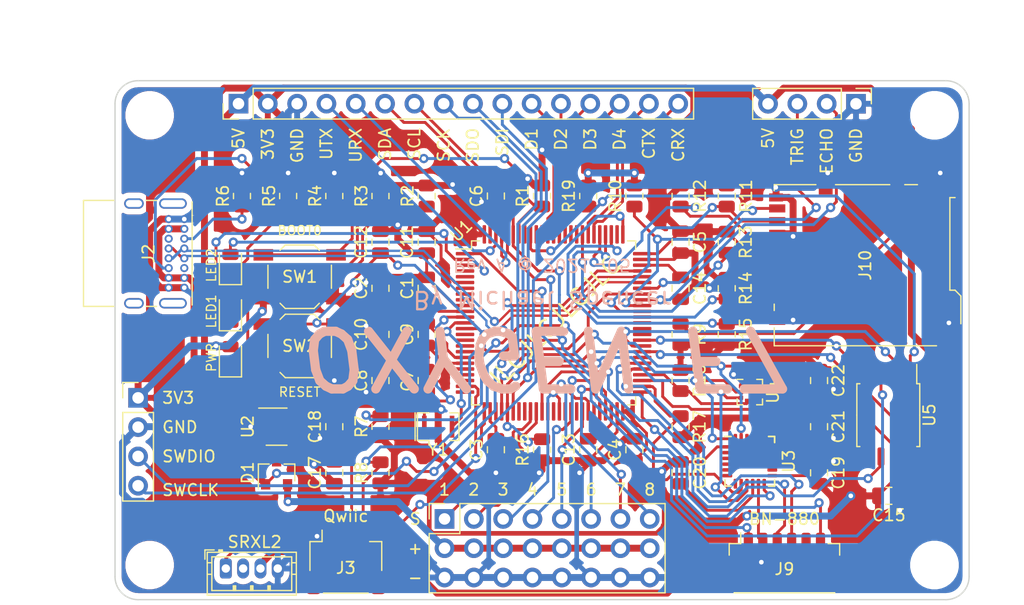
<source format=kicad_pcb>
(kicad_pcb (version 20171130) (host pcbnew "(5.1.9-0-10_14)")
  (layers (0 F.Cu signal) (31 B.Cu signal) (34 B.Paste user) (35 F.Paste user) (36 B.SilkS user) (37 F.SilkS user) (38 B.Mask user) (39 F.Mask user) (44 Edge.Cuts user))
  (net 0 "")
  (net 1 GND)
  (net 2 +3V3)
  (net 3 RESET)
  (net 4 VCAP_1)
  (net 5 VCAP_2)
  (net 6 RCC_OSC_IN)
  (net 7 RCC_OSC_OUT)
  (net 8 +5V)
  (net 9 VBUS)
  (net 10 +5V_BEC)
  (net 11 "Net-(D2-Pad1)")
  (net 12 "Net-(D3-Pad1)")
  (net 13 "Net-(D4-Pad1)")
  (net 14 SWDIO)
  (net 15 "Net-(J2-PadS1)")
  (net 16 USB_D+)
  (net 17 /J2_CC2)
  (net 18 USB_D-)
  (net 19 /J2_CC1)
  (net 20 I2C1_SCL)
  (net 21 I2C1_SDA)
  (net 22 TIM3_CH3_SERVO1)
  (net 23 CAN1_TX)
  (net 24 CAN1_RX)
  (net 25 SPI1_MOSI)
  (net 26 SPI1_MISO)
  (net 27 SPI1_SCLK)
  (net 28 TIM3_CH4_SERVO2)
  (net 29 TIM1_CH1_SERVO3)
  (net 30 TIM1_CH2_SERVO4)
  (net 31 TIM1_CH3_SERVO5)
  (net 32 TIM1_CH4_SERVO6)
  (net 33 TIM2_CH3_SERVO7)
  (net 34 TIM2_CH4_SERVO8)
  (net 35 SDMMC1_D1)
  (net 36 SDMMC1_D0)
  (net 37 SDMMC1_CK)
  (net 38 SDMMC1_CMD)
  (net 39 SDMMC1_D3)
  (net 40 SDMMC1_D2)
  (net 41 BOOT0)
  (net 42 SWCLK)
  (net 43 USART2_TX)
  (net 44 "/Sensors & Outputs/REGOUT")
  (net 45 "/Sensors & Outputs/CPOUT")
  (net 46 USART3_TX)
  (net 47 USART3_RX)
  (net 48 LED1)
  (net 49 LED2)
  (net 50 GPIO_4)
  (net 51 GPIO_3)
  (net 52 GPIO_2)
  (net 53 GPIO_1)
  (net 54 ULTRA_TRIG)
  (net 55 ULTRA_ECHO)
  (net 56 SDMMC1_DETECT)
  (net 57 MPU_INT)
  (net 58 MPU_CS)
  (net 59 BMP_INT)
  (net 60 BMP_CS)
  (net 61 UART8_RX)
  (net 62 UART8_TX)
  (net 63 QUADSPI_CS)
  (net 64 QUADSPI_IO1)
  (net 65 QUADSPI_IO0)
  (net 66 QUADSPI_SCLK)
  (net 67 QUADSPI_IO3)
  (net 68 QUADSPI_IO2)
  (module Connector_PinHeader_2.54mm:PinHeader_1x16_P2.54mm_Vertical (layer F.Cu) (at 123.698 79.992 90)
    (fp_text reference J6 hide)
    (fp_text value Conn_01x16)
    (pad 16 thru_hole oval (at 0 38.1 90) (size 1.7 1.7) (drill 1) (layers *.Cu *.Mask) (net 24 CAN1_RX))
    (pad 15 thru_hole oval (at 0 35.56 90) (size 1.7 1.7) (drill 1) (layers *.Cu *.Mask) (net 23 CAN1_TX))
    (pad 14 thru_hole oval (at 0 33.02 90) (size 1.7 1.7) (drill 1) (layers *.Cu *.Mask) (net 50 GPIO_4))
    (pad 13 thru_hole oval (at 0 30.48 90) (size 1.7 1.7) (drill 1) (layers *.Cu *.Mask) (net 51 GPIO_3))
    (pad 12 thru_hole oval (at 0 27.94 90) (size 1.7 1.7) (drill 1) (layers *.Cu *.Mask) (net 52 GPIO_2))
    (pad 11 thru_hole oval (at 0 25.4 90) (size 1.7 1.7) (drill 1) (layers *.Cu *.Mask) (net 53 GPIO_1))
    (pad 10 thru_hole oval (at 0 22.86 90) (size 1.7 1.7) (drill 1) (layers *.Cu *.Mask) (net 25 SPI1_MOSI))
    (pad 9 thru_hole oval (at 0 20.32 90) (size 1.7 1.7) (drill 1) (layers *.Cu *.Mask) (net 26 SPI1_MISO))
    (pad 8 thru_hole oval (at 0 17.78 90) (size 1.7 1.7) (drill 1) (layers *.Cu *.Mask) (net 27 SPI1_SCLK))
    (pad 7 thru_hole oval (at 0 15.24 90) (size 1.7 1.7) (drill 1) (layers *.Cu *.Mask) (net 20 I2C1_SCL))
    (pad 6 thru_hole oval (at 0 12.7 90) (size 1.7 1.7) (drill 1) (layers *.Cu *.Mask) (net 21 I2C1_SDA))
    (pad 5 thru_hole oval (at 0 10.16 90) (size 1.7 1.7) (drill 1) (layers *.Cu *.Mask) (net 61 UART8_RX))
    (pad 4 thru_hole oval (at 0 7.62 90) (size 1.7 1.7) (drill 1) (layers *.Cu *.Mask) (net 62 UART8_TX))
    (pad 3 thru_hole oval (at 0 5.08 90) (size 1.7 1.7) (drill 1) (layers *.Cu *.Mask) (net 1 GND))
    (pad 2 thru_hole oval (at 0 2.54 90) (size 1.7 1.7) (drill 1) (layers *.Cu *.Mask) (net 2 +3V3))
    (pad 1 thru_hole rect (at 0 0 90) (size 1.7 1.7) (drill 1) (layers *.Cu *.Mask) (net 8 +5V))
  )
  (module Package_SO:SOIC-8_5.23x5.23mm_P1.27mm (layer F.Cu) (at 180 107 270)
    (fp_text reference U5 (at 0 -3.56 90) (layer F.SilkS))
    (fp_text value W25Q128JVS)
    (pad 8 smd roundrect (at 3.6 -1.905 270) (size 1.6 0.6) (layers F.Cu F.Paste F.Mask) (net 2 +3V3))
    (pad 7 smd roundrect (at 3.6 -0.635 270) (size 1.6 0.6) (layers F.Cu F.Paste F.Mask) (net 67 QUADSPI_IO3))
    (pad 6 smd roundrect (at 3.6 0.635 270) (size 1.6 0.6) (layers F.Cu F.Paste F.Mask) (net 66 QUADSPI_SCLK))
    (pad 5 smd roundrect (at 3.6 1.905 270) (size 1.6 0.6) (layers F.Cu F.Paste F.Mask) (net 65 QUADSPI_IO0))
    (pad 4 smd roundrect (at -3.6 1.905 270) (size 1.6 0.6) (layers F.Cu F.Paste F.Mask) (net 1 GND))
    (pad 3 smd roundrect (at -3.6 0.635 270) (size 1.6 0.6) (layers F.Cu F.Paste F.Mask) (net 68 QUADSPI_IO2))
    (pad 2 smd roundrect (at -3.6 -0.635 270) (size 1.6 0.6) (layers F.Cu F.Paste F.Mask) (net 64 QUADSPI_IO1))
    (pad 1 smd roundrect (at -3.6 -1.905 270) (size 1.6 0.6) (layers F.Cu F.Paste F.Mask) (net 63 QUADSPI_CS))
  )
  (module Resistor_SMD:R_0805_2012Metric (layer F.Cu) (at 154 88 270)
    (fp_text reference R19 (at 0 1.68 90) (layer F.SilkS))
    (fp_text value 10k)
    (pad 1 smd roundrect (at -0.9125 0 270) (size 1.025 1.4) (layers F.Cu F.Paste F.Mask) (roundrect_rratio 0.2439014634146341) (net 2 +3V3))
    (pad 2 smd roundrect (at 0.9125 0 270) (size 1.025 1.4) (layers F.Cu F.Paste F.Mask) (roundrect_rratio 0.2439014634146341) (net 63 QUADSPI_CS))
  )
  (module Resistor_SMD:R_0805_2012Metric (layer F.Cu) (at 162 104 270)
    (fp_text reference R18 (at 0 -1.65 90) (layer F.SilkS))
    (fp_text value 10k)
    (pad 2 smd roundrect (at 0.9125 0 270) (size 1.025 1.4) (layers F.Cu F.Paste F.Mask) (roundrect_rratio 0.2439014634146341) (net 60 BMP_CS))
    (pad 1 smd roundrect (at -0.9125 0 270) (size 1.025 1.4) (layers F.Cu F.Paste F.Mask) (roundrect_rratio 0.2439014634146341) (net 2 +3V3))
  )
  (module Resistor_SMD:R_0805_2012Metric (layer F.Cu) (at 162 108 90)
    (fp_text reference R17 (at 0 1.65 90) (layer F.SilkS))
    (fp_text value 10k)
    (pad 2 smd roundrect (at 0.9125 0 90) (size 1.025 1.4) (layers F.Cu F.Paste F.Mask) (roundrect_rratio 0.2439014634146341) (net 58 MPU_CS))
    (pad 1 smd roundrect (at -0.9125 0 90) (size 1.025 1.4) (layers F.Cu F.Paste F.Mask) (roundrect_rratio 0.2439014634146341) (net 2 +3V3))
  )
  (module Resistor_SMD:R_0805_2012Metric (layer F.Cu) (at 150 110 270)
    (fp_text reference R16 (at 0 1.68 90) (layer F.SilkS))
    (fp_text value 100k)
    (pad 1 smd roundrect (at -0.9125 0 270) (size 1.025 1.4) (layers F.Cu F.Paste F.Mask) (roundrect_rratio 0.2439014634146341) (net 26 SPI1_MISO))
    (pad 2 smd roundrect (at 0.9125 0 270) (size 1.025 1.4) (layers F.Cu F.Paste F.Mask) (roundrect_rratio 0.2439014634146341) (net 1 GND))
  )
  (module Resistor_SMD:R_0805_2012Metric (layer F.Cu) (at 166 100 90)
    (fp_text reference R15 (at 0 1.65 90) (layer F.SilkS))
    (fp_text value 47k)
    (pad 2 smd roundrect (at 0.9125 0 90) (size 1.025 1.4) (layers F.Cu F.Paste F.Mask) (roundrect_rratio 0.2439014634146341) (net 40 SDMMC1_D2))
    (pad 1 smd roundrect (at -0.9125 0 90) (size 1.025 1.4) (layers F.Cu F.Paste F.Mask) (roundrect_rratio 0.2439014634146341) (net 2 +3V3))
  )
  (module Resistor_SMD:R_0805_2012Metric (layer F.Cu) (at 166 96 270)
    (fp_text reference R14 (at 0 -1.65 90) (layer F.SilkS))
    (fp_text value 47k)
    (pad 2 smd roundrect (at 0.9125 0 270) (size 1.025 1.4) (layers F.Cu F.Paste F.Mask) (roundrect_rratio 0.2439014634146341) (net 39 SDMMC1_D3))
    (pad 1 smd roundrect (at -0.9125 0 270) (size 1.025 1.4) (layers F.Cu F.Paste F.Mask) (roundrect_rratio 0.2439014634146341) (net 2 +3V3))
  )
  (module Resistor_SMD:R_0805_2012Metric (layer F.Cu) (at 166 92 270)
    (fp_text reference R13 (at 0 -1.65 90) (layer F.SilkS))
    (fp_text value 47k)
    (pad 2 smd roundrect (at 0.9125 0 270) (size 1.025 1.4) (layers F.Cu F.Paste F.Mask) (roundrect_rratio 0.2439014634146341) (net 38 SDMMC1_CMD))
    (pad 1 smd roundrect (at -0.9125 0 270) (size 1.025 1.4) (layers F.Cu F.Paste F.Mask) (roundrect_rratio 0.2439014634146341) (net 2 +3V3))
  )
  (module Resistor_SMD:R_0805_2012Metric (layer F.Cu) (at 162 88 270)
    (fp_text reference R12 (at 0 -1.68 90) (layer F.SilkS))
    (fp_text value 47k)
    (pad 1 smd roundrect (at -0.9125 0 270) (size 1.025 1.4) (layers F.Cu F.Paste F.Mask) (roundrect_rratio 0.2439014634146341) (net 2 +3V3))
    (pad 2 smd roundrect (at 0.9125 0 270) (size 1.025 1.4) (layers F.Cu F.Paste F.Mask) (roundrect_rratio 0.2439014634146341) (net 37 SDMMC1_CK))
  )
  (module Resistor_SMD:R_0805_2012Metric (layer F.Cu) (at 166 88 270)
    (fp_text reference R11 (at 0 -1.68 90) (layer F.SilkS))
    (fp_text value 47k)
    (pad 2 smd roundrect (at 0.9125 0 270) (size 1.025 1.4) (layers F.Cu F.Paste F.Mask) (roundrect_rratio 0.2439014634146341) (net 36 SDMMC1_D0))
    (pad 1 smd roundrect (at -0.9125 0 270) (size 1.025 1.4) (layers F.Cu F.Paste F.Mask) (roundrect_rratio 0.2439014634146341) (net 2 +3V3))
  )
  (module Resistor_SMD:R_0805_2012Metric (layer F.Cu) (at 158 88 270)
    (fp_text reference R10 (at 0 1.65 90) (layer F.SilkS))
    (fp_text value 47k)
    (pad 2 smd roundrect (at 0.9125 0 270) (size 1.025 1.4) (layers F.Cu F.Paste F.Mask) (roundrect_rratio 0.2439014634146341) (net 35 SDMMC1_D1))
    (pad 1 smd roundrect (at -0.9125 0 270) (size 1.025 1.4) (layers F.Cu F.Paste F.Mask) (roundrect_rratio 0.2439014634146341) (net 2 +3V3))
  )
  (module Resistor_SMD:R_0805_2012Metric (layer F.Cu) (at 162 100 90)
    (fp_text reference R9 (at 0 1.65 90) (layer F.SilkS))
    (fp_text value 10k)
    (pad 2 smd roundrect (at 0.9125 0 90) (size 1.025 1.4) (layers F.Cu F.Paste F.Mask) (roundrect_rratio 0.2439014634146341) (net 56 SDMMC1_DETECT))
    (pad 1 smd roundrect (at -0.9125 0 90) (size 1.025 1.4) (layers F.Cu F.Paste F.Mask) (roundrect_rratio 0.2439014634146341) (net 2 +3V3))
  )
  (module Capacitor_SMD:C_0805_2012Metric (layer F.Cu) (at 180.05 114)
    (fp_text reference C15 (at 0 1.68) (layer F.SilkS))
    (fp_text value 0.1u)
    (pad 2 smd roundrect (at 0.95 0) (size 1 1.45) (layers F.Cu F.Paste F.Mask) (net 1 GND))
    (pad 1 smd roundrect (at -0.95 0) (size 1 1.45) (layers F.Cu F.Paste F.Mask) (net 2 +3V3))
  )
  (module Sonrise:10114830-10106LF_P1.25mm_Horizontal (layer F.Cu) (at 171 119.8)
    (fp_text reference J9 (at 0 0.55) (layer F.SilkS))
    (fp_text value 1.25mm)
    (pad 1 smd roundrect (at -3.125 -1.8) (size 0.8 1.6) (layers F.Cu F.Paste F.Mask) (net 21 I2C1_SDA))
    (pad 2 smd roundrect (at -1.875 -1.8) (size 0.8 1.6) (layers F.Cu F.Paste F.Mask) (net 1 GND))
    (pad 3 smd roundrect (at -0.625 -1.8) (size 0.8 1.6) (layers F.Cu F.Paste F.Mask) (net 47 USART3_RX))
    (pad 4 smd roundrect (at 0.625 -1.8) (size 0.8 1.6) (layers F.Cu F.Paste F.Mask) (net 46 USART3_TX))
    (pad 5 smd roundrect (at 1.875 -1.8) (size 0.8 1.6) (layers F.Cu F.Paste F.Mask) (net 8 +5V))
    (pad 6 smd roundrect (at 3.125 -1.8) (size 0.8 1.6) (layers F.Cu F.Paste F.Mask) (net 20 I2C1_SCL))
    (pad MP smd roundrect (at -5.675 1.1) (size 2.1 3) (layers F.Cu F.Paste F.Mask))
    (pad MP smd roundrect (at 5.675 1.1) (size 2.1 3) (layers F.Cu F.Paste F.Mask))
  )
  (module Connector_JST:JST_SH_SM04B-SRSS-TB_1x04-1MP_P1.00mm_Horizontal (layer F.Cu) (at 133 119.75)
    (fp_text reference J3 (at 0 0.5) (layer F.SilkS))
    (fp_text value "JST SH-4")
    (pad 1 smd roundrect (at -1.5 -2) (size 0.6 1.55) (layers F.Cu F.Paste F.Mask) (net 1 GND))
    (pad 2 smd roundrect (at -0.5 -2) (size 0.6 1.55) (layers F.Cu F.Paste F.Mask) (net 2 +3V3))
    (pad 3 smd roundrect (at 0.5 -2) (size 0.6 1.55) (layers F.Cu F.Paste F.Mask) (net 21 I2C1_SDA))
    (pad 4 smd roundrect (at 1.5 -2) (size 0.6 1.55) (layers F.Cu F.Paste F.Mask) (net 20 I2C1_SCL))
    (pad MP smd roundrect (at -2.8 1.875) (size 1.2 1.8) (layers F.Cu F.Paste F.Mask) (roundrect_rratio 0.2083325))
    (pad MP smd roundrect (at 2.8 1.875) (size 1.2 1.8) (layers F.Cu F.Paste F.Mask) (roundrect_rratio 0.2083325))
  )
  (module Package_TO_SOT_SMD:SOT-23-5 (layer F.Cu) (at 127 108)
    (fp_text reference U2 (at -2.5 0 90) (layer F.SilkS))
    (fp_text value XC6220B331MR)
    (pad 1 smd rect (at -1.1 -0.95) (size 1.06 0.65) (layers F.Cu F.Paste F.Mask) (net 8 +5V))
    (pad 2 smd rect (at -1.1 0) (size 1.06 0.65) (layers F.Cu F.Paste F.Mask) (net 1 GND))
    (pad 3 smd rect (at -1.1 0.95) (size 1.06 0.65) (layers F.Cu F.Paste F.Mask) (net 8 +5V))
    (pad 4 smd rect (at 1.1 0.95) (size 1.06 0.65) (layers F.Cu F.Paste F.Mask))
    (pad 5 smd rect (at 1.1 -0.95) (size 1.06 0.65) (layers F.Cu F.Paste F.Mask) (net 2 +3V3))
  )
  (module Package_QFP:LQFP-100_14x14mm_P0.5mm (layer F.Cu) (at 151 99)
    (fp_text reference U1 (at -8 -8 45) (layer F.SilkS))
    (fp_text value STM32F756VGTx)
    (pad 1 smd roundrect (at -7.675 -6) (size 1.6 0.3) (layers F.Cu F.Paste F.Mask) (net 68 QUADSPI_IO2))
    (pad 2 smd roundrect (at -7.675 -5.5) (size 1.6 0.3) (layers F.Cu F.Paste F.Mask) (net 48 LED1))
    (pad 3 smd roundrect (at -7.675 -5) (size 1.6 0.3) (layers F.Cu F.Paste F.Mask) (net 49 LED2))
    (pad 4 smd roundrect (at -7.675 -4.5) (size 1.6 0.3) (layers F.Cu F.Paste F.Mask))
    (pad 5 smd roundrect (at -7.675 -4) (size 1.6 0.3) (layers F.Cu F.Paste F.Mask))
    (pad 6 smd roundrect (at -7.675 -3.5) (size 1.6 0.3) (layers F.Cu F.Paste F.Mask) (net 2 +3V3))
    (pad 7 smd roundrect (at -7.675 -3) (size 1.6 0.3) (layers F.Cu F.Paste F.Mask))
    (pad 8 smd roundrect (at -7.675 -2.5) (size 1.6 0.3) (layers F.Cu F.Paste F.Mask))
    (pad 9 smd roundrect (at -7.675 -2) (size 1.6 0.3) (layers F.Cu F.Paste F.Mask))
    (pad 10 smd roundrect (at -7.675 -1.5) (size 1.6 0.3) (layers F.Cu F.Paste F.Mask) (net 1 GND))
    (pad 11 smd roundrect (at -7.675 -1) (size 1.6 0.3) (layers F.Cu F.Paste F.Mask) (net 2 +3V3))
    (pad 12 smd roundrect (at -7.675 -0.5) (size 1.6 0.3) (layers F.Cu F.Paste F.Mask) (net 6 RCC_OSC_IN))
    (pad 13 smd roundrect (at -7.675 0) (size 1.6 0.3) (layers F.Cu F.Paste F.Mask) (net 7 RCC_OSC_OUT))
    (pad 14 smd roundrect (at -7.675 0.5) (size 1.6 0.3) (layers F.Cu F.Paste F.Mask) (net 3 RESET))
    (pad 15 smd roundrect (at -7.675 1) (size 1.6 0.3) (layers F.Cu F.Paste F.Mask))
    (pad 16 smd roundrect (at -7.675 1.5) (size 1.6 0.3) (layers F.Cu F.Paste F.Mask))
    (pad 17 smd roundrect (at -7.675 2) (size 1.6 0.3) (layers F.Cu F.Paste F.Mask))
    (pad 18 smd roundrect (at -7.675 2.5) (size 1.6 0.3) (layers F.Cu F.Paste F.Mask))
    (pad 19 smd roundrect (at -7.675 3) (size 1.6 0.3) (layers F.Cu F.Paste F.Mask) (net 1 GND))
    (pad 20 smd roundrect (at -7.675 3.5) (size 1.6 0.3) (layers F.Cu F.Paste F.Mask) (net 2 +3V3))
    (pad 21 smd roundrect (at -7.675 4) (size 1.6 0.3) (layers F.Cu F.Paste F.Mask) (net 2 +3V3))
    (pad 22 smd roundrect (at -7.675 4.5) (size 1.6 0.3) (layers F.Cu F.Paste F.Mask))
    (pad 23 smd roundrect (at -7.675 5) (size 1.6 0.3) (layers F.Cu F.Paste F.Mask))
    (pad 24 smd roundrect (at -7.675 5.5) (size 1.6 0.3) (layers F.Cu F.Paste F.Mask) (net 43 USART2_TX))
    (pad 25 smd roundrect (at -7.675 6) (size 1.6 0.3) (layers F.Cu F.Paste F.Mask))
    (pad 26 smd roundrect (at -6 7.675) (size 0.3 1.6) (layers F.Cu F.Paste F.Mask) (net 1 GND))
    (pad 27 smd roundrect (at -5.5 7.675) (size 0.3 1.6) (layers F.Cu F.Paste F.Mask) (net 2 +3V3))
    (pad 28 smd roundrect (at -5 7.675) (size 0.3 1.6) (layers F.Cu F.Paste F.Mask))
    (pad 29 smd roundrect (at -4.5 7.675) (size 0.3 1.6) (layers F.Cu F.Paste F.Mask) (net 27 SPI1_SCLK))
    (pad 30 smd roundrect (at -4 7.675) (size 0.3 1.6) (layers F.Cu F.Paste F.Mask) (net 26 SPI1_MISO))
    (pad 31 smd roundrect (at -3.5 7.675) (size 0.3 1.6) (layers F.Cu F.Paste F.Mask) (net 25 SPI1_MOSI))
    (pad 32 smd roundrect (at -3 7.675) (size 0.3 1.6) (layers F.Cu F.Paste F.Mask))
    (pad 33 smd roundrect (at -2.5 7.675) (size 0.3 1.6) (layers F.Cu F.Paste F.Mask))
    (pad 34 smd roundrect (at -2 7.675) (size 0.3 1.6) (layers F.Cu F.Paste F.Mask) (net 22 TIM3_CH3_SERVO1))
    (pad 35 smd roundrect (at -1.5 7.675) (size 0.3 1.6) (layers F.Cu F.Paste F.Mask) (net 28 TIM3_CH4_SERVO2))
    (pad 36 smd roundrect (at -1 7.675) (size 0.3 1.6) (layers F.Cu F.Paste F.Mask) (net 66 QUADSPI_SCLK))
    (pad 37 smd roundrect (at -0.5 7.675) (size 0.3 1.6) (layers F.Cu F.Paste F.Mask))
    (pad 38 smd roundrect (at 0 7.675) (size 0.3 1.6) (layers F.Cu F.Paste F.Mask))
    (pad 39 smd roundrect (at 0.5 7.675) (size 0.3 1.6) (layers F.Cu F.Paste F.Mask) (net 29 TIM1_CH1_SERVO3))
    (pad 40 smd roundrect (at 1 7.675) (size 0.3 1.6) (layers F.Cu F.Paste F.Mask))
    (pad 41 smd roundrect (at 1.5 7.675) (size 0.3 1.6) (layers F.Cu F.Paste F.Mask) (net 30 TIM1_CH2_SERVO4))
    (pad 42 smd roundrect (at 2 7.675) (size 0.3 1.6) (layers F.Cu F.Paste F.Mask))
    (pad 43 smd roundrect (at 2.5 7.675) (size 0.3 1.6) (layers F.Cu F.Paste F.Mask) (net 31 TIM1_CH3_SERVO5))
    (pad 44 smd roundrect (at 3 7.675) (size 0.3 1.6) (layers F.Cu F.Paste F.Mask) (net 32 TIM1_CH4_SERVO6))
    (pad 45 smd roundrect (at 3.5 7.675) (size 0.3 1.6) (layers F.Cu F.Paste F.Mask))
    (pad 46 smd roundrect (at 4 7.675) (size 0.3 1.6) (layers F.Cu F.Paste F.Mask) (net 33 TIM2_CH3_SERVO7))
    (pad 47 smd roundrect (at 4.5 7.675) (size 0.3 1.6) (layers F.Cu F.Paste F.Mask) (net 34 TIM2_CH4_SERVO8))
    (pad 48 smd roundrect (at 5 7.675) (size 0.3 1.6) (layers F.Cu F.Paste F.Mask) (net 4 VCAP_1))
    (pad 49 smd roundrect (at 5.5 7.675) (size 0.3 1.6) (layers F.Cu F.Paste F.Mask) (net 1 GND))
    (pad 50 smd roundrect (at 6 7.675) (size 0.3 1.6) (layers F.Cu F.Paste F.Mask) (net 2 +3V3))
    (pad 51 smd roundrect (at 7.675 6) (size 1.6 0.3) (layers F.Cu F.Paste F.Mask) (net 57 MPU_INT))
    (pad 52 smd roundrect (at 7.675 5.5) (size 1.6 0.3) (layers F.Cu F.Paste F.Mask) (net 58 MPU_CS))
    (pad 53 smd roundrect (at 7.675 5) (size 1.6 0.3) (layers F.Cu F.Paste F.Mask) (net 59 BMP_INT))
    (pad 54 smd roundrect (at 7.675 4.5) (size 1.6 0.3) (layers F.Cu F.Paste F.Mask) (net 60 BMP_CS))
    (pad 55 smd roundrect (at 7.675 4) (size 1.6 0.3) (layers F.Cu F.Paste F.Mask) (net 46 USART3_TX))
    (pad 56 smd roundrect (at 7.675 3.5) (size 1.6 0.3) (layers F.Cu F.Paste F.Mask) (net 47 USART3_RX))
    (pad 57 smd roundrect (at 7.675 3) (size 1.6 0.3) (layers F.Cu F.Paste F.Mask))
    (pad 58 smd roundrect (at 7.675 2.5) (size 1.6 0.3) (layers F.Cu F.Paste F.Mask) (net 65 QUADSPI_IO0))
    (pad 59 smd roundrect (at 7.675 2) (size 1.6 0.3) (layers F.Cu F.Paste F.Mask) (net 64 QUADSPI_IO1))
    (pad 60 smd roundrect (at 7.675 1.5) (size 1.6 0.3) (layers F.Cu F.Paste F.Mask) (net 67 QUADSPI_IO3))
    (pad 61 smd roundrect (at 7.675 1) (size 1.6 0.3) (layers F.Cu F.Paste F.Mask))
    (pad 62 smd roundrect (at 7.675 0.5) (size 1.6 0.3) (layers F.Cu F.Paste F.Mask))
    (pad 63 smd roundrect (at 7.675 0) (size 1.6 0.3) (layers F.Cu F.Paste F.Mask))
    (pad 64 smd roundrect (at 7.675 -0.5) (size 1.6 0.3) (layers F.Cu F.Paste F.Mask) (net 56 SDMMC1_DETECT))
    (pad 65 smd roundrect (at 7.675 -1) (size 1.6 0.3) (layers F.Cu F.Paste F.Mask) (net 36 SDMMC1_D0))
    (pad 66 smd roundrect (at 7.675 -1.5) (size 1.6 0.3) (layers F.Cu F.Paste F.Mask) (net 35 SDMMC1_D1))
    (pad 67 smd roundrect (at 7.675 -2) (size 1.6 0.3) (layers F.Cu F.Paste F.Mask) (net 55 ULTRA_ECHO))
    (pad 68 smd roundrect (at 7.675 -2.5) (size 1.6 0.3) (layers F.Cu F.Paste F.Mask) (net 9 VBUS))
    (pad 69 smd roundrect (at 7.675 -3) (size 1.6 0.3) (layers F.Cu F.Paste F.Mask) (net 54 ULTRA_TRIG))
    (pad 70 smd roundrect (at 7.675 -3.5) (size 1.6 0.3) (layers F.Cu F.Paste F.Mask) (net 18 USB_D-))
    (pad 71 smd roundrect (at 7.675 -4) (size 1.6 0.3) (layers F.Cu F.Paste F.Mask) (net 16 USB_D+))
    (pad 72 smd roundrect (at 7.675 -4.5) (size 1.6 0.3) (layers F.Cu F.Paste F.Mask) (net 14 SWDIO))
    (pad 73 smd roundrect (at 7.675 -5) (size 1.6 0.3) (layers F.Cu F.Paste F.Mask) (net 5 VCAP_2))
    (pad 74 smd roundrect (at 7.675 -5.5) (size 1.6 0.3) (layers F.Cu F.Paste F.Mask) (net 1 GND))
    (pad 75 smd roundrect (at 7.675 -6) (size 1.6 0.3) (layers F.Cu F.Paste F.Mask) (net 2 +3V3))
    (pad 76 smd roundrect (at 6 -7.675) (size 0.3 1.6) (layers F.Cu F.Paste F.Mask) (net 42 SWCLK))
    (pad 77 smd roundrect (at 5.5 -7.675) (size 0.3 1.6) (layers F.Cu F.Paste F.Mask))
    (pad 78 smd roundrect (at 5 -7.675) (size 0.3 1.6) (layers F.Cu F.Paste F.Mask) (net 40 SDMMC1_D2))
    (pad 79 smd roundrect (at 4.5 -7.675) (size 0.3 1.6) (layers F.Cu F.Paste F.Mask) (net 39 SDMMC1_D3))
    (pad 80 smd roundrect (at 4 -7.675) (size 0.3 1.6) (layers F.Cu F.Paste F.Mask) (net 37 SDMMC1_CK))
    (pad 81 smd roundrect (at 3.5 -7.675) (size 0.3 1.6) (layers F.Cu F.Paste F.Mask) (net 24 CAN1_RX))
    (pad 82 smd roundrect (at 3 -7.675) (size 0.3 1.6) (layers F.Cu F.Paste F.Mask) (net 23 CAN1_TX))
    (pad 83 smd roundrect (at 2.5 -7.675) (size 0.3 1.6) (layers F.Cu F.Paste F.Mask) (net 38 SDMMC1_CMD))
    (pad 84 smd roundrect (at 2 -7.675) (size 0.3 1.6) (layers F.Cu F.Paste F.Mask))
    (pad 85 smd roundrect (at 1.5 -7.675) (size 0.3 1.6) (layers F.Cu F.Paste F.Mask))
    (pad 86 smd roundrect (at 1 -7.675) (size 0.3 1.6) (layers F.Cu F.Paste F.Mask) (net 50 GPIO_4))
    (pad 87 smd roundrect (at 0.5 -7.675) (size 0.3 1.6) (layers F.Cu F.Paste F.Mask) (net 51 GPIO_3))
    (pad 88 smd roundrect (at 0 -7.675) (size 0.3 1.6) (layers F.Cu F.Paste F.Mask) (net 52 GPIO_2))
    (pad 89 smd roundrect (at -0.5 -7.675) (size 0.3 1.6) (layers F.Cu F.Paste F.Mask) (net 53 GPIO_1))
    (pad 90 smd roundrect (at -1 -7.675) (size 0.3 1.6) (layers F.Cu F.Paste F.Mask))
    (pad 91 smd roundrect (at -1.5 -7.675) (size 0.3 1.6) (layers F.Cu F.Paste F.Mask))
    (pad 92 smd roundrect (at -2 -7.675) (size 0.3 1.6) (layers F.Cu F.Paste F.Mask) (net 63 QUADSPI_CS))
    (pad 93 smd roundrect (at -2.5 -7.675) (size 0.3 1.6) (layers F.Cu F.Paste F.Mask))
    (pad 94 smd roundrect (at -3 -7.675) (size 0.3 1.6) (layers F.Cu F.Paste F.Mask) (net 41 BOOT0))
    (pad 95 smd roundrect (at -3.5 -7.675) (size 0.3 1.6) (layers F.Cu F.Paste F.Mask) (net 20 I2C1_SCL))
    (pad 96 smd roundrect (at -4 -7.675) (size 0.3 1.6) (layers F.Cu F.Paste F.Mask) (net 21 I2C1_SDA))
    (pad 97 smd roundrect (at -4.5 -7.675) (size 0.3 1.6) (layers F.Cu F.Paste F.Mask) (net 61 UART8_RX))
    (pad 98 smd roundrect (at -5 -7.675) (size 0.3 1.6) (layers F.Cu F.Paste F.Mask) (net 62 UART8_TX))
    (pad 99 smd roundrect (at -5.5 -7.675) (size 0.3 1.6) (layers F.Cu F.Paste F.Mask) (net 1 GND))
    (pad 100 smd roundrect (at -6 -7.675) (size 0.3 1.6) (layers F.Cu F.Paste F.Mask) (net 2 +3V3))
  )
  (module Connector_USB:USB_C_Receptacle_GCT_USB4085 (layer F.Cu) (at 119 90 270)
    (fp_text reference J2 (at 3 3.1 90) (layer F.SilkS))
    (fp_text value USB_C_2.0)
    (pad A1 thru_hole circle (at 0 0 270) (size 0.7 0.7) (drill 0.4) (layers *.Cu *.Mask) (net 1 GND))
    (pad A4 thru_hole circle (at 0.85 0 270) (size 0.7 0.7) (drill 0.4) (layers *.Cu *.Mask) (net 9 VBUS))
    (pad A5 thru_hole circle (at 1.7 0 270) (size 0.7 0.7) (drill 0.4) (layers *.Cu *.Mask) (net 19 /J2_CC1))
    (pad A6 thru_hole circle (at 2.55 0 270) (size 0.7 0.7) (drill 0.4) (layers *.Cu *.Mask) (net 16 USB_D+))
    (pad A7 thru_hole circle (at 3.4 0 270) (size 0.7 0.7) (drill 0.4) (layers *.Cu *.Mask) (net 18 USB_D-))
    (pad A8 thru_hole circle (at 4.25 0 270) (size 0.7 0.7) (drill 0.4) (layers *.Cu *.Mask))
    (pad A9 thru_hole circle (at 5.1 0 270) (size 0.7 0.7) (drill 0.4) (layers *.Cu *.Mask) (net 9 VBUS))
    (pad A12 thru_hole circle (at 5.95 0 270) (size 0.7 0.7) (drill 0.4) (layers *.Cu *.Mask) (net 1 GND))
    (pad B9 thru_hole circle (at 0.85 1.35 270) (size 0.7 0.7) (drill 0.4) (layers *.Cu *.Mask) (net 9 VBUS))
    (pad B7 thru_hole circle (at 2.55 1.35 270) (size 0.7 0.7) (drill 0.4) (layers *.Cu *.Mask) (net 18 USB_D-))
    (pad B8 thru_hole circle (at 1.7 1.35 270) (size 0.7 0.7) (drill 0.4) (layers *.Cu *.Mask))
    (pad B12 thru_hole circle (at 0 1.35 270) (size 0.7 0.7) (drill 0.4) (layers *.Cu *.Mask) (net 1 GND))
    (pad B5 thru_hole circle (at 4.25 1.35 270) (size 0.7 0.7) (drill 0.4) (layers *.Cu *.Mask) (net 17 /J2_CC2))
    (pad B4 thru_hole circle (at 5.1 1.35 270) (size 0.7 0.7) (drill 0.4) (layers *.Cu *.Mask) (net 9 VBUS))
    (pad B1 thru_hole circle (at 5.95 1.35 270) (size 0.7 0.7) (drill 0.4) (layers *.Cu *.Mask) (net 1 GND))
    (pad B6 thru_hole circle (at 3.4 1.35 270) (size 0.7 0.7) (drill 0.4) (layers *.Cu *.Mask) (net 16 USB_D+))
    (pad S1 thru_hole oval (at -1.35 0.98 270) (size 0.9 2.4) (drill oval 0.6 2.1) (layers *.Cu *.Mask) (net 15 "Net-(J2-PadS1)"))
    (pad S1 thru_hole oval (at 7.3 0.98 270) (size 0.9 2.4) (drill oval 0.6 2.1) (layers *.Cu *.Mask) (net 15 "Net-(J2-PadS1)"))
    (pad S1 thru_hole oval (at -1.35 4.36 270) (size 0.9 1.7) (drill oval 0.6 1.4) (layers *.Cu *.Mask) (net 15 "Net-(J2-PadS1)"))
    (pad S1 thru_hole oval (at 7.3 4.36 270) (size 0.9 1.7) (drill oval 0.6 1.4) (layers *.Cu *.Mask) (net 15 "Net-(J2-PadS1)"))
  )
  (module Resistor_SMD:R_0805_2012Metric (layer F.Cu) (at 136 112 90)
    (fp_text reference R8 (at 0 -1.65 90) (layer F.SilkS))
    (fp_text value 4.7k)
    (pad 2 smd roundrect (at 0.9125 0 90) (size 1.025 1.4) (layers F.Cu F.Paste F.Mask) (roundrect_rratio 0.2439004878048781) (net 20 I2C1_SCL))
    (pad 1 smd roundrect (at -0.9125 0 90) (size 1.025 1.4) (layers F.Cu F.Paste F.Mask) (roundrect_rratio 0.2439004878048781) (net 2 +3V3))
  )
  (module Resistor_SMD:R_0805_2012Metric (layer F.Cu) (at 136 108 90)
    (fp_text reference R7 (at 0 -1.65 90) (layer F.SilkS))
    (fp_text value 4.7k)
    (pad 2 smd roundrect (at 0.9125 0 90) (size 1.025 1.4) (layers F.Cu F.Paste F.Mask) (roundrect_rratio 0.2439004878048781) (net 21 I2C1_SDA))
    (pad 1 smd roundrect (at -0.9125 0 90) (size 1.025 1.4) (layers F.Cu F.Paste F.Mask) (roundrect_rratio 0.2439004878048781) (net 2 +3V3))
  )
  (module Sonrise:JST_ZH_B4B-ZR_1x04_P1.50mm_Vertical (layer F.Cu) (at 122.6 120.3)
    (fp_text reference J4 hide)
    (fp_text value "JST ZH-4")
    (pad 4 thru_hole oval (at 4.5 0) (size 1.03 1.73) (drill 0.73) (layers *.Cu *.Mask) (net 1 GND))
    (pad 3 thru_hole oval (at 3 0) (size 1.03 1.73) (drill 0.73) (layers *.Cu *.Mask) (net 8 +5V))
    (pad 2 thru_hole oval (at 1.5 0) (size 1.03 1.73) (drill 0.73) (layers *.Cu *.Mask))
    (pad 1 thru_hole roundrect (at 0 0) (size 1.03 1.73) (drill 0.73) (layers *.Cu *.Mask) (roundrect_rratio 0.2427165048543689) (net 43 USART2_TX))
  )
  (module Button_Switch_SMD:SW_SPST_TL3342 (layer F.Cu) (at 129 101)
    (fp_text reference SW2 (at 0 0) (layer F.SilkS))
    (fp_text value SW_Push)
    (pad 2 smd rect (at 3.15 1.9) (size 1.7 1) (layers F.Cu F.Paste F.Mask) (net 1 GND))
    (pad 2 smd rect (at -3.15 1.9) (size 1.7 1) (layers F.Cu F.Paste F.Mask) (net 1 GND))
    (pad 1 smd rect (at 3.15 -1.9) (size 1.7 1) (layers F.Cu F.Paste F.Mask) (net 3 RESET))
    (pad 1 smd rect (at -3.15 -1.9) (size 1.7 1) (layers F.Cu F.Paste F.Mask) (net 3 RESET))
  )
  (module Button_Switch_SMD:SW_SPST_TL3342 (layer F.Cu) (at 129 95 180)
    (fp_text reference SW1 (at 0 0) (layer F.SilkS))
    (fp_text value SW_Push)
    (pad 2 smd rect (at 3.15 1.9 180) (size 1.7 1) (layers F.Cu F.Paste F.Mask) (net 41 BOOT0))
    (pad 2 smd rect (at -3.15 1.9 180) (size 1.7 1) (layers F.Cu F.Paste F.Mask) (net 41 BOOT0))
    (pad 1 smd rect (at 3.15 -1.9 180) (size 1.7 1) (layers F.Cu F.Paste F.Mask) (net 2 +3V3))
    (pad 1 smd rect (at -3.15 -1.9 180) (size 1.7 1) (layers F.Cu F.Paste F.Mask) (net 2 +3V3))
  )
  (module Crystal:Resonator_SMD_muRata_CSTxExxV-3Pin_3.0x1.1mm (layer F.Cu) (at 141 108)
    (fp_text reference Y1 (at 0 2 180) (layer F.SilkS))
    (fp_text value 8Mhz)
    (pad 3 smd rect (at 1.2 0) (size 0.4 1.9) (layers F.Cu F.Paste F.Mask) (net 7 RCC_OSC_OUT))
    (pad 2 smd rect (at 0 0) (size 0.4 1.9) (layers F.Cu F.Paste F.Mask) (net 1 GND))
    (pad 1 smd rect (at -1.2 0) (size 0.4 1.9) (layers F.Cu F.Paste F.Mask) (net 6 RCC_OSC_IN))
  )
  (module Resistor_SMD:R_0805_2012Metric (layer F.Cu) (at 124 88 90)
    (fp_text reference R6 (at 0 -1.65 90) (layer F.SilkS))
    (fp_text value 5.1k)
    (pad 2 smd roundrect (at 0.9125 0 90) (size 1.025 1.4) (layers F.Cu F.Paste F.Mask) (roundrect_rratio 0.2439004878048781) (net 1 GND))
    (pad 1 smd roundrect (at -0.9125 0 90) (size 1.025 1.4) (layers F.Cu F.Paste F.Mask) (roundrect_rratio 0.2439004878048781) (net 19 /J2_CC1))
  )
  (module Resistor_SMD:R_0805_2012Metric (layer F.Cu) (at 128 88 90)
    (fp_text reference R5 (at 0 -1.65 270) (layer F.SilkS))
    (fp_text value 5.1k)
    (pad 2 smd roundrect (at 0.9125 0 90) (size 1.025 1.4) (layers F.Cu F.Paste F.Mask) (roundrect_rratio 0.2439004878048781) (net 1 GND))
    (pad 1 smd roundrect (at -0.9125 0 90) (size 1.025 1.4) (layers F.Cu F.Paste F.Mask) (roundrect_rratio 0.2439004878048781) (net 17 /J2_CC2))
  )
  (module Resistor_SMD:R_0805_2012Metric (layer F.Cu) (at 132 88 90)
    (fp_text reference R4 (at 0 -1.65 90) (layer F.SilkS))
    (fp_text value 20)
    (pad 1 smd roundrect (at -0.9125 0 90) (size 1.025 1.4) (layers F.Cu F.Paste F.Mask) (roundrect_rratio 0.2439004878048781) (net 13 "Net-(D4-Pad1)"))
    (pad 2 smd roundrect (at 0.9125 0 90) (size 1.025 1.4) (layers F.Cu F.Paste F.Mask) (roundrect_rratio 0.2439004878048781) (net 1 GND))
  )
  (module Resistor_SMD:R_0805_2012Metric (layer F.Cu) (at 136 88 90)
    (fp_text reference R3 (at 0 -1.65 90) (layer F.SilkS))
    (fp_text value 261)
    (pad 2 smd roundrect (at 0.9125 0 90) (size 1.025 1.4) (layers F.Cu F.Paste F.Mask) (roundrect_rratio 0.2439004878048781) (net 1 GND))
    (pad 1 smd roundrect (at -0.9125 0 90) (size 1.025 1.4) (layers F.Cu F.Paste F.Mask) (roundrect_rratio 0.2439004878048781) (net 12 "Net-(D3-Pad1)"))
  )
  (module Resistor_SMD:R_0805_2012Metric (layer F.Cu) (at 140 88 90)
    (fp_text reference R2 (at 0 -1.65 90) (layer F.SilkS))
    (fp_text value 20)
    (pad 2 smd roundrect (at 0.9125 0 90) (size 1.025 1.4) (layers F.Cu F.Paste F.Mask) (roundrect_rratio 0.2439004878048781) (net 1 GND))
    (pad 1 smd roundrect (at -0.9125 0 90) (size 1.025 1.4) (layers F.Cu F.Paste F.Mask) (roundrect_rratio 0.2439004878048781) (net 11 "Net-(D2-Pad1)"))
  )
  (module Resistor_SMD:R_0805_2012Metric (layer F.Cu) (at 150 88 270)
    (fp_text reference R1 (at 0 1.68 90) (layer F.SilkS))
    (fp_text value 10k)
    (pad 1 smd roundrect (at -0.9125 0 270) (size 1.025 1.4) (layers F.Cu F.Paste F.Mask) (roundrect_rratio 0.2439004878048781) (net 1 GND))
    (pad 2 smd roundrect (at 0.9125 0 270) (size 1.025 1.4) (layers F.Cu F.Paste F.Mask) (roundrect_rratio 0.2439004878048781) (net 41 BOOT0))
  )
  (module LED_SMD:LED_0805_2012Metric (layer F.Cu) (at 123 94 90)
    (fp_text reference D4 hide)
    (fp_text value BLUE)
    (pad 2 smd roundrect (at 0.9375 0 90) (size 0.975 1.4) (layers F.Cu F.Paste F.Mask) (net 49 LED2))
    (pad 1 smd roundrect (at -0.9375 0 90) (size 0.975 1.4) (layers F.Cu F.Paste F.Mask) (net 13 "Net-(D4-Pad1)"))
  )
  (module LED_SMD:LED_0805_2012Metric (layer F.Cu) (at 123 98 90)
    (fp_text reference D3 hide)
    (fp_text value RED)
    (pad 2 smd roundrect (at 0.9375 0 90) (size 0.975 1.4) (layers F.Cu F.Paste F.Mask) (net 48 LED1))
    (pad 1 smd roundrect (at -0.9375 0 90) (size 0.975 1.4) (layers F.Cu F.Paste F.Mask) (net 12 "Net-(D3-Pad1)"))
  )
  (module LED_SMD:LED_0805_2012Metric (layer F.Cu) (at 123 102 90)
    (fp_text reference D2 hide)
    (fp_text value GREEN)
    (pad 2 smd roundrect (at 0.9375 0 90) (size 0.975 1.4) (layers F.Cu F.Paste F.Mask) (net 2 +3V3))
    (pad 1 smd roundrect (at -0.9375 0 90) (size 0.975 1.4) (layers F.Cu F.Paste F.Mask) (net 11 "Net-(D2-Pad1)"))
  )
  (module Capacitor_SMD:C_0805_2012Metric (layer F.Cu) (at 174 104 270)
    (fp_text reference C22 (at 0 -1.68 90) (layer F.SilkS))
    (fp_text value 0.1u)
    (pad 1 smd roundrect (at -0.95 0 270) (size 1 1.45) (layers F.Cu F.Paste F.Mask) (net 2 +3V3))
    (pad 2 smd roundrect (at 0.95 0 270) (size 1 1.45) (layers F.Cu F.Paste F.Mask) (net 1 GND))
  )
  (module Capacitor_SMD:C_0805_2012Metric (layer F.Cu) (at 174 108 270)
    (fp_text reference C21 (at 0 -1.68 90) (layer F.SilkS))
    (fp_text value 2.2n)
    (pad 1 smd roundrect (at -0.95 0 270) (size 1 1.45) (layers F.Cu F.Paste F.Mask) (net 45 "/Sensors & Outputs/CPOUT"))
    (pad 2 smd roundrect (at 0.95 0 270) (size 1 1.45) (layers F.Cu F.Paste F.Mask) (net 1 GND))
  )
  (module Capacitor_SMD:C_0805_2012Metric (layer F.Cu) (at 162 112 90)
    (fp_text reference C20 (at 0 1.68 90) (layer F.SilkS))
    (fp_text value 0.1u)
    (pad 1 smd roundrect (at -0.95 0 90) (size 1 1.45) (layers F.Cu F.Paste F.Mask) (net 44 "/Sensors & Outputs/REGOUT"))
    (pad 2 smd roundrect (at 0.95 0 90) (size 1 1.45) (layers F.Cu F.Paste F.Mask) (net 1 GND))
  )
  (module Capacitor_SMD:C_0805_2012Metric (layer F.Cu) (at 174 112 90)
    (fp_text reference C19 (at 0 1.68 90) (layer F.SilkS))
    (fp_text value 0.1u)
    (pad 1 smd roundrect (at -0.95 0 90) (size 1 1.45) (layers F.Cu F.Paste F.Mask) (net 2 +3V3))
    (pad 2 smd roundrect (at 0.95 0 90) (size 1 1.45) (layers F.Cu F.Paste F.Mask) (net 1 GND))
  )
  (module Capacitor_SMD:C_0805_2012Metric (layer F.Cu) (at 132 108 270)
    (fp_text reference C18 (at 0 1.68 90) (layer F.SilkS))
    (fp_text value 10u)
    (pad 2 smd roundrect (at 0.95 0 270) (size 1 1.45) (layers F.Cu F.Paste F.Mask) (net 1 GND))
    (pad 1 smd roundrect (at -0.95 0 270) (size 1 1.45) (layers F.Cu F.Paste F.Mask) (net 2 +3V3))
  )
  (module Capacitor_SMD:C_0805_2012Metric (layer F.Cu) (at 132 112 270)
    (fp_text reference C17 (at 0 1.68 90) (layer F.SilkS))
    (fp_text value 10u)
    (pad 2 smd roundrect (at 0.95 0 270) (size 1 1.45) (layers F.Cu F.Paste F.Mask) (net 1 GND))
    (pad 1 smd roundrect (at -0.95 0 270) (size 1 1.45) (layers F.Cu F.Paste F.Mask) (net 8 +5V))
  )
  (module Capacitor_SMD:C_0805_2012Metric (layer F.Cu) (at 162 96 270)
    (fp_text reference C14 (at 0 -1.68 90) (layer F.SilkS))
    (fp_text value 2.2u)
    (pad 2 smd roundrect (at 0.95 0 270) (size 1 1.45) (layers F.Cu F.Paste F.Mask) (net 1 GND))
    (pad 1 smd roundrect (at -0.95 0 270) (size 1 1.45) (layers F.Cu F.Paste F.Mask) (net 5 VCAP_2))
  )
  (module Capacitor_SMD:C_0805_2012Metric (layer F.Cu) (at 154 110 90)
    (fp_text reference C13 (at 0 -1.68 90) (layer F.SilkS))
    (fp_text value 2.2u)
    (pad 1 smd roundrect (at -0.95 0 90) (size 1 1.45) (layers F.Cu F.Paste F.Mask) (net 1 GND))
    (pad 2 smd roundrect (at 0.95 0 90) (size 1 1.45) (layers F.Cu F.Paste F.Mask) (net 4 VCAP_1))
  )
  (module Capacitor_SMD:C_0805_2012Metric (layer F.Cu) (at 136 92 90)
    (fp_text reference C12 (at 0 -1.68 270) (layer F.SilkS))
    (fp_text value 0.1u)
    (pad 2 smd roundrect (at 0.95 0 90) (size 1 1.45) (layers F.Cu F.Paste F.Mask) (net 1 GND))
    (pad 1 smd roundrect (at -0.95 0 90) (size 1 1.45) (layers F.Cu F.Paste F.Mask) (net 3 RESET))
  )
  (module Capacitor_SMD:C_0805_2012Metric (layer F.Cu) (at 140 92 270)
    (fp_text reference C11 (at 0 1.7 90) (layer F.SilkS))
    (fp_text value 0.1u)
    (pad 2 smd roundrect (at 0.95 0 270) (size 1 1.45) (layers F.Cu F.Paste F.Mask) (net 1 GND))
    (pad 1 smd roundrect (at -0.95 0 270) (size 1 1.45) (layers F.Cu F.Paste F.Mask) (net 2 +3V3))
  )
  (module Capacitor_SMD:C_0805_2012Metric (layer F.Cu) (at 136 100 90)
    (fp_text reference C10 (at 0 -1.68 90) (layer F.SilkS))
    (fp_text value 0.1u)
    (pad 2 smd roundrect (at 0.95 0 90) (size 1 1.45) (layers F.Cu F.Paste F.Mask) (net 1 GND))
    (pad 1 smd roundrect (at -0.95 0 90) (size 1 1.45) (layers F.Cu F.Paste F.Mask) (net 2 +3V3))
  )
  (module Capacitor_SMD:C_0805_2012Metric (layer F.Cu) (at 140 100 90)
    (fp_text reference C9 (at 0 -1.68 90) (layer F.SilkS))
    (fp_text value 1u)
    (pad 2 smd roundrect (at 0.95 0 90) (size 1 1.45) (layers F.Cu F.Paste F.Mask) (net 1 GND))
    (pad 1 smd roundrect (at -0.95 0 90) (size 1 1.45) (layers F.Cu F.Paste F.Mask) (net 2 +3V3))
  )
  (module Capacitor_SMD:C_0805_2012Metric (layer F.Cu) (at 136 104 270)
    (fp_text reference C8 (at 0 1.68 90) (layer F.SilkS))
    (fp_text value 0.1u)
    (pad 2 smd roundrect (at 0.95 0 270) (size 1 1.45) (layers F.Cu F.Paste F.Mask) (net 1 GND))
    (pad 1 smd roundrect (at -0.95 0 270) (size 1 1.45) (layers F.Cu F.Paste F.Mask) (net 2 +3V3))
  )
  (module Capacitor_SMD:C_0805_2012Metric (layer F.Cu) (at 140 104 270)
    (fp_text reference C7 (at 0 1.68 90) (layer F.SilkS))
    (fp_text value 1u)
    (pad 2 smd roundrect (at 0.95 0 270) (size 1 1.45) (layers F.Cu F.Paste F.Mask) (net 1 GND))
    (pad 1 smd roundrect (at -0.95 0 270) (size 1 1.45) (layers F.Cu F.Paste F.Mask) (net 2 +3V3))
  )
  (module Capacitor_SMD:C_0805_2012Metric (layer F.Cu) (at 146 88 270)
    (fp_text reference C6 (at 0 1.68 90) (layer F.SilkS))
    (fp_text value 0.1u)
    (pad 1 smd roundrect (at -0.95 0 270) (size 1 1.45) (layers F.Cu F.Paste F.Mask) (net 2 +3V3))
    (pad 2 smd roundrect (at 0.95 0 270) (size 1 1.45) (layers F.Cu F.Paste F.Mask) (net 1 GND))
  )
  (module Capacitor_SMD:C_0805_2012Metric (layer F.Cu) (at 162 92 270)
    (fp_text reference C5 (at 0 -1.68 90) (layer F.SilkS))
    (fp_text value 0.1u)
    (pad 2 smd roundrect (at 0.95 0 270) (size 1 1.45) (layers F.Cu F.Paste F.Mask) (net 1 GND))
    (pad 1 smd roundrect (at -0.95 0 270) (size 1 1.45) (layers F.Cu F.Paste F.Mask) (net 2 +3V3))
  )
  (module Capacitor_SMD:C_0805_2012Metric (layer F.Cu) (at 158 110 90)
    (fp_text reference C4 (at 0 -1.68 90) (layer F.SilkS))
    (fp_text value 0.1u)
    (pad 1 smd roundrect (at -0.95 0 90) (size 1 1.45) (layers F.Cu F.Paste F.Mask) (net 2 +3V3))
    (pad 2 smd roundrect (at 0.95 0 90) (size 1 1.45) (layers F.Cu F.Paste F.Mask) (net 1 GND))
  )
  (module Capacitor_SMD:C_0805_2012Metric (layer F.Cu) (at 146 110 270)
    (fp_text reference C3 (at 0 1.68 270) (layer F.SilkS))
    (fp_text value 0.1u)
    (pad 1 smd roundrect (at -0.95 0 270) (size 1 1.45) (layers F.Cu F.Paste F.Mask) (net 2 +3V3))
    (pad 2 smd roundrect (at 0.95 0 270) (size 1 1.45) (layers F.Cu F.Paste F.Mask) (net 1 GND))
  )
  (module Capacitor_SMD:C_0805_2012Metric (layer F.Cu) (at 136 96 90)
    (fp_text reference C2 (at 0 -1.68 90) (layer F.SilkS))
    (fp_text value 0.1u)
    (pad 2 smd roundrect (at 0.95 0 90) (size 1 1.45) (layers F.Cu F.Paste F.Mask) (net 1 GND))
    (pad 1 smd roundrect (at -0.95 0 90) (size 1 1.45) (layers F.Cu F.Paste F.Mask) (net 2 +3V3))
  )
  (module Capacitor_SMD:C_0805_2012Metric (layer F.Cu) (at 140 96 90)
    (fp_text reference C1 (at 0 -1.68 90) (layer F.SilkS))
    (fp_text value 4.7u)
    (pad 2 smd roundrect (at 0.95 0 90) (size 1 1.45) (layers F.Cu F.Paste F.Mask) (net 1 GND))
    (pad 1 smd roundrect (at -0.95 0 90) (size 1 1.45) (layers F.Cu F.Paste F.Mask) (net 2 +3V3))
  )
  (module Sonrise:PinHeader_08x03_P2.54mm_Vertical (layer F.Cu) (at 141.55 116)
    (fp_text reference J5 hide)
    (fp_text value Conn_03x08)
    (pad 8c thru_hole oval (at 17.78 5.08) (size 1.7 1.7) (drill 1) (layers *.Cu *.Mask) (net 1 GND))
    (pad 8b thru_hole oval (at 17.78 2.54) (size 1.7 1.7) (drill 1) (layers *.Cu *.Mask) (net 10 +5V_BEC))
    (pad 8a thru_hole oval (at 17.78 0) (size 1.7 1.7) (drill 1) (layers *.Cu *.Mask) (net 34 TIM2_CH4_SERVO8))
    (pad 7c thru_hole oval (at 15.24 5.08) (size 1.7 1.7) (drill 1) (layers *.Cu *.Mask) (net 1 GND))
    (pad 7b thru_hole oval (at 15.24 2.54) (size 1.7 1.7) (drill 1) (layers *.Cu *.Mask) (net 10 +5V_BEC))
    (pad 7a thru_hole oval (at 15.24 0) (size 1.7 1.7) (drill 1) (layers *.Cu *.Mask) (net 33 TIM2_CH3_SERVO7))
    (pad 6c thru_hole oval (at 12.7 5.08) (size 1.7 1.7) (drill 1) (layers *.Cu *.Mask) (net 1 GND))
    (pad 6b thru_hole oval (at 12.7 2.54) (size 1.7 1.7) (drill 1) (layers *.Cu *.Mask) (net 10 +5V_BEC))
    (pad 6a thru_hole oval (at 12.7 0) (size 1.7 1.7) (drill 1) (layers *.Cu *.Mask) (net 32 TIM1_CH4_SERVO6))
    (pad 5c thru_hole oval (at 10.16 5.08) (size 1.7 1.7) (drill 1) (layers *.Cu *.Mask) (net 1 GND))
    (pad 5b thru_hole oval (at 10.16 2.54) (size 1.7 1.7) (drill 1) (layers *.Cu *.Mask) (net 10 +5V_BEC))
    (pad 5a thru_hole oval (at 10.16 0) (size 1.7 1.7) (drill 1) (layers *.Cu *.Mask) (net 31 TIM1_CH3_SERVO5))
    (pad 4c thru_hole oval (at 7.62 5.08) (size 1.7 1.7) (drill 1) (layers *.Cu *.Mask) (net 1 GND))
    (pad 4b thru_hole oval (at 7.62 2.54) (size 1.7 1.7) (drill 1) (layers *.Cu *.Mask) (net 10 +5V_BEC))
    (pad 4a thru_hole oval (at 7.62 0) (size 1.7 1.7) (drill 1) (layers *.Cu *.Mask) (net 30 TIM1_CH2_SERVO4))
    (pad 3c thru_hole oval (at 5.08 5.08) (size 1.7 1.7) (drill 1) (layers *.Cu *.Mask) (net 1 GND))
    (pad 3b thru_hole oval (at 5.08 2.54) (size 1.7 1.7) (drill 1) (layers *.Cu *.Mask) (net 10 +5V_BEC))
    (pad 3a thru_hole oval (at 5.08 0) (size 1.7 1.7) (drill 1) (layers *.Cu *.Mask) (net 29 TIM1_CH1_SERVO3))
    (pad 2c thru_hole oval (at 2.54 5.08) (size 1.7 1.7) (drill 1) (layers *.Cu *.Mask) (net 1 GND))
    (pad 2b thru_hole oval (at 2.54 2.54) (size 1.7 1.7) (drill 1) (layers *.Cu *.Mask) (net 10 +5V_BEC))
    (pad 2a thru_hole oval (at 2.54 0) (size 1.7 1.7) (drill 1) (layers *.Cu *.Mask) (net 28 TIM3_CH4_SERVO2))
    (pad 1c thru_hole oval (at 0 5.08) (size 1.7 1.7) (drill 1) (layers *.Cu *.Mask) (net 1 GND))
    (pad 1b thru_hole oval (at 0 2.54) (size 1.7 1.7) (drill 1) (layers *.Cu *.Mask) (net 10 +5V_BEC))
    (pad 1a thru_hole rect (at 0 0) (size 1.7 1.7) (drill 1) (layers *.Cu *.Mask) (net 22 TIM3_CH3_SERVO1))
  )
  (module Connector_PinHeader_2.54mm:PinHeader_1x04_P2.54mm_Vertical (layer F.Cu) (at 177.2 80 270)
    (fp_text reference J7 hide)
    (fp_text value Conn_01x04)
    (pad 4 thru_hole oval (at 0 7.62 270) (size 1.7 1.7) (drill 1) (layers *.Cu *.Mask) (net 8 +5V))
    (pad 3 thru_hole oval (at 0 5.08 270) (size 1.7 1.7) (drill 1) (layers *.Cu *.Mask) (net 54 ULTRA_TRIG))
    (pad 2 thru_hole oval (at 0 2.54 270) (size 1.7 1.7) (drill 1) (layers *.Cu *.Mask) (net 55 ULTRA_ECHO))
    (pad 1 thru_hole rect (at 0 0 270) (size 1.7 1.7) (drill 1) (layers *.Cu *.Mask) (net 1 GND))
  )
  (module Connector_PinHeader_2.54mm:PinHeader_1x04_P2.54mm_Vertical (layer F.Cu) (at 115 105.5)
    (fp_text reference J1 hide)
    (fp_text value Conn_01x04)
    (pad 4 thru_hole oval (at 0 7.62) (size 1.7 1.7) (drill 1) (layers *.Cu *.Mask) (net 42 SWCLK))
    (pad 3 thru_hole oval (at 0 5.08) (size 1.7 1.7) (drill 1) (layers *.Cu *.Mask) (net 14 SWDIO))
    (pad 2 thru_hole oval (at 0 2.54) (size 1.7 1.7) (drill 1) (layers *.Cu *.Mask) (net 1 GND))
    (pad 1 thru_hole rect (at 0 0) (size 1.7 1.7) (drill 1) (layers *.Cu *.Mask) (net 2 +3V3))
  )
  (module MountingHole:MountingHole_3.2mm_M3 (layer F.Cu) (at 184 120)
    (fp_text reference H4 hide)
    (fp_text value MountingHole)
    (pad 1 np_thru_hole circle (at 0 0) (size 3.2 3.2) (drill 3.2) (layers *.Cu *.Mask))
  )
  (module MountingHole:MountingHole_3.2mm_M3 (layer F.Cu) (at 116 120)
    (fp_text reference H3 hide)
    (fp_text value MountingHole)
    (pad 1 np_thru_hole circle (at 0 0) (size 3.2 3.2) (drill 3.2) (layers *.Cu *.Mask))
  )
  (module MountingHole:MountingHole_3.2mm_M3 (layer F.Cu) (at 184 81)
    (fp_text reference H2 hide)
    (fp_text value MountingHole)
    (pad 1 np_thru_hole circle (at 0 0) (size 3.2 3.2) (drill 3.2) (layers *.Cu *.Mask))
  )
  (module MountingHole:MountingHole_3.2mm_M3 (layer F.Cu) (at 116 81)
    (fp_text reference H1 hide)
    (fp_text value MountingHole)
    (pad 1 np_thru_hole circle (at 0 0) (size 3.2 3.2) (drill 3.2) (layers *.Cu *.Mask))
  )
  (module Connector_Card:microSD_HC_Hirose_DM3BT-DSF-PEJS (layer F.Cu) (at 178 94 90)
    (fp_text reference J10 (at 0 0 90) (layer F.SilkS))
    (fp_text value Micro_SD_Card_Det)
    (pad 11 smd rect (at -5.825 7.825 135) (size 0.2 0.2) (layers F.Cu F.Paste F.Mask) (net 1 GND))
    (pad 10 smd rect (at 6.725 2.775 90) (size 1.2 0.8) (layers F.Cu F.Paste F.Mask) (net 56 SDMMC1_DETECT))
    (pad 11 smd rect (at -5.575 8.075 90) (size 0.5 0.5) (layers F.Cu F.Paste F.Mask) (net 1 GND))
    (pad 8 smd rect (at 4.925 -7.625 90) (size 0.7 1.4) (layers F.Cu F.Paste F.Mask) (net 35 SDMMC1_D1))
    (pad 7 smd rect (at 3.825 -7.625 90) (size 0.7 1.4) (layers F.Cu F.Paste F.Mask) (net 36 SDMMC1_D0))
    (pad 6 smd rect (at 2.725 -7.625 90) (size 0.7 1.4) (layers F.Cu F.Paste F.Mask) (net 1 GND))
    (pad 5 smd rect (at 1.625 -7.625 90) (size 0.7 1.4) (layers F.Cu F.Paste F.Mask) (net 37 SDMMC1_CK))
    (pad 4 smd rect (at 0.525 -7.625 90) (size 0.7 1.4) (layers F.Cu F.Paste F.Mask) (net 2 +3V3))
    (pad 3 smd rect (at -0.575 -7.625 90) (size 0.7 1.4) (layers F.Cu F.Paste F.Mask) (net 38 SDMMC1_CMD))
    (pad 2 smd rect (at -1.675 -7.625 90) (size 0.7 1.4) (layers F.Cu F.Paste F.Mask) (net 39 SDMMC1_D3))
    (pad 9 smd rect (at 5.875 -7.725 90) (size 0.7 1.2) (layers F.Cu F.Paste F.Mask) (net 1 GND))
    (pad 11 smd rect (at 6.725 6.375 90) (size 1.2 3.2) (layers F.Cu F.Paste F.Mask) (net 1 GND))
    (pad 11 smd rect (at 6.725 -3.425 90) (size 1.2 1.2) (layers F.Cu F.Paste F.Mask) (net 1 GND))
    (pad 11 smd rect (at -4.675 -7.625 90) (size 1 1.4) (layers F.Cu F.Paste F.Mask) (net 1 GND))
    (pad 11 smd rect (at -6.575 7.375 90) (size 1.5 1.9) (layers F.Cu F.Paste F.Mask) (net 1 GND))
    (pad 1 smd rect (at -2.775 -7.625 90) (size 0.7 1.4) (layers F.Cu F.Paste F.Mask) (net 40 SDMMC1_D2))
  )
  (module Sonrise:LGA-10_2x2mm_P0.5mm (layer F.Cu) (at 168 105)
    (fp_text reference U4 (at 2 0 90) (layer F.SilkS))
    (fp_text value BMP388)
    (pad 2 smd rect (at -0.25 -0.7625 90) (size 0.375 0.35) (layers F.Cu F.Paste F.Mask) (net 27 SPI1_SCLK))
    (pad 1 smd rect (at 0.25 -0.7625 90) (size 0.375 0.35) (layers F.Cu F.Paste F.Mask) (net 2 +3V3))
    (pad 7 smd rect (at 0.25 0.7625 90) (size 0.375 0.35) (layers F.Cu F.Paste F.Mask) (net 59 BMP_INT))
    (pad 6 smd rect (at -0.25 0.7625 90) (size 0.375 0.35) (layers F.Cu F.Paste F.Mask) (net 60 BMP_CS))
    (pad 3 smd rect (at -0.7625 -0.5) (size 0.375 0.35) (layers F.Cu F.Paste F.Mask) (net 1 GND))
    (pad 8 smd rect (at 0.7625 0.5) (size 0.375 0.35) (layers F.Cu F.Paste F.Mask) (net 1 GND))
    (pad 9 smd rect (at 0.7625 0) (size 0.375 0.35) (layers F.Cu F.Paste F.Mask) (net 1 GND))
    (pad 10 smd rect (at 0.7625 -0.5) (size 0.375 0.35) (layers F.Cu F.Paste F.Mask) (net 2 +3V3))
    (pad 5 smd rect (at -0.7625 0.5) (size 0.375 0.35) (layers F.Cu F.Paste F.Mask) (net 26 SPI1_MISO))
    (pad 4 smd rect (at -0.7625 0) (size 0.375 0.35) (layers F.Cu F.Paste F.Mask) (net 25 SPI1_MOSI))
  )
  (module Sensor_Motion:InvenSense_QFN-24_4x4mm_P0.5mm (layer F.Cu) (at 168 111)
    (fp_text reference U3 (at 3.375 0 90) (layer F.SilkS))
    (fp_text value MPU-6000)
    (pad 24 smd roundrect (at -1.25 -1.95 90) (size 0.85 0.3) (layers F.Cu F.Paste F.Mask) (net 25 SPI1_MOSI))
    (pad 23 smd roundrect (at -0.75 -1.95 90) (size 0.85 0.3) (layers F.Cu F.Paste F.Mask) (net 27 SPI1_SCLK))
    (pad 22 smd roundrect (at -0.25 -1.95 90) (size 0.85 0.3) (layers F.Cu F.Paste F.Mask))
    (pad 21 smd roundrect (at 0.25 -1.95 90) (size 0.85 0.3) (layers F.Cu F.Paste F.Mask))
    (pad 20 smd roundrect (at 0.75 -1.95 90) (size 0.85 0.3) (layers F.Cu F.Paste F.Mask) (net 45 "/Sensors & Outputs/CPOUT"))
    (pad 19 smd roundrect (at 1.25 -1.95 90) (size 0.85 0.3) (layers F.Cu F.Paste F.Mask))
    (pad 18 smd roundrect (at 1.95 -1.25) (size 0.85 0.3) (layers F.Cu F.Paste F.Mask) (net 1 GND))
    (pad 17 smd roundrect (at 1.95 -0.75) (size 0.85 0.3) (layers F.Cu F.Paste F.Mask))
    (pad 16 smd roundrect (at 1.95 -0.25) (size 0.85 0.3) (layers F.Cu F.Paste F.Mask))
    (pad 15 smd roundrect (at 1.95 0.25) (size 0.85 0.3) (layers F.Cu F.Paste F.Mask))
    (pad 14 smd roundrect (at 1.95 0.75) (size 0.85 0.3) (layers F.Cu F.Paste F.Mask))
    (pad 13 smd roundrect (at 1.95 1.25) (size 0.85 0.3) (layers F.Cu F.Paste F.Mask) (net 2 +3V3))
    (pad 12 smd roundrect (at 1.25 1.95 90) (size 0.85 0.3) (layers F.Cu F.Paste F.Mask) (net 57 MPU_INT))
    (pad 11 smd roundrect (at 0.75 1.95 90) (size 0.85 0.3) (layers F.Cu F.Paste F.Mask) (net 1 GND))
    (pad 10 smd roundrect (at 0.25 1.95 90) (size 0.85 0.3) (layers F.Cu F.Paste F.Mask) (net 44 "/Sensors & Outputs/REGOUT"))
    (pad 9 smd roundrect (at -0.25 1.95 90) (size 0.85 0.3) (layers F.Cu F.Paste F.Mask) (net 26 SPI1_MISO))
    (pad 8 smd roundrect (at -0.75 1.95 90) (size 0.85 0.3) (layers F.Cu F.Paste F.Mask) (net 58 MPU_CS))
    (pad 7 smd roundrect (at -1.25 1.95 90) (size 0.85 0.3) (layers F.Cu F.Paste F.Mask))
    (pad 6 smd roundrect (at -1.95 1.25) (size 0.85 0.3) (layers F.Cu F.Paste F.Mask))
    (pad 5 smd roundrect (at -1.95 0.75) (size 0.85 0.3) (layers F.Cu F.Paste F.Mask))
    (pad 4 smd roundrect (at -1.95 0.25) (size 0.85 0.3) (layers F.Cu F.Paste F.Mask))
    (pad 3 smd roundrect (at -1.95 -0.25) (size 0.85 0.3) (layers F.Cu F.Paste F.Mask))
    (pad 2 smd roundrect (at -1.95 -0.75) (size 0.85 0.3) (layers F.Cu F.Paste F.Mask))
    (pad 1 smd roundrect (at -1.95 -1.25) (size 0.85 0.3) (layers F.Cu F.Paste F.Mask) (net 1 GND))
  )
  (module Package_TO_SOT_SMD:SOT-23 (layer F.Cu) (at 127 112 90)
    (fp_text reference D1 (at 0 -2.5 270) (layer F.SilkS))
    (fp_text value BAT54C)
    (pad 3 smd rect (at 1 0 90) (size 0.9 0.8) (layers F.Cu F.Paste F.Mask) (net 8 +5V))
    (pad 2 smd rect (at -1 0.95 90) (size 0.9 0.8) (layers F.Cu F.Paste F.Mask) (net 10 +5V_BEC))
    (pad 1 smd rect (at -1 -0.95 90) (size 0.9 0.8) (layers F.Cu F.Paste F.Mask) (net 9 VBUS))
  )
  (gr_text CRX (at 161.798 82 90) (layer F.SilkS) (effects (font (size 1 1)) (justify right)))
  (gr_text 8 (at 159.33 113.46) (layer F.SilkS) (effects (font (size 1 1))))
  (gr_text 7 (at 156.79 113.46) (layer F.SilkS) (effects (font (size 1 1))))
  (gr_text 2 (at 144.09 113.46) (layer F.SilkS) (effects (font (size 1 1))))
  (gr_text 3 (at 146.63 113.46) (layer F.SilkS) (effects (font (size 1 1))))
  (gr_text 4 (at 149.17 113.46) (layer F.SilkS) (effects (font (size 1 1))))
  (gr_text 5 (at 151.71 113.46) (layer F.SilkS) (effects (font (size 1 1))))
  (gr_text 6 (at 154.25 113.46) (layer F.SilkS) (effects (font (size 1 1))))
  (gr_text JLCJLCJLCJLC (at 151 99 45) (layer F.SilkS) (effects (font (size 1.5 1.5) (thickness 0.2))))
  (gr_text "Rev A @ 2021-05" (at 150 94 180) (layer B.SilkS) (effects (font (size 1.1 1.1)) (justify mirror)))
  (gr_text "By Michael Spencer" (at 150 97 180) (layer B.SilkS) (effects (font (size 1.5 1.5) (thickness 0.2)) (justify mirror)))
  (gr_text "OXYGEN F7" (at 150 102 180) (layer B.SilkS) (effects (font (size 5 5) (thickness 0.8) italic) (justify mirror)))
  (gr_text LED2 (at 121.35 94 90) (layer F.SilkS) (effects (font (size 0.8 0.8) (thickness 0.12))))
  (gr_text LED1 (at 121.35 98 90) (layer F.SilkS) (effects (font (size 0.8 0.8) (thickness 0.12))))
  (gr_text PWR (at 121.35 102 90) (layer F.SilkS) (effects (font (size 0.8 0.8) (thickness 0.12))))
  (gr_arc (start 185 80) (end 187 80) (angle -90) (layer Edge.Cuts) (width 0.12))
  (gr_line (start 115 78) (end 185 78) (layer Edge.Cuts) (width 0.12))
  (gr_arc (start 115 80) (end 115 78) (angle -90) (layer Edge.Cuts) (width 0.12))
  (gr_line (start 187 121) (end 187 80) (layer Edge.Cuts) (width 0.12))
  (gr_arc (start 185 121) (end 185 123) (angle -90) (layer Edge.Cuts) (width 0.12))
  (gr_line (start 113 121) (end 113 80) (layer Edge.Cuts) (width 0.12))
  (gr_arc (start 115 121) (end 113 121) (angle -90) (layer Edge.Cuts) (width 0.12))
  (gr_line (start 115 123) (end 185 123) (layer Edge.Cuts) (width 0.12))
  (gr_text UTX (at 131.318 82 90) (layer F.SilkS) (effects (font (size 1 1)) (justify right)))
  (gr_text URX (at 133.858 82 90) (layer F.SilkS) (effects (font (size 1 1)) (justify right)))
  (gr_text SDA (at 136.398 82 90) (layer F.SilkS) (effects (font (size 1 1)) (justify right)))
  (gr_text SCL (at 138.938 82 90) (layer F.SilkS) (effects (font (size 1 1)) (justify right)))
  (gr_text SCK (at 141.478 82 90) (layer F.SilkS) (effects (font (size 1 1)) (justify right)))
  (gr_text SDO (at 144 82 90) (layer F.SilkS) (effects (font (size 1 1)) (justify right)))
  (gr_text SDI (at 146.558 82 90) (layer F.SilkS) (effects (font (size 1 1)) (justify right)))
  (gr_text D1 (at 149.098 82 90) (layer F.SilkS) (effects (font (size 1 1)) (justify right)))
  (gr_text D2 (at 151.638 82 90) (layer F.SilkS) (effects (font (size 1 1)) (justify right)))
  (gr_text D3 (at 154.178 82 90) (layer F.SilkS) (effects (font (size 1 1)) (justify right)))
  (gr_text D4 (at 156.718 82 90) (layer F.SilkS) (effects (font (size 1 1)) (justify right)))
  (gr_text CTX (at 159.258 82 90) (layer F.SilkS) (effects (font (size 1 1)) (justify right)))
  (gr_text S (at 139.01 116) (layer F.SilkS) (effects (font (size 1 1))))
  (gr_text + (at 139.01 118.54) (layer F.SilkS) (effects (font (size 1 1))))
  (gr_text - (at 139.01 121.08) (layer F.SilkS) (effects (font (size 1 1))))
  (gr_text 1 (at 141.55 113.46) (layer F.SilkS) (effects (font (size 1 1))))
  (gr_text SWCLK (at 117 113.5) (layer F.SilkS) (effects (font (size 1 1)) (justify left)))
  (gr_text SWDIO (at 117 110.58) (layer F.SilkS) (effects (font (size 1 1)) (justify left)))
  (gr_text GND (at 117 108.04) (layer F.SilkS) (effects (font (size 1 1)) (justify left)))
  (gr_text 3V3 (at 117 105.5) (layer F.SilkS) (effects (font (size 1 1)) (justify left)))
  (gr_text 5V (at 169.58 82 90) (layer F.SilkS) (effects (font (size 1 1) (thickness 0.14)) (justify right)))
  (gr_text TRIG (at 172.12 82 90) (layer F.SilkS) (effects (font (size 1 1)) (justify right)))
  (gr_text ECHO (at 174.66 82 90) (layer F.SilkS) (effects (font (size 1 1)) (justify right)))
  (gr_text GND (at 177.2 82 90) (layer F.SilkS) (effects (font (size 1 1)) (justify right)))
  (gr_text SRXL2 (at 125.1 118) (layer F.SilkS) (effects (font (size 1 1))))
  (gr_text Qwiic (at 133 115.75) (layer F.SilkS) (effects (font (size 1 1))))
  (gr_text BN-880 (at 171 116) (layer F.SilkS) (effects (font (size 1 1))))
  (gr_text GND (at 128.778 82 90) (layer F.SilkS) (effects (font (size 1 1)) (justify right)))
  (gr_text 3V3 (at 126.238 82 90) (layer F.SilkS) (effects (font (size 1 1)) (justify right)))
  (gr_text 5V (at 123.698 82 90) (layer F.SilkS) (effects (font (size 1 1)) (justify right)))
  (gr_text BOOT0 (at 129 91) (layer F.SilkS) (effects (font (size 0.8 0.8) (thickness 0.12))))
  (gr_text RESET (at 129 105) (layer F.SilkS) (effects (font (size 0.8 0.8) (thickness 0.12))))
  (segment (start 162 92.95) (end 161.55 92.5) (width 0.25) (layer F.Cu) (net 1))
  (segment (start 163.2 92.95) (end 163.25 93) (width 0.6) (layer F.Cu) (net 1))
  (segment (start 162 92.95) (end 163.2 92.95) (width 0.6) (layer F.Cu) (net 1))
  (segment (start 145.5 89.45) (end 145.5 91.325) (width 0.25) (layer F.Cu) (net 1))
  (segment (start 146 88.95) (end 145.5 89.45) (width 0.25) (layer F.Cu) (net 1))
  (segment (start 161.45 93.5) (end 158.675 93.5) (width 0.25) (layer F.Cu) (net 1))
  (segment (start 162 92.95) (end 161.45 93.5) (width 0.25) (layer F.Cu) (net 1))
  (segment (start 156.5 107.55) (end 156.5 106.675) (width 0.25) (layer F.Cu) (net 1))
  (segment (start 158 109.05) (end 156.5 107.55) (width 0.25) (layer F.Cu) (net 1))
  (segment (start 156.5 108.45) (end 154 110.95) (width 0.25) (layer F.Cu) (net 1))
  (segment (start 156.5 106.675) (end 156.5 108.45) (width 0.25) (layer F.Cu) (net 1))
  (segment (start 144.75 108) (end 145 107.75) (width 0.25) (layer F.Cu) (net 1))
  (segment (start 145 107.75) (end 145 106.675) (width 0.25) (layer F.Cu) (net 1))
  (segment (start 144.75 109.7) (end 144.75 108) (width 0.25) (layer F.Cu) (net 1))
  (segment (start 146 110.95) (end 144.75 109.7) (width 0.25) (layer F.Cu) (net 1))
  (segment (start 163.25 95.7) (end 162 96.95) (width 0.6) (layer F.Cu) (net 1))
  (segment (start 163.25 93) (end 163.25 95.7) (width 0.6) (layer F.Cu) (net 1))
  (via (at 164.5 96) (size 0.8) (drill 0.4) (layers F.Cu B.Cu) (net 1))
  (segment (start 164.2 95.7) (end 164.5 96) (width 0.6) (layer F.Cu) (net 1))
  (segment (start 163.25 95.7) (end 164.2 95.7) (width 0.6) (layer F.Cu) (net 1))
  (via (at 171.75 98.75) (size 0.8) (drill 0.4) (layers F.Cu B.Cu) (net 1))
  (segment (start 171.675 98.675) (end 171.75 98.75) (width 0.6) (layer F.Cu) (net 1))
  (segment (start 170.375 98.675) (end 171.675 98.675) (width 0.6) (layer F.Cu) (net 1))
  (segment (start 169 96) (end 164.5 96) (width 0.6) (layer B.Cu) (net 1))
  (segment (start 171.75 98.75) (end 169 96) (width 0.6) (layer B.Cu) (net 1))
  (via (at 171.75 91.5) (size 0.8) (drill 0.4) (layers F.Cu B.Cu) (net 1))
  (segment (start 171.525 91.275) (end 171.75 91.5) (width 0.6) (layer F.Cu) (net 1))
  (segment (start 170.375 91.275) (end 171.525 91.275) (width 0.6) (layer F.Cu) (net 1))
  (segment (start 171.75 91.5) (end 171.75 98.75) (width 0.6) (layer B.Cu) (net 1))
  (segment (start 171.75 88.499998) (end 171.75 91.5) (width 0.6) (layer F.Cu) (net 1))
  (segment (start 171.375002 88.125) (end 171.75 88.499998) (width 0.6) (layer F.Cu) (net 1))
  (segment (start 170.275 88.125) (end 171.375002 88.125) (width 0.6) (layer F.Cu) (net 1))
  (via (at 170.25 87.25) (size 0.8) (drill 0.4) (layers F.Cu B.Cu) (net 1))
  (segment (start 170.275 87.275) (end 170.25 87.25) (width 0.6) (layer F.Cu) (net 1))
  (segment (start 170.275 88.125) (end 170.275 87.275) (width 0.6) (layer F.Cu) (net 1))
  (via (at 174.75 86) (size 0.8) (drill 0.4) (layers F.Cu B.Cu) (net 1))
  (segment (start 173.5 87.25) (end 174.75 86) (width 0.6) (layer B.Cu) (net 1))
  (segment (start 170.25 87.25) (end 173.5 87.25) (width 0.6) (layer B.Cu) (net 1))
  (segment (start 174.75 87.1) (end 174.575 87.275) (width 0.6) (layer F.Cu) (net 1))
  (segment (start 174.75 86) (end 174.75 87.1) (width 0.6) (layer F.Cu) (net 1))
  (via (at 184.5 86) (size 0.8) (drill 0.4) (layers F.Cu B.Cu) (net 1))
  (segment (start 174.75 86) (end 184.5 86) (width 0.6) (layer B.Cu) (net 1))
  (segment (start 184.5 87.15) (end 184.375 87.275) (width 0.6) (layer F.Cu) (net 1))
  (segment (start 184.5 86) (end 184.5 87.15) (width 0.6) (layer F.Cu) (net 1))
  (via (at 185.25 99) (size 0.8) (drill 0.4) (layers F.Cu B.Cu) (net 1))
  (segment (start 185.375 99.125) (end 185.25 99) (width 0.6) (layer F.Cu) (net 1))
  (segment (start 185.375 100.575) (end 185.375 99.125) (width 0.6) (layer F.Cu) (net 1))
  (segment (start 184.5 98.25) (end 184.5 86) (width 0.6) (layer B.Cu) (net 1))
  (segment (start 185.25 99) (end 184.5 98.25) (width 0.6) (layer B.Cu) (net 1))
  (segment (start 174.75 82.45) (end 177.2 80) (width 0.6) (layer B.Cu) (net 1))
  (segment (start 174.75 86) (end 174.75 82.45) (width 0.6) (layer B.Cu) (net 1))
  (via (at 128 86) (size 0.8) (drill 0.4) (layers F.Cu B.Cu) (net 1))
  (segment (start 128 87.0875) (end 128 86) (width 0.6) (layer F.Cu) (net 1))
  (segment (start 128 80.77) (end 128.778 79.992) (width 0.6) (layer B.Cu) (net 1))
  (segment (start 128 86) (end 128 80.77) (width 0.6) (layer B.Cu) (net 1))
  (via (at 132 86) (size 0.8) (drill 0.4) (layers F.Cu B.Cu) (net 1))
  (segment (start 132 87.0875) (end 132 86) (width 0.6) (layer F.Cu) (net 1))
  (segment (start 132 86) (end 128 86) (width 0.6) (layer B.Cu) (net 1))
  (via (at 124 86) (size 0.8) (drill 0.4) (layers F.Cu B.Cu) (net 1))
  (segment (start 124 87.0875) (end 124 86) (width 0.6) (layer F.Cu) (net 1))
  (segment (start 124 86) (end 128 86) (width 0.6) (layer B.Cu) (net 1))
  (via (at 136.012653 86.012653) (size 0.8) (drill 0.4) (layers F.Cu B.Cu) (net 1))
  (segment (start 136 86.025306) (end 136.012653 86.012653) (width 0.6) (layer F.Cu) (net 1))
  (segment (start 136 87.0875) (end 136 86.025306) (width 0.6) (layer F.Cu) (net 1))
  (segment (start 132.012653 86.012653) (end 132 86) (width 0.6) (layer B.Cu) (net 1))
  (segment (start 136.012653 86.012653) (end 132.012653 86.012653) (width 0.6) (layer B.Cu) (net 1))
  (segment (start 140 87.0875) (end 136 87.0875) (width 0.6) (layer F.Cu) (net 1))
  (segment (start 159.33 121.08) (end 141.55 121.08) (width 0.6) (layer B.Cu) (net 1))
  (segment (start 119 90) (end 117.65 90) (width 0.6) (layer B.Cu) (net 1))
  (segment (start 117.65 95.95) (end 119 95.95) (width 0.6) (layer F.Cu) (net 1))
  (segment (start 120 90) (end 124 86) (width 0.6) (layer B.Cu) (net 1))
  (segment (start 119 90) (end 120 90) (width 0.6) (layer B.Cu) (net 1))
  (via (at 124.75 108) (size 0.8) (drill 0.4) (layers F.Cu B.Cu) (net 1))
  (segment (start 125.9 108) (end 124.75 108) (width 0.6) (layer F.Cu) (net 1))
  (via (at 130.75 109) (size 0.8) (drill 0.4) (layers F.Cu B.Cu) (net 1))
  (segment (start 130.8 108.95) (end 130.75 109) (width 0.6) (layer F.Cu) (net 1))
  (segment (start 132 108.95) (end 130.8 108.95) (width 0.6) (layer F.Cu) (net 1))
  (segment (start 129.75 108) (end 124.75 108) (width 0.6) (layer B.Cu) (net 1))
  (segment (start 130.75 109) (end 129.75 108) (width 0.6) (layer B.Cu) (net 1))
  (via (at 144.75 88.5) (size 0.8) (drill 0.4) (layers F.Cu B.Cu) (net 1))
  (segment (start 146 88.95) (end 145.2 88.95) (width 0.6) (layer F.Cu) (net 1))
  (segment (start 145.2 88.95) (end 144.75 88.5) (width 0.6) (layer F.Cu) (net 1))
  (via (at 142.25 87.000012) (size 0.8) (drill 0.4) (layers F.Cu B.Cu) (net 1))
  (segment (start 140 87.0875) (end 142.162512 87.0875) (width 0.6) (layer F.Cu) (net 1))
  (segment (start 142.162512 87.0875) (end 142.25 87.000012) (width 0.6) (layer F.Cu) (net 1))
  (segment (start 144.75 88.5) (end 143.250012 87.000012) (width 0.6) (layer B.Cu) (net 1))
  (segment (start 143.250012 87.000012) (end 142.25 87.000012) (width 0.6) (layer B.Cu) (net 1))
  (via (at 150 84) (size 0.8) (drill 0.4) (layers F.Cu B.Cu) (net 1))
  (segment (start 150 87.0875) (end 150 84) (width 0.6) (layer F.Cu) (net 1))
  (segment (start 167 84) (end 170.25 87.25) (width 0.6) (layer B.Cu) (net 1))
  (segment (start 150 84) (end 167 84) (width 0.6) (layer B.Cu) (net 1))
  (segment (start 140 95.05) (end 136 95.05) (width 0.6) (layer F.Cu) (net 1))
  (segment (start 140 99.05) (end 136 99.05) (width 0.6) (layer F.Cu) (net 1))
  (segment (start 140 104.95) (end 136 104.95) (width 0.6) (layer F.Cu) (net 1))
  (segment (start 125.85 102.9) (end 132.15 102.9) (width 0.6) (layer F.Cu) (net 1))
  (segment (start 132.15 103.85) (end 132 104) (width 0.6) (layer F.Cu) (net 1))
  (via (at 132 104) (size 0.8) (drill 0.4) (layers F.Cu B.Cu) (net 1))
  (segment (start 132.15 102.9) (end 132.15 103.85) (width 0.6) (layer F.Cu) (net 1))
  (segment (start 132 107.75) (end 130.75 109) (width 0.6) (layer B.Cu) (net 1))
  (segment (start 132 104) (end 132 107.75) (width 0.6) (layer B.Cu) (net 1))
  (via (at 134.75 105) (size 0.8) (drill 0.4) (layers F.Cu B.Cu) (net 1))
  (segment (start 134.8 104.95) (end 134.75 105) (width 0.6) (layer F.Cu) (net 1))
  (segment (start 136 104.95) (end 134.8 104.95) (width 0.6) (layer F.Cu) (net 1))
  (segment (start 133 105) (end 132 104) (width 0.6) (layer B.Cu) (net 1))
  (segment (start 134.75 105) (end 133 105) (width 0.6) (layer B.Cu) (net 1))
  (via (at 134.75 99.25) (size 0.8) (drill 0.4) (layers F.Cu B.Cu) (net 1))
  (segment (start 134.95 99.05) (end 134.75 99.25) (width 0.6) (layer F.Cu) (net 1))
  (segment (start 136 99.05) (end 134.95 99.05) (width 0.6) (layer F.Cu) (net 1))
  (segment (start 134.75 99.25) (end 134.75 105) (width 0.6) (layer B.Cu) (net 1))
  (via (at 134.75 95.5) (size 0.8) (drill 0.4) (layers F.Cu B.Cu) (net 1))
  (segment (start 134.75 99.25) (end 134.75 95.5) (width 0.6) (layer B.Cu) (net 1))
  (segment (start 136 95.05) (end 135.2 95.05) (width 0.6) (layer F.Cu) (net 1))
  (segment (start 135.2 95.05) (end 134.75 95.5) (width 0.6) (layer F.Cu) (net 1))
  (via (at 137.5 90.5) (size 0.8) (drill 0.4) (layers F.Cu B.Cu) (net 1))
  (segment (start 136.95 91.05) (end 137.5 90.5) (width 0.6) (layer F.Cu) (net 1))
  (segment (start 136 91.05) (end 136.95 91.05) (width 0.6) (layer F.Cu) (net 1))
  (segment (start 137.5 87.5) (end 136.012653 86.012653) (width 0.6) (layer B.Cu) (net 1))
  (segment (start 137.5 90.5) (end 137.5 87.5) (width 0.6) (layer B.Cu) (net 1))
  (segment (start 137.5 91.75) (end 137.5 90.5) (width 0.6) (layer F.Cu) (net 1))
  (segment (start 138.7 92.95) (end 137.5 91.75) (width 0.6) (layer F.Cu) (net 1))
  (segment (start 140 92.95) (end 138.7 92.95) (width 0.6) (layer F.Cu) (net 1))
  (via (at 148.749997 86.5) (size 0.8) (drill 0.4) (layers F.Cu B.Cu) (net 1))
  (segment (start 149.337497 87.0875) (end 148.749997 86.5) (width 0.6) (layer F.Cu) (net 1))
  (segment (start 150 87.0875) (end 149.337497 87.0875) (width 0.6) (layer F.Cu) (net 1))
  (segment (start 146.75 86.5) (end 144.75 88.5) (width 0.6) (layer B.Cu) (net 1))
  (segment (start 148.749997 86.5) (end 146.75 86.5) (width 0.6) (layer B.Cu) (net 1))
  (segment (start 130.75 117.75) (end 130.5 117.5) (width 0.6) (layer F.Cu) (net 1))
  (via (at 130.5 117.5) (size 0.8) (drill 0.4) (layers F.Cu B.Cu) (net 1))
  (segment (start 131.5 117.75) (end 130.75 117.75) (width 0.6) (layer F.Cu) (net 1))
  (segment (start 137.97 117.5) (end 141.55 121.08) (width 0.6) (layer B.Cu) (net 1))
  (segment (start 130.5 117.5) (end 137.97 117.5) (width 0.6) (layer B.Cu) (net 1))
  (segment (start 157.2 109.05) (end 156.75 109.5) (width 0.6) (layer F.Cu) (net 1))
  (via (at 156.75 109.5) (size 0.8) (drill 0.4) (layers F.Cu B.Cu) (net 1))
  (segment (start 158 109.05) (end 157.2 109.05) (width 0.6) (layer F.Cu) (net 1))
  (segment (start 169.125 118) (end 169.125 119.624998) (width 0.6) (layer F.Cu) (net 1))
  (segment (start 169.125 119.624998) (end 168.999998 119.75) (width 0.6) (layer F.Cu) (net 1))
  (via (at 168.999998 119.75) (size 0.8) (drill 0.4) (layers F.Cu B.Cu) (net 1))
  (via (at 181 115.25) (size 0.8) (drill 0.4) (layers F.Cu B.Cu) (net 1))
  (segment (start 176.5 119.75) (end 181 115.25) (width 0.6) (layer B.Cu) (net 1))
  (segment (start 168.999998 119.75) (end 176.5 119.75) (width 0.6) (layer B.Cu) (net 1))
  (segment (start 181 115.25) (end 181 114) (width 0.6) (layer F.Cu) (net 1))
  (segment (start 185.25 111) (end 185.25 99.75) (width 0.6) (layer B.Cu) (net 1))
  (segment (start 181 115.25) (end 185.25 111) (width 0.6) (layer B.Cu) (net 1))
  (segment (start 185.25 99.75) (end 185.25 99) (width 0.6) (layer B.Cu) (net 1))
  (segment (start 178.095 104.918002) (end 178.095 103.4) (width 0.25) (layer F.Cu) (net 1))
  (segment (start 182.53001 109.353012) (end 178.095 104.918002) (width 0.25) (layer F.Cu) (net 1))
  (segment (start 182.53001 112.46999) (end 182.53001 109.353012) (width 0.25) (layer F.Cu) (net 1))
  (segment (start 181 114) (end 182.53001 112.46999) (width 0.25) (layer F.Cu) (net 1))
  (segment (start 172.7 109.75) (end 169.95 109.75) (width 0.25) (layer F.Cu) (net 1))
  (segment (start 174 111.05) (end 172.7 109.75) (width 0.25) (layer F.Cu) (net 1))
  (segment (start 173.2 109.75) (end 174 108.95) (width 0.25) (layer F.Cu) (net 1))
  (segment (start 172.7 109.75) (end 173.2 109.75) (width 0.25) (layer F.Cu) (net 1))
  (via (at 175.25 111) (size 0.8) (drill 0.4) (layers F.Cu B.Cu) (net 1))
  (segment (start 175.2 111.05) (end 175.25 111) (width 0.6) (layer F.Cu) (net 1))
  (segment (start 174 111.05) (end 175.2 111.05) (width 0.6) (layer F.Cu) (net 1))
  (segment (start 175.2 108.95) (end 175.25 109) (width 0.6) (layer F.Cu) (net 1))
  (segment (start 174 108.95) (end 175.2 108.95) (width 0.6) (layer F.Cu) (net 1))
  (via (at 175.25 109) (size 0.8) (drill 0.4) (layers F.Cu B.Cu) (net 1))
  (segment (start 175.25 111) (end 175.25 109) (width 0.6) (layer B.Cu) (net 1))
  (segment (start 175.05 104.95) (end 175.25 104.75) (width 0.6) (layer F.Cu) (net 1))
  (segment (start 174 104.95) (end 175.05 104.95) (width 0.6) (layer F.Cu) (net 1))
  (via (at 175.25 104.75) (size 0.8) (drill 0.4) (layers F.Cu B.Cu) (net 1))
  (segment (start 175.25 109) (end 175.25 104.75) (width 0.6) (layer B.Cu) (net 1))
  (segment (start 168.7625 105) (end 168.7625 105.5) (width 0.25) (layer F.Cu) (net 1))
  (segment (start 173.95 105) (end 174 104.95) (width 0.25) (layer F.Cu) (net 1))
  (segment (start 168.7625 105) (end 173.95 105) (width 0.25) (layer F.Cu) (net 1))
  (segment (start 141.75 101.290702) (end 141.75 100.8) (width 0.25) (layer F.Cu) (net 1))
  (segment (start 142.459298 102) (end 141.75 101.290702) (width 0.25) (layer F.Cu) (net 1))
  (segment (start 141.75 100.8) (end 140 99.05) (width 0.25) (layer F.Cu) (net 1))
  (segment (start 143.325 102) (end 142.459298 102) (width 0.25) (layer F.Cu) (net 1))
  (segment (start 134.75 105) (end 139.750016 105) (width 0.6) (layer B.Cu) (net 1))
  (via (at 141.250016 106.5) (size 0.8) (drill 0.4) (layers F.Cu B.Cu) (net 1))
  (segment (start 139.750016 105) (end 141.250016 106.5) (width 0.6) (layer B.Cu) (net 1))
  (via (at 130.25 111.250008) (size 0.8) (drill 0.4) (layers F.Cu B.Cu) (net 1))
  (segment (start 132 112.95) (end 130.300008 111.250008) (width 0.6) (layer F.Cu) (net 1))
  (segment (start 130.300008 111.250008) (end 130.25 111.250008) (width 0.6) (layer F.Cu) (net 1))
  (segment (start 130.75 110.750008) (end 130.25 111.250008) (width 0.6) (layer B.Cu) (net 1))
  (segment (start 130.75 109) (end 130.75 110.750008) (width 0.6) (layer B.Cu) (net 1))
  (segment (start 142.459298 97.5) (end 143.325 97.5) (width 0.25) (layer F.Cu) (net 1))
  (segment (start 140 95.040702) (end 142.459298 97.5) (width 0.25) (layer F.Cu) (net 1))
  (segment (start 140 92.95) (end 140 95.040702) (width 0.25) (layer F.Cu) (net 1))
  (segment (start 155.3 110.95) (end 156.75 109.5) (width 0.6) (layer F.Cu) (net 1))
  (segment (start 154 110.95) (end 155.3 110.95) (width 0.6) (layer F.Cu) (net 1))
  (segment (start 150.0375 110.95) (end 150 110.9125) (width 0.6) (layer F.Cu) (net 1))
  (segment (start 154 110.95) (end 150.0375 110.95) (width 0.6) (layer F.Cu) (net 1))
  (segment (start 141 106.750016) (end 141.250016 106.5) (width 0.6) (layer F.Cu) (net 1))
  (segment (start 141 108) (end 141 106.750016) (width 0.6) (layer F.Cu) (net 1))
  (via (at 146 112) (size 0.8) (drill 0.4) (layers F.Cu B.Cu) (net 1))
  (segment (start 146 110.95) (end 146 112) (width 0.6) (layer F.Cu) (net 1))
  (via (at 149.750014 111.999986) (size 0.8) (drill 0.4) (layers F.Cu B.Cu) (net 1))
  (segment (start 146 112) (end 149.75 112) (width 0.6) (layer B.Cu) (net 1))
  (segment (start 150 110.9125) (end 150 111.75) (width 0.6) (layer F.Cu) (net 1))
  (segment (start 150 111.75) (end 149.750014 111.999986) (width 0.6) (layer F.Cu) (net 1))
  (segment (start 149.75 112) (end 149.750014 111.999986) (width 0.6) (layer B.Cu) (net 1))
  (segment (start 141 109.25) (end 141 108) (width 0.6) (layer F.Cu) (net 1))
  (segment (start 143.75 112) (end 141 109.25) (width 0.6) (layer F.Cu) (net 1))
  (segment (start 146 112) (end 143.75 112) (width 0.6) (layer F.Cu) (net 1))
  (via (at 153.25 112) (size 0.8) (drill 0.4) (layers F.Cu B.Cu) (net 1))
  (segment (start 154 111.25) (end 153.25 112) (width 0.4) (layer F.Cu) (net 1))
  (segment (start 154 110.95) (end 154 111.25) (width 0.4) (layer F.Cu) (net 1))
  (segment (start 152.999999 119.829999) (end 154.25 121.08) (width 0.4) (layer B.Cu) (net 1))
  (segment (start 152.999999 112.250001) (end 152.999999 119.829999) (width 0.4) (layer B.Cu) (net 1))
  (segment (start 153.25 112) (end 152.999999 112.250001) (width 0.4) (layer B.Cu) (net 1))
  (segment (start 145.379999 119.790001) (end 144.09 121.08) (width 0.4) (layer B.Cu) (net 1))
  (segment (start 145.379999 112.620001) (end 145.379999 119.790001) (width 0.4) (layer B.Cu) (net 1))
  (segment (start 146 112) (end 145.379999 112.620001) (width 0.4) (layer B.Cu) (net 1))
  (segment (start 159.125 111.875) (end 160.375 111.875) (width 0.6) (layer B.Cu) (net 1))
  (segment (start 156.75 109.5) (end 159.125 111.875) (width 0.6) (layer B.Cu) (net 1))
  (segment (start 161.2 111.05) (end 160.375 111.875) (width 0.6) (layer F.Cu) (net 1))
  (segment (start 162 111.05) (end 161.2 111.05) (width 0.6) (layer F.Cu) (net 1))
  (via (at 160.375 111.875) (size 0.8) (drill 0.4) (layers F.Cu B.Cu) (net 1))
  (segment (start 168.75 117.625) (end 169.125 118) (width 0.25) (layer F.Cu) (net 1))
  (segment (start 168.75 112.95) (end 168.75 117.625) (width 0.25) (layer F.Cu) (net 1))
  (segment (start 165.173006 109.75) (end 166.05 109.75) (width 0.25) (layer F.Cu) (net 1))
  (segment (start 163.873006 111.05) (end 165.173006 109.75) (width 0.25) (layer F.Cu) (net 1))
  (segment (start 162 111.05) (end 163.873006 111.05) (width 0.25) (layer F.Cu) (net 1))
  (via (at 166.595614 103.47501) (size 0.8) (drill 0.4) (layers F.Cu B.Cu) (net 1))
  (segment (start 167.2375 104.116896) (end 166.595614 103.47501) (width 0.25) (layer F.Cu) (net 1))
  (segment (start 167.2375 104.5) (end 167.2375 104.116896) (width 0.25) (layer F.Cu) (net 1))
  (segment (start 173.97501 103.47501) (end 175.25 104.75) (width 0.6) (layer B.Cu) (net 1))
  (segment (start 166.595614 103.47501) (end 173.97501 103.47501) (width 0.6) (layer B.Cu) (net 1))
  (segment (start 185.25 100.332002) (end 185.25 99.75) (width 0.6) (layer B.Cu) (net 1))
  (segment (start 180.984999 103.015001) (end 182.567001 103.015001) (width 0.6) (layer B.Cu) (net 1))
  (segment (start 182.567001 103.015001) (end 185.25 100.332002) (width 0.6) (layer B.Cu) (net 1))
  (segment (start 179 98.75) (end 171.75 98.75) (width 0.6) (layer B.Cu) (net 1))
  (segment (start 180.984999 100.734999) (end 179 98.75) (width 0.6) (layer B.Cu) (net 1))
  (segment (start 180.984999 103.015001) (end 180.984999 100.734999) (width 0.6) (layer B.Cu) (net 1))
  (segment (start 176.984999 103.015001) (end 175.25 104.75) (width 0.6) (layer B.Cu) (net 1))
  (segment (start 180.984999 103.015001) (end 176.984999 103.015001) (width 0.6) (layer B.Cu) (net 1))
  (segment (start 168.999998 119.75) (end 165.75 119.75) (width 0.6) (layer B.Cu) (net 1))
  (segment (start 164.42 121.08) (end 165.75 119.75) (width 0.6) (layer B.Cu) (net 1))
  (segment (start 159.33 121.08) (end 164.42 121.08) (width 0.6) (layer B.Cu) (net 1))
  (segment (start 160.375 114.440954) (end 160.375 111.875) (width 0.6) (layer B.Cu) (net 1))
  (segment (start 165.684046 119.75) (end 160.375 114.440954) (width 0.6) (layer B.Cu) (net 1))
  (segment (start 165.75 119.75) (end 165.684046 119.75) (width 0.6) (layer B.Cu) (net 1))
  (segment (start 130.5 117.5) (end 129.9 117.5) (width 0.6) (layer B.Cu) (net 1))
  (segment (start 129.9 117.5) (end 127.1 120.3) (width 0.6) (layer B.Cu) (net 1))
  (segment (start 115.04 108) (end 124.75 108) (width 0.6) (layer B.Cu) (net 1))
  (segment (start 115 108.04) (end 115.04 108) (width 0.6) (layer B.Cu) (net 1))
  (segment (start 113.649999 109.390001) (end 115 108.04) (width 0.6) (layer B.Cu) (net 1))
  (segment (start 130.5 117.5) (end 118.381998 117.5) (width 0.6) (layer B.Cu) (net 1))
  (segment (start 114.351999 114.470001) (end 113.649999 113.768001) (width 0.6) (layer B.Cu) (net 1))
  (segment (start 113.649999 113.768001) (end 113.649999 109.390001) (width 0.6) (layer B.Cu) (net 1))
  (segment (start 115.351999 114.470001) (end 114.351999 114.470001) (width 0.6) (layer B.Cu) (net 1))
  (segment (start 118.381998 117.5) (end 115.351999 114.470001) (width 0.6) (layer B.Cu) (net 1))
  (segment (start 115.999988 94.989376) (end 116.960612 95.95) (width 0.6) (layer F.Cu) (net 1))
  (segment (start 115.999988 91.000014) (end 115.999988 94.989376) (width 0.6) (layer F.Cu) (net 1))
  (segment (start 117.000002 90) (end 115.999988 91.000014) (width 0.6) (layer F.Cu) (net 1))
  (segment (start 117.65 90) (end 117.000002 90) (width 0.6) (layer F.Cu) (net 1))
  (segment (start 116.960612 95.95) (end 117.65 95.95) (width 0.6) (layer F.Cu) (net 1))
  (segment (start 168.3875 93.475) (end 170.375 93.475) (width 0.25) (layer F.Cu) (net 2))
  (segment (start 166 91.0875) (end 168.3875 93.475) (width 0.25) (layer F.Cu) (net 2))
  (segment (start 146 108.040702) (end 146 109.05) (width 0.25) (layer F.Cu) (net 2))
  (segment (start 145.5 107.540702) (end 146 108.040702) (width 0.25) (layer F.Cu) (net 2))
  (segment (start 145.5 106.675) (end 145.5 107.540702) (width 0.25) (layer F.Cu) (net 2))
  (segment (start 162.0375 91.0875) (end 162 91.05) (width 0.6) (layer F.Cu) (net 2))
  (segment (start 166 91.0875) (end 162.0375 91.0875) (width 0.6) (layer F.Cu) (net 2))
  (segment (start 166 87.0875) (end 162 87.0875) (width 0.6) (layer F.Cu) (net 2))
  (segment (start 162 87.0875) (end 158 87.0875) (width 0.6) (layer F.Cu) (net 2))
  (segment (start 160.79999 88.28751) (end 162 87.0875) (width 0.6) (layer F.Cu) (net 2))
  (segment (start 160.79999 89.84999) (end 160.79999 88.28751) (width 0.6) (layer F.Cu) (net 2))
  (segment (start 162 91.05) (end 160.79999 89.84999) (width 0.6) (layer F.Cu) (net 2))
  (segment (start 160.05 93) (end 162 91.05) (width 0.25) (layer F.Cu) (net 2))
  (segment (start 158.675 93) (end 160.05 93) (width 0.25) (layer F.Cu) (net 2))
  (segment (start 164.25 94.25) (end 164.25 91.0875) (width 0.5) (layer F.Cu) (net 2))
  (segment (start 166 95.0875) (end 165.0875 95.0875) (width 0.5) (layer F.Cu) (net 2))
  (segment (start 165.0875 95.0875) (end 164.25 94.25) (width 0.5) (layer F.Cu) (net 2))
  (segment (start 162 100.9125) (end 166 100.9125) (width 0.6) (layer F.Cu) (net 2))
  (segment (start 171.8625 100.9125) (end 174 103.05) (width 0.6) (layer F.Cu) (net 2))
  (segment (start 166 100.9125) (end 171.8625 100.9125) (width 0.6) (layer F.Cu) (net 2))
  (segment (start 132 107.05) (end 128.1 107.05) (width 0.6) (layer F.Cu) (net 2))
  (segment (start 144 90.325) (end 145 91.325) (width 0.25) (layer F.Cu) (net 2))
  (segment (start 144 88) (end 144 90.325) (width 0.25) (layer F.Cu) (net 2))
  (segment (start 144.95 87.05) (end 144 88) (width 0.25) (layer F.Cu) (net 2))
  (segment (start 146 87.05) (end 144.95 87.05) (width 0.25) (layer F.Cu) (net 2))
  (via (at 154 86) (size 0.8) (drill 0.4) (layers F.Cu B.Cu) (net 2))
  (segment (start 154 87.0875) (end 154 86) (width 0.6) (layer F.Cu) (net 2))
  (via (at 158 86) (size 0.8) (drill 0.4) (layers F.Cu B.Cu) (net 2))
  (segment (start 154 86) (end 158 86) (width 0.6) (layer B.Cu) (net 2))
  (segment (start 158 86) (end 158 87.0875) (width 0.6) (layer F.Cu) (net 2))
  (segment (start 125.85 96.9) (end 132.15 96.9) (width 0.6) (layer F.Cu) (net 2))
  (segment (start 140 96.95) (end 136 96.95) (width 0.6) (layer F.Cu) (net 2))
  (segment (start 140 100.95) (end 136 100.95) (width 0.6) (layer F.Cu) (net 2))
  (segment (start 136 103.05) (end 140 103.05) (width 0.6) (layer F.Cu) (net 2))
  (segment (start 142.459298 95.5) (end 143.325 95.5) (width 0.25) (layer F.Cu) (net 2))
  (segment (start 141.25 94.290702) (end 142.459298 95.5) (width 0.25) (layer F.Cu) (net 2))
  (segment (start 141.25 92.3) (end 141.25 94.290702) (width 0.25) (layer F.Cu) (net 2))
  (segment (start 140 91.05) (end 141.25 92.3) (width 0.25) (layer F.Cu) (net 2))
  (via (at 125.75 98) (size 0.8) (drill 0.4) (layers F.Cu B.Cu) (net 2))
  (segment (start 125.85 97.9) (end 125.75 98) (width 0.6) (layer F.Cu) (net 2))
  (segment (start 125.85 96.9) (end 125.85 97.9) (width 0.6) (layer F.Cu) (net 2))
  (via (at 121.749984 101) (size 0.8) (drill 0.4) (layers F.Cu B.Cu) (net 2))
  (segment (start 123 101.0625) (end 121.812484 101.0625) (width 0.6) (layer F.Cu) (net 2))
  (segment (start 125.75 98) (end 122.75 101) (width 0.6) (layer B.Cu) (net 2))
  (segment (start 122.75 101) (end 121.749984 101) (width 0.6) (layer B.Cu) (net 2))
  (segment (start 121.812484 101.0625) (end 121.749984 101) (width 0.6) (layer F.Cu) (net 2))
  (segment (start 136 103.05) (end 136 100.95) (width 0.6) (layer F.Cu) (net 2))
  (segment (start 132.2 96.95) (end 132.15 96.9) (width 0.6) (layer F.Cu) (net 2))
  (segment (start 136 96.95) (end 132.2 96.95) (width 0.6) (layer F.Cu) (net 2))
  (segment (start 133.75 99.582002) (end 133.75 98.5) (width 0.6) (layer F.Cu) (net 2))
  (segment (start 133.75 98.5) (end 132.15 96.9) (width 0.6) (layer F.Cu) (net 2))
  (segment (start 135.117998 100.95) (end 133.75 99.582002) (width 0.6) (layer F.Cu) (net 2))
  (segment (start 136 100.95) (end 135.117998 100.95) (width 0.6) (layer F.Cu) (net 2))
  (segment (start 129.246 83) (end 126.238 79.992) (width 0.6) (layer F.Cu) (net 2))
  (segment (start 139.58199 83) (end 129.246 83) (width 0.6) (layer F.Cu) (net 2))
  (segment (start 143.63199 87.05) (end 139.58199 83) (width 0.6) (layer F.Cu) (net 2))
  (segment (start 146 87.05) (end 143.63199 87.05) (width 0.6) (layer F.Cu) (net 2))
  (segment (start 163.148001 80.851999) (end 158 86) (width 0.6) (layer F.Cu) (net 2))
  (segment (start 163.148001 79.343999) (end 163.148001 80.851999) (width 0.6) (layer F.Cu) (net 2))
  (segment (start 162.446001 78.641999) (end 163.148001 79.343999) (width 0.6) (layer F.Cu) (net 2))
  (segment (start 127.588001 78.641999) (end 162.446001 78.641999) (width 0.6) (layer F.Cu) (net 2))
  (segment (start 126.238 79.992) (end 127.588001 78.641999) (width 0.6) (layer F.Cu) (net 2))
  (segment (start 143.63199 87.41801) (end 143.63199 87.05) (width 0.6) (layer F.Cu) (net 2))
  (segment (start 140 91.05) (end 143.63199 87.41801) (width 0.6) (layer F.Cu) (net 2))
  (segment (start 135.367998 103.05) (end 136 103.05) (width 0.6) (layer F.Cu) (net 2))
  (segment (start 132 106.417998) (end 135.367998 103.05) (width 0.6) (layer F.Cu) (net 2))
  (segment (start 132 107.05) (end 132 106.417998) (width 0.6) (layer F.Cu) (net 2))
  (segment (start 181.905 111.195) (end 181.905 110.6) (width 0.25) (layer F.Cu) (net 2))
  (segment (start 179.1 114) (end 181.905 111.195) (width 0.25) (layer F.Cu) (net 2))
  (segment (start 175.05 114) (end 174 112.95) (width 0.6) (layer F.Cu) (net 2))
  (segment (start 168.5125 104.5) (end 168.25 104.2375) (width 0.25) (layer F.Cu) (net 2))
  (segment (start 168.7625 104.5) (end 168.5125 104.5) (width 0.25) (layer F.Cu) (net 2))
  (segment (start 170.2125 103.05) (end 168.7625 104.5) (width 0.25) (layer F.Cu) (net 2))
  (segment (start 174 103.05) (end 170.2125 103.05) (width 0.25) (layer F.Cu) (net 2))
  (segment (start 141.05 98) (end 143.325 98) (width 0.25) (layer F.Cu) (net 2))
  (segment (start 140 96.95) (end 141.05 98) (width 0.25) (layer F.Cu) (net 2))
  (segment (start 141.55 102.5) (end 140 100.95) (width 0.25) (layer F.Cu) (net 2))
  (segment (start 143.325 102.5) (end 141.55 102.5) (width 0.25) (layer F.Cu) (net 2))
  (segment (start 140.05 103) (end 143.325 103) (width 0.25) (layer F.Cu) (net 2))
  (segment (start 140 103.05) (end 140.05 103) (width 0.25) (layer F.Cu) (net 2))
  (segment (start 137.20001 110.11251) (end 136 108.9125) (width 0.6) (layer F.Cu) (net 2))
  (segment (start 137.20001 111.71249) (end 137.20001 110.11251) (width 0.6) (layer F.Cu) (net 2))
  (segment (start 136 112.9125) (end 137.20001 111.71249) (width 0.6) (layer F.Cu) (net 2))
  (segment (start 137.20001 107.71249) (end 136 108.9125) (width 0.6) (layer F.Cu) (net 2))
  (segment (start 137.20001 106.514332) (end 137.20001 107.71249) (width 0.6) (layer F.Cu) (net 2))
  (segment (start 136.760668 106.07499) (end 137.20001 106.514332) (width 0.6) (layer F.Cu) (net 2))
  (segment (start 132.97501 106.07499) (end 136.760668 106.07499) (width 0.6) (layer F.Cu) (net 2))
  (segment (start 132 107.05) (end 132.97501 106.07499) (width 0.6) (layer F.Cu) (net 2))
  (segment (start 140.0875 112.9125) (end 136 112.9125) (width 0.6) (layer F.Cu) (net 2))
  (segment (start 160.580001 114.830001) (end 158 112.25) (width 0.4) (layer F.Cu) (net 2))
  (segment (start 160.580001 116.600001) (end 160.580001 114.830001) (width 0.4) (layer F.Cu) (net 2))
  (segment (start 140.225001 116.960003) (end 140.514998 117.25) (width 0.4) (layer F.Cu) (net 2))
  (segment (start 140.225001 113.050001) (end 140.225001 116.960003) (width 0.4) (layer F.Cu) (net 2))
  (segment (start 159.930001 117.250001) (end 160.580001 116.600001) (width 0.4) (layer F.Cu) (net 2))
  (segment (start 140.514998 117.25) (end 159.930001 117.250001) (width 0.4) (layer F.Cu) (net 2))
  (segment (start 158 112.25) (end 158 110.95) (width 0.4) (layer F.Cu) (net 2))
  (segment (start 140.0875 112.9125) (end 140.225001 113.050001) (width 0.4) (layer F.Cu) (net 2))
  (segment (start 176.75 114) (end 175.05 114) (width 0.6) (layer F.Cu) (net 2))
  (segment (start 179.1 114) (end 176.75 114) (width 0.6) (layer F.Cu) (net 2))
  (via (at 176.75 114) (size 0.8) (drill 0.4) (layers F.Cu B.Cu) (net 2))
  (segment (start 163.58125 103.0875) (end 162 103.0875) (width 0.6) (layer F.Cu) (net 2))
  (segment (start 165.75625 100.9125) (end 163.58125 103.0875) (width 0.6) (layer F.Cu) (net 2))
  (segment (start 166 100.9125) (end 165.75625 100.9125) (width 0.6) (layer F.Cu) (net 2))
  (segment (start 176.25 113.5) (end 176.75 114) (width 0.6) (layer F.Cu) (net 2))
  (segment (start 176.25 106) (end 176.25 113.5) (width 0.6) (layer F.Cu) (net 2))
  (segment (start 176.25 104.417998) (end 174.882002 103.05) (width 0.6) (layer F.Cu) (net 2))
  (segment (start 176.25 106) (end 176.25 104.417998) (width 0.6) (layer F.Cu) (net 2))
  (segment (start 174.882002 103.05) (end 174 103.05) (width 0.6) (layer F.Cu) (net 2))
  (segment (start 167.434315 115.75) (end 167.75 115.75) (width 0.6) (layer F.Cu) (net 2))
  (segment (start 160.580001 116.600001) (end 166.584314 116.600001) (width 0.6) (layer F.Cu) (net 2))
  (segment (start 166.584314 116.600001) (end 167.434315 115.75) (width 0.6) (layer F.Cu) (net 2))
  (segment (start 175 115.75) (end 167.75 115.75) (width 0.6) (layer B.Cu) (net 2))
  (via (at 167.75 115.75) (size 0.8) (drill 0.4) (layers F.Cu B.Cu) (net 2))
  (segment (start 176.75 114) (end 175 115.75) (width 0.6) (layer B.Cu) (net 2))
  (segment (start 169.175401 107.25) (end 170.425401 106) (width 0.6) (layer F.Cu) (net 2))
  (segment (start 170.425401 106) (end 176.25 106) (width 0.6) (layer F.Cu) (net 2))
  (segment (start 163.6625 107.25) (end 169.175401 107.25) (width 0.6) (layer F.Cu) (net 2))
  (segment (start 162 108.9125) (end 163.6625 107.25) (width 0.6) (layer F.Cu) (net 2))
  (segment (start 173.3 112.25) (end 169.95 112.25) (width 0.25) (layer F.Cu) (net 2))
  (segment (start 174 112.95) (end 173.3 112.25) (width 0.25) (layer F.Cu) (net 2))
  (segment (start 157.16319 106.675) (end 157 106.675) (width 0.25) (layer F.Cu) (net 2))
  (segment (start 158 110.95) (end 159.05001 109.89999) (width 0.25) (layer F.Cu) (net 2))
  (segment (start 159.05001 109.89999) (end 159.05001 108.56182) (width 0.25) (layer F.Cu) (net 2))
  (segment (start 159.05001 108.56182) (end 157.16319 106.675) (width 0.25) (layer F.Cu) (net 2))
  (segment (start 119.5 101) (end 121.749984 101) (width 0.6) (layer B.Cu) (net 2))
  (segment (start 115 105.5) (end 119.5 101) (width 0.6) (layer B.Cu) (net 2))
  (segment (start 131.244266 115.80001) (end 132.5 117.055744) (width 0.6) (layer F.Cu) (net 2))
  (segment (start 132.5 117.055744) (end 132.5 117.75) (width 0.6) (layer F.Cu) (net 2))
  (segment (start 115 105.5) (end 125.30001 115.80001) (width 0.6) (layer F.Cu) (net 2))
  (segment (start 125.30001 115.80001) (end 131.244266 115.80001) (width 0.6) (layer F.Cu) (net 2))
  (segment (start 115 99.25001) (end 115 105.5) (width 0.6) (layer F.Cu) (net 2))
  (segment (start 115.99001 96.110784) (end 115.99001 98.26) (width 0.6) (layer F.Cu) (net 2))
  (segment (start 115.199977 90.668639) (end 115.199978 95.320752) (width 0.6) (layer F.Cu) (net 2))
  (segment (start 115.99001 89.878606) (end 115.199977 90.668639) (width 0.6) (layer F.Cu) (net 2))
  (segment (start 115.99001 85.117992) (end 115.99001 89.878606) (width 0.6) (layer F.Cu) (net 2))
  (segment (start 126.238 79.992) (end 124.887999 78.641999) (width 0.6) (layer F.Cu) (net 2))
  (segment (start 115.99001 98.26) (end 115 99.25001) (width 0.6) (layer F.Cu) (net 2))
  (segment (start 122.466003 78.641999) (end 115.99001 85.117992) (width 0.6) (layer F.Cu) (net 2))
  (segment (start 115.199978 95.320752) (end 115.99001 96.110784) (width 0.6) (layer F.Cu) (net 2))
  (segment (start 124.887999 78.641999) (end 122.466003 78.641999) (width 0.6) (layer F.Cu) (net 2))
  (segment (start 147.22501 112.106992) (end 146.419502 112.9125) (width 0.6) (layer F.Cu) (net 2))
  (segment (start 146.419502 112.9125) (end 140.0875 112.9125) (width 0.6) (layer F.Cu) (net 2))
  (segment (start 147.22501 110.389332) (end 147.22501 112.106992) (width 0.6) (layer F.Cu) (net 2))
  (segment (start 146 109.164322) (end 147.22501 110.389332) (width 0.6) (layer F.Cu) (net 2))
  (segment (start 146 109.05) (end 146 109.164322) (width 0.6) (layer F.Cu) (net 2))
  (via (at 133.75 95.5) (size 0.8) (drill 0.4) (layers F.Cu B.Cu) (net 3))
  (segment (start 133.75 95.2) (end 133.75 95.5) (width 0.25) (layer F.Cu) (net 3))
  (segment (start 136 92.95) (end 133.75 95.2) (width 0.25) (layer F.Cu) (net 3))
  (via (at 130.5 99) (size 0.8) (drill 0.4) (layers F.Cu B.Cu) (net 3))
  (segment (start 130.5 98.75) (end 130.5 99) (width 0.25) (layer B.Cu) (net 3))
  (segment (start 133.75 95.5) (end 130.5 98.75) (width 0.25) (layer B.Cu) (net 3))
  (segment (start 130.4 99.1) (end 125.85 99.1) (width 0.25) (layer F.Cu) (net 3))
  (segment (start 130.5 99) (end 130.4 99.1) (width 0.25) (layer F.Cu) (net 3))
  (segment (start 130.6 99.1) (end 132.15 99.1) (width 0.25) (layer F.Cu) (net 3))
  (segment (start 130.5 99) (end 130.6 99.1) (width 0.25) (layer F.Cu) (net 3))
  (via (at 137.5 94) (size 0.8) (drill 0.4) (layers F.Cu B.Cu) (net 3))
  (segment (start 136.45 92.95) (end 137.5 94) (width 0.25) (layer F.Cu) (net 3))
  (segment (start 136 92.95) (end 136.45 92.95) (width 0.25) (layer F.Cu) (net 3))
  (via (at 144.985878 100.01183) (size 0.8) (drill 0.4) (layers F.Cu B.Cu) (net 3))
  (segment (start 138.974048 94) (end 144.985878 100.01183) (width 0.25) (layer B.Cu) (net 3))
  (segment (start 137.5 94) (end 138.974048 94) (width 0.25) (layer B.Cu) (net 3))
  (segment (start 144.474048 99.5) (end 143.325 99.5) (width 0.25) (layer F.Cu) (net 3))
  (segment (start 144.985878 100.01183) (end 144.474048 99.5) (width 0.25) (layer F.Cu) (net 3))
  (segment (start 156 107.775) (end 156 106.675) (width 0.25) (layer F.Cu) (net 4))
  (segment (start 154.725 109.05) (end 156 107.775) (width 0.25) (layer F.Cu) (net 4))
  (segment (start 154 109.05) (end 154.725 109.05) (width 0.25) (layer F.Cu) (net 4))
  (segment (start 160.95 94) (end 158.675 94) (width 0.25) (layer F.Cu) (net 5))
  (segment (start 162 95.05) (end 160.95 94) (width 0.25) (layer F.Cu) (net 5))
  (via (at 141.5 98.75) (size 0.8) (drill 0.4) (layers F.Cu B.Cu) (net 6))
  (segment (start 141.75 98.5) (end 143.325 98.5) (width 0.25) (layer F.Cu) (net 6))
  (segment (start 141.5 98.75) (end 141.75 98.5) (width 0.25) (layer F.Cu) (net 6))
  (segment (start 141.5 98.75) (end 140.850001 99.399999) (width 0.25) (layer B.Cu) (net 6))
  (via (at 142.054707 105.66794) (size 0.8) (drill 0.4) (layers F.Cu B.Cu) (net 6))
  (segment (start 140.850001 104.463234) (end 142.054707 105.66794) (width 0.25) (layer B.Cu) (net 6))
  (segment (start 139.8 108) (end 139.8 106.626996) (width 0.25) (layer F.Cu) (net 6))
  (segment (start 140.850001 99.399999) (end 140.850001 104.463234) (width 0.25) (layer B.Cu) (net 6))
  (segment (start 140.651998 105.774998) (end 141.947649 105.774998) (width 0.25) (layer F.Cu) (net 6))
  (segment (start 139.8 106.626996) (end 140.651998 105.774998) (width 0.25) (layer F.Cu) (net 6))
  (segment (start 141.947649 105.774998) (end 142.054707 105.66794) (width 0.25) (layer F.Cu) (net 6))
  (via (at 141.75 99.75) (size 0.8) (drill 0.4) (layers F.Cu B.Cu) (net 7))
  (segment (start 142.459298 99) (end 143.325 99) (width 0.25) (layer F.Cu) (net 7))
  (segment (start 141.75 99.709298) (end 142.459298 99) (width 0.25) (layer F.Cu) (net 7))
  (segment (start 141.75 99.75) (end 141.75 99.709298) (width 0.25) (layer F.Cu) (net 7))
  (via (at 143 106) (size 0.8) (drill 0.4) (layers F.Cu B.Cu) (net 7))
  (segment (start 141.75 99.75) (end 143 101) (width 0.25) (layer B.Cu) (net 7))
  (segment (start 143 101) (end 143 106) (width 0.25) (layer B.Cu) (net 7))
  (segment (start 142.2 108) (end 143 107.2) (width 0.25) (layer F.Cu) (net 7))
  (segment (start 143 107.2) (end 143 106) (width 0.25) (layer F.Cu) (net 7))
  (segment (start 126.705002 108.95) (end 125.9 108.95) (width 0.6) (layer F.Cu) (net 8))
  (segment (start 126.930001 107.274999) (end 126.930001 108.725001) (width 0.6) (layer F.Cu) (net 8))
  (segment (start 126.705002 107.05) (end 126.930001 107.274999) (width 0.6) (layer F.Cu) (net 8))
  (segment (start 126.930001 108.725001) (end 126.705002 108.95) (width 0.6) (layer F.Cu) (net 8))
  (segment (start 125.9 107.05) (end 126.705002 107.05) (width 0.6) (layer F.Cu) (net 8))
  (segment (start 125.9 109.9) (end 127 111) (width 0.6) (layer F.Cu) (net 8))
  (segment (start 125.9 108.95) (end 125.9 109.9) (width 0.6) (layer F.Cu) (net 8))
  (segment (start 120.75 83) (end 120.75 103.75) (width 0.6) (layer F.Cu) (net 8))
  (segment (start 124.05 107.05) (end 125.9 107.05) (width 0.6) (layer F.Cu) (net 8))
  (segment (start 120.75 103.75) (end 124.05 107.05) (width 0.6) (layer F.Cu) (net 8))
  (segment (start 123.698 80.052) (end 120.75 83) (width 0.6) (layer F.Cu) (net 8))
  (segment (start 123.698 79.992) (end 123.698 80.052) (width 0.6) (layer F.Cu) (net 8))
  (segment (start 168.221999 78.641999) (end 169.58 80) (width 0.6) (layer B.Cu) (net 8))
  (segment (start 125.048001 78.641999) (end 168.221999 78.641999) (width 0.6) (layer B.Cu) (net 8))
  (segment (start 123.698 79.992) (end 125.048001 78.641999) (width 0.6) (layer B.Cu) (net 8))
  (segment (start 172.875 118.8) (end 172.875 118) (width 0.6) (layer F.Cu) (net 8))
  (segment (start 170.925 120.75) (end 172.875 118.8) (width 0.6) (layer F.Cu) (net 8))
  (segment (start 168.16799 120.75) (end 170.925 120.75) (width 0.6) (layer F.Cu) (net 8))
  (segment (start 164.385462 118.889954) (end 166.307944 118.889954) (width 0.6) (layer F.Cu) (net 8))
  (segment (start 160.845415 122.430001) (end 164.385462 118.889954) (width 0.6) (layer F.Cu) (net 8))
  (segment (start 166.307944 118.889954) (end 168.16799 120.75) (width 0.6) (layer F.Cu) (net 8))
  (segment (start 126.715 118.835) (end 128.835 118.835) (width 0.6) (layer F.Cu) (net 8))
  (segment (start 140.901999 122.430001) (end 160.845415 122.430001) (width 0.6) (layer F.Cu) (net 8))
  (segment (start 138.471998 120) (end 140.901999 122.430001) (width 0.6) (layer F.Cu) (net 8))
  (segment (start 125.6 120.3) (end 125.6 119.95) (width 0.6) (layer F.Cu) (net 8))
  (segment (start 130 120) (end 138.471998 120) (width 0.6) (layer F.Cu) (net 8))
  (segment (start 128.835 118.835) (end 130 120) (width 0.6) (layer F.Cu) (net 8))
  (segment (start 125.6 119.95) (end 126.715 118.835) (width 0.6) (layer F.Cu) (net 8))
  (segment (start 131.049999 110.099999) (end 132 111.05) (width 0.6) (layer F.Cu) (net 8))
  (segment (start 127.900001 110.099999) (end 131.049999 110.099999) (width 0.6) (layer F.Cu) (net 8))
  (segment (start 127 111) (end 127.900001 110.099999) (width 0.6) (layer F.Cu) (net 8))
  (segment (start 170.930001 78.649999) (end 178.450001 78.649999) (width 0.6) (layer F.Cu) (net 8))
  (segment (start 178.450001 78.649999) (end 182 82.199998) (width 0.6) (layer F.Cu) (net 8))
  (segment (start 174.614954 119.30001) (end 173.37501 119.30001) (width 0.6) (layer F.Cu) (net 8))
  (segment (start 169.58 80) (end 170.930001 78.649999) (width 0.6) (layer F.Cu) (net 8))
  (segment (start 182 82.199998) (end 182 99.917996) (width 0.6) (layer F.Cu) (net 8))
  (segment (start 173.37501 119.30001) (end 172.875 118.8) (width 0.6) (layer F.Cu) (net 8))
  (segment (start 175.014974 118.89999) (end 174.614954 119.30001) (width 0.6) (layer F.Cu) (net 8))
  (segment (start 185 113.25) (end 179.35001 118.89999) (width 0.6) (layer F.Cu) (net 8))
  (segment (start 182 99.917996) (end 185 102.917996) (width 0.6) (layer F.Cu) (net 8))
  (segment (start 179.35001 118.89999) (end 175.014974 118.89999) (width 0.6) (layer F.Cu) (net 8))
  (segment (start 185 102.917996) (end 185 113.25) (width 0.6) (layer F.Cu) (net 8))
  (segment (start 119.408002 95.1) (end 119 95.1) (width 0.6) (layer F.Cu) (net 9))
  (segment (start 119.850001 106.800001) (end 119.850001 95.541999) (width 0.6) (layer F.Cu) (net 9))
  (segment (start 119.850001 95.541999) (end 119.408002 95.1) (width 0.6) (layer F.Cu) (net 9))
  (segment (start 126.05 113) (end 119.850001 106.800001) (width 0.6) (layer F.Cu) (net 9))
  (segment (start 119 95.1) (end 117.65 95.1) (width 0.6) (layer F.Cu) (net 9))
  (segment (start 119 90.85) (end 117.65 90.85) (width 0.6) (layer F.Cu) (net 9))
  (via (at 127 112.050002) (size 0.8) (drill 0.4) (layers F.Cu B.Cu) (net 9))
  (segment (start 126.999998 112.050002) (end 126.05 113) (width 0.25) (layer F.Cu) (net 9))
  (segment (start 127 112.050002) (end 126.999998 112.050002) (width 0.25) (layer F.Cu) (net 9))
  (via (at 140.637662 111.887658) (size 0.8) (drill 0.4) (layers F.Cu B.Cu) (net 9))
  (segment (start 154 99.5) (end 152.25 101.25) (width 0.25) (layer F.Cu) (net 9))
  (via (at 146.512653 102.512667) (size 0.8) (drill 0.4) (layers F.Cu B.Cu) (net 9))
  (segment (start 145.935145 106.590175) (end 145.935145 103.090175) (width 0.25) (layer B.Cu) (net 9))
  (segment (start 140.637662 111.887658) (end 145.935145 106.590175) (width 0.25) (layer B.Cu) (net 9))
  (segment (start 155.676998 96.5) (end 154 98.176998) (width 0.25) (layer F.Cu) (net 9))
  (segment (start 152.25 101.25) (end 147.77532 101.25) (width 0.25) (layer F.Cu) (net 9))
  (segment (start 154 98.176998) (end 154 99.5) (width 0.25) (layer F.Cu) (net 9))
  (segment (start 145.935145 103.090175) (end 146.512653 102.512667) (width 0.25) (layer B.Cu) (net 9))
  (segment (start 158.675 96.5) (end 155.676998 96.5) (width 0.25) (layer F.Cu) (net 9))
  (segment (start 147.77532 101.25) (end 146.512653 102.512667) (width 0.25) (layer F.Cu) (net 9))
  (segment (start 116.799999 94.658001) (end 116.799999 91.331389) (width 0.6) (layer F.Cu) (net 9))
  (segment (start 117.241999 95.100001) (end 116.799999 94.658001) (width 0.6) (layer F.Cu) (net 9))
  (segment (start 116.799999 91.331389) (end 117.281388 90.85) (width 0.6) (layer F.Cu) (net 9))
  (segment (start 117.281388 90.85) (end 117.65 90.85) (width 0.6) (layer F.Cu) (net 9))
  (segment (start 117.65 95.1) (end 117.241999 95.100001) (width 0.6) (layer F.Cu) (net 9))
  (via (at 138.25 111) (size 0.8) (drill 0.4) (layers F.Cu B.Cu) (net 9))
  (segment (start 137.199998 112.050002) (end 138.25 111) (width 0.25) (layer B.Cu) (net 9))
  (segment (start 127 112.050002) (end 137.199998 112.050002) (width 0.25) (layer B.Cu) (net 9))
  (segment (start 140.637662 111.887658) (end 139.137658 111.887658) (width 0.25) (layer F.Cu) (net 9))
  (segment (start 139.137658 111.887658) (end 138.25 111) (width 0.25) (layer F.Cu) (net 9))
  (segment (start 141.55 118.54) (end 159.33 118.54) (width 0.6) (layer F.Cu) (net 10))
  (via (at 128 114.5) (size 0.8) (drill 0.4) (layers F.Cu B.Cu) (net 10))
  (segment (start 137.51 114.5) (end 128 114.5) (width 0.6) (layer B.Cu) (net 10))
  (segment (start 141.55 118.54) (end 137.51 114.5) (width 0.6) (layer B.Cu) (net 10))
  (segment (start 127.95 114.45) (end 127.95 113) (width 0.6) (layer F.Cu) (net 10))
  (segment (start 128 114.5) (end 127.95 114.45) (width 0.6) (layer F.Cu) (net 10))
  (segment (start 124.5 101.4375) (end 123 102.9375) (width 0.25) (layer F.Cu) (net 11))
  (segment (start 133.54999 94.45001) (end 126.364988 94.45001) (width 0.25) (layer F.Cu) (net 11))
  (segment (start 134.45001 93.54999) (end 133.54999 94.45001) (width 0.25) (layer F.Cu) (net 11))
  (segment (start 134.45001 91.0618) (end 134.45001 93.54999) (width 0.25) (layer F.Cu) (net 11))
  (segment (start 135.76181 89.75) (end 134.45001 91.0618) (width 0.25) (layer F.Cu) (net 11))
  (segment (start 124.5 96.314998) (end 124.5 101.4375) (width 0.25) (layer F.Cu) (net 11))
  (segment (start 139.1625 89.75) (end 135.76181 89.75) (width 0.25) (layer F.Cu) (net 11))
  (segment (start 126.364988 94.45001) (end 124.5 96.314998) (width 0.25) (layer F.Cu) (net 11))
  (segment (start 140 88.9125) (end 139.1625 89.75) (width 0.25) (layer F.Cu) (net 11))
  (segment (start 124.02501 97.91249) (end 123 98.9375) (width 0.25) (layer F.Cu) (net 12))
  (segment (start 124.02501 95.97499) (end 124.02501 97.91249) (width 0.25) (layer F.Cu) (net 12))
  (segment (start 126 94) (end 124.02501 95.97499) (width 0.25) (layer F.Cu) (net 12))
  (segment (start 135.3375 88.9125) (end 134 90.25) (width 0.25) (layer F.Cu) (net 12))
  (segment (start 134 90.25) (end 134 93.25) (width 0.25) (layer F.Cu) (net 12))
  (segment (start 133.25 94) (end 126 94) (width 0.25) (layer F.Cu) (net 12))
  (segment (start 134 93.25) (end 133.25 94) (width 0.25) (layer F.Cu) (net 12))
  (segment (start 136 88.9125) (end 135.3375 88.9125) (width 0.25) (layer F.Cu) (net 12))
  (segment (start 127.264988 89.75001) (end 131.16249 89.75001) (width 0.25) (layer F.Cu) (net 13))
  (segment (start 131.16249 89.75001) (end 132 88.9125) (width 0.25) (layer F.Cu) (net 13))
  (segment (start 124.5 93.4375) (end 124.5 92.514998) (width 0.25) (layer F.Cu) (net 13))
  (segment (start 124.5 92.514998) (end 127.264988 89.75001) (width 0.25) (layer F.Cu) (net 13))
  (segment (start 123 94.9375) (end 124.5 93.4375) (width 0.25) (layer F.Cu) (net 13))
  (segment (start 158.675 94.5) (end 154.798012 94.5) (width 0.25) (layer F.Cu) (net 14))
  (segment (start 154.798012 94.5) (end 151.798012 97.5) (width 0.25) (layer F.Cu) (net 14))
  (segment (start 151.75 97.5) (end 150.25 97.5) (width 0.25) (layer F.Cu) (net 14))
  (segment (start 151.798012 97.5) (end 151.75 97.5) (width 0.25) (layer F.Cu) (net 14))
  (segment (start 151.75 97.5) (end 147.25 97.5) (width 0.25) (layer F.Cu) (net 14))
  (segment (start 147.25 97.5) (end 147 97.25) (width 0.25) (layer F.Cu) (net 14))
  (via (at 147 97.25) (size 0.8) (drill 0.4) (layers F.Cu B.Cu) (net 14))
  (segment (start 147.399999 100.600001) (end 147.399999 97.649999) (width 0.25) (layer B.Cu) (net 14))
  (segment (start 145.25 102.75) (end 147.399999 100.600001) (width 0.25) (layer B.Cu) (net 14))
  (segment (start 145.25 106.25) (end 145.25 102.75) (width 0.25) (layer B.Cu) (net 14))
  (segment (start 147.399999 97.649999) (end 147 97.25) (width 0.25) (layer B.Cu) (net 14))
  (segment (start 138.379999 113.120001) (end 145.25 106.25) (width 0.25) (layer B.Cu) (net 14))
  (segment (start 117.540001 113.120001) (end 138.379999 113.120001) (width 0.25) (layer B.Cu) (net 14))
  (segment (start 115 110.58) (end 117.540001 113.120001) (width 0.25) (layer B.Cu) (net 14))
  (segment (start 118.000998 93.4) (end 118.850998 92.55) (width 0.25) (layer B.Cu) (net 16))
  (segment (start 118.850998 92.55) (end 119 92.55) (width 0.25) (layer B.Cu) (net 16))
  (segment (start 117.65 93.4) (end 118.000998 93.4) (width 0.25) (layer B.Cu) (net 16))
  (segment (start 154.874066 95.025) (end 151.974056 97.92501) (width 0.2) (layer F.Cu) (net 16))
  (segment (start 146.253722 98.878768) (end 145.878768 98.878768) (width 0.2) (layer F.Cu) (net 16))
  (segment (start 147.20748 97.92501) (end 146.253722 98.878768) (width 0.2) (layer F.Cu) (net 16))
  (segment (start 151.974056 97.92501) (end 147.20748 97.92501) (width 0.2) (layer F.Cu) (net 16))
  (via (at 145.878768 98.878768) (size 0.8) (drill 0.4) (layers F.Cu B.Cu) (net 16))
  (segment (start 158.675 95) (end 158.65 95.025) (width 0.2) (layer F.Cu) (net 16))
  (segment (start 158.65 95.025) (end 154.874066 95.025) (width 0.2) (layer F.Cu) (net 16))
  (segment (start 119.2 92.75) (end 119 92.55) (width 0.2) (layer B.Cu) (net 16))
  (segment (start 139.75 92.75) (end 119.2 92.75) (width 0.2) (layer B.Cu) (net 16))
  (segment (start 145.878768 98.878768) (end 139.75 92.75) (width 0.2) (layer B.Cu) (net 16))
  (via (at 124 84.75) (size 0.8) (drill 0.4) (layers F.Cu B.Cu) (net 17))
  (segment (start 128 88.75) (end 124 84.75) (width 0.25) (layer F.Cu) (net 17))
  (segment (start 128 88.9125) (end 128 88.75) (width 0.25) (layer F.Cu) (net 17))
  (segment (start 117.155026 94.25) (end 117.65 94.25) (width 0.25) (layer B.Cu) (net 17))
  (segment (start 116.49499 93.589964) (end 117.155026 94.25) (width 0.25) (layer B.Cu) (net 17))
  (segment (start 116.49499 88.328981) (end 116.49499 93.589964) (width 0.25) (layer B.Cu) (net 17))
  (segment (start 120.073971 84.75) (end 116.49499 88.328981) (width 0.25) (layer B.Cu) (net 17))
  (segment (start 124 84.75) (end 120.073971 84.75) (width 0.25) (layer B.Cu) (net 17))
  (segment (start 118.000998 92.55) (end 118.850998 93.4) (width 0.25) (layer F.Cu) (net 18))
  (segment (start 118.850998 93.4) (end 119 93.4) (width 0.25) (layer F.Cu) (net 18))
  (segment (start 117.65 92.55) (end 118.000998 92.55) (width 0.25) (layer F.Cu) (net 18))
  (segment (start 146.621232 99.246278) (end 146.621232 99.621232) (width 0.2) (layer F.Cu) (net 18))
  (segment (start 158.675 95.5) (end 158.65 95.475) (width 0.2) (layer F.Cu) (net 18))
  (segment (start 152.160448 98.375001) (end 147.492509 98.375001) (width 0.2) (layer F.Cu) (net 18))
  (segment (start 158.65 95.475) (end 155.060448 95.475) (width 0.2) (layer F.Cu) (net 18))
  (segment (start 155.060448 95.475) (end 152.160448 98.375001) (width 0.2) (layer F.Cu) (net 18))
  (segment (start 147.492509 98.375001) (end 146.621232 99.246278) (width 0.2) (layer F.Cu) (net 18))
  (via (at 146.621232 99.621232) (size 0.8) (drill 0.4) (layers F.Cu B.Cu) (net 18))
  (segment (start 145.58523 99.621232) (end 145.178767 99.214769) (width 0.2) (layer B.Cu) (net 18))
  (segment (start 139.563602 93.2) (end 119.2 93.2) (width 0.2) (layer B.Cu) (net 18))
  (segment (start 145.178767 98.815165) (end 139.563602 93.2) (width 0.2) (layer B.Cu) (net 18))
  (segment (start 119.2 93.2) (end 119 93.4) (width 0.2) (layer B.Cu) (net 18))
  (segment (start 145.178767 99.214769) (end 145.178767 98.815165) (width 0.2) (layer B.Cu) (net 18))
  (segment (start 146.621232 99.621232) (end 145.58523 99.621232) (width 0.2) (layer B.Cu) (net 18))
  (via (at 124 90) (size 0.8) (drill 0.4) (layers F.Cu B.Cu) (net 19))
  (segment (start 124 88.9125) (end 124 90) (width 0.25) (layer F.Cu) (net 19))
  (segment (start 119.8 91.7) (end 119 91.7) (width 0.25) (layer B.Cu) (net 19))
  (segment (start 121.5 90) (end 119.8 91.7) (width 0.25) (layer B.Cu) (net 19))
  (segment (start 124 90) (end 121.5 90) (width 0.25) (layer B.Cu) (net 19))
  (via (at 151.5 94.5) (size 0.8) (drill 0.4) (layers F.Cu B.Cu) (net 20))
  (segment (start 151.5 96.565685) (end 151.5 94.5) (width 0.25) (layer B.Cu) (net 20))
  (segment (start 147.5 91.325) (end 147.5 92.323002) (width 0.25) (layer F.Cu) (net 20))
  (segment (start 147.5 92.323002) (end 149.676998 94.5) (width 0.25) (layer F.Cu) (net 20))
  (segment (start 149.676998 94.5) (end 151.5 94.5) (width 0.25) (layer F.Cu) (net 20))
  (segment (start 144.720979 85.774979) (end 138.938 79.992) (width 0.25) (layer F.Cu) (net 20))
  (segment (start 147.5 91.325) (end 147.500021 91.324979) (width 0.25) (layer F.Cu) (net 20))
  (segment (start 146.89958 85.774979) (end 144.720979 85.774979) (width 0.25) (layer F.Cu) (net 20))
  (segment (start 147.500021 86.37542) (end 146.89958 85.774979) (width 0.25) (layer F.Cu) (net 20))
  (segment (start 147.500021 91.324979) (end 147.500021 86.37542) (width 0.25) (layer F.Cu) (net 20))
  (segment (start 136 111.38681) (end 136 111.0875) (width 0.25) (layer F.Cu) (net 20))
  (segment (start 134.5 112.88681) (end 136 111.38681) (width 0.25) (layer F.Cu) (net 20))
  (segment (start 134.5 117.75) (end 134.5 112.88681) (width 0.25) (layer F.Cu) (net 20))
  (via (at 134.75 111) (size 0.8) (drill 0.4) (layers F.Cu B.Cu) (net 20))
  (segment (start 134.8375 111.0875) (end 134.75 111) (width 0.25) (layer F.Cu) (net 20))
  (segment (start 136 111.0875) (end 134.8375 111.0875) (width 0.25) (layer F.Cu) (net 20))
  (segment (start 151.512653 96.578338) (end 151.5 96.565685) (width 0.25) (layer B.Cu) (net 20))
  (via (at 152.012655 99.237347) (size 0.8) (drill 0.4) (layers F.Cu B.Cu) (net 20))
  (segment (start 151.5 96.565685) (end 151.5 98.724692) (width 0.25) (layer B.Cu) (net 20))
  (segment (start 151.5 98.724692) (end 152.012655 99.237347) (width 0.25) (layer B.Cu) (net 20))
  (segment (start 146.565685 100.737347) (end 146 100.737347) (width 0.25) (layer F.Cu) (net 20))
  (segment (start 152.012655 99.237347) (end 148.065685 99.237347) (width 0.25) (layer F.Cu) (net 20))
  (via (at 146 100.737347) (size 0.8) (drill 0.4) (layers F.Cu B.Cu) (net 20))
  (segment (start 148.065685 99.237347) (end 146.565685 100.737347) (width 0.25) (layer F.Cu) (net 20))
  (segment (start 174.125 114.72499) (end 174 114.59999) (width 0.25) (layer F.Cu) (net 20))
  (via (at 174 114.59999) (size 0.8) (drill 0.4) (layers F.Cu B.Cu) (net 20))
  (segment (start 174.125 118) (end 174.125 114.72499) (width 0.25) (layer F.Cu) (net 20))
  (segment (start 152.762654 99.987346) (end 152.762654 101.560679) (width 0.25) (layer B.Cu) (net 20))
  (segment (start 166.217768 116.209231) (end 167.42701 114.999989) (width 0.25) (layer B.Cu) (net 20))
  (segment (start 152.762654 101.560679) (end 155.149995 103.94802) (width 0.25) (layer B.Cu) (net 20))
  (segment (start 160 110) (end 160.926998 110) (width 0.25) (layer B.Cu) (net 20))
  (segment (start 160.926998 110) (end 162.113516 111.186518) (width 0.25) (layer B.Cu) (net 20))
  (segment (start 173.600001 114.999989) (end 174 114.59999) (width 0.25) (layer B.Cu) (net 20))
  (segment (start 162.113516 114.022749) (end 164.299998 116.209231) (width 0.25) (layer B.Cu) (net 20))
  (segment (start 167.42701 114.999989) (end 173.600001 114.999989) (width 0.25) (layer B.Cu) (net 20))
  (segment (start 155.149995 103.94802) (end 155.149995 105.149995) (width 0.25) (layer B.Cu) (net 20))
  (segment (start 162.113516 111.186518) (end 162.113516 114.022749) (width 0.25) (layer B.Cu) (net 20))
  (segment (start 164.299998 116.209231) (end 166.217768 116.209231) (width 0.25) (layer B.Cu) (net 20))
  (segment (start 152.012655 99.237347) (end 152.762654 99.987346) (width 0.25) (layer B.Cu) (net 20))
  (segment (start 155.149995 105.149995) (end 160 110) (width 0.25) (layer B.Cu) (net 20))
  (segment (start 134.75 111) (end 136 109.75) (width 0.25) (layer B.Cu) (net 20))
  (segment (start 136 109.75) (end 141 109.75) (width 0.25) (layer B.Cu) (net 20))
  (segment (start 141 109.75) (end 144.75 106) (width 0.25) (layer B.Cu) (net 20))
  (segment (start 144.75 106) (end 144.75 101.987347) (width 0.25) (layer B.Cu) (net 20))
  (segment (start 144.75 101.987347) (end 146 100.737347) (width 0.25) (layer B.Cu) (net 20))
  (segment (start 147 91.325) (end 147 92.815685) (width 0.25) (layer F.Cu) (net 21))
  (via (at 150.75 95.25) (size 0.8) (drill 0.4) (layers F.Cu B.Cu) (net 21))
  (segment (start 147 92.815685) (end 149.434315 95.25) (width 0.25) (layer F.Cu) (net 21))
  (segment (start 149.434315 95.25) (end 150.75 95.25) (width 0.25) (layer F.Cu) (net 21))
  (segment (start 144.47499 86.22499) (end 139.867011 81.617011) (width 0.25) (layer F.Cu) (net 21))
  (segment (start 147.05001 86.56182) (end 146.71318 86.22499) (width 0.25) (layer F.Cu) (net 21))
  (segment (start 138.023011 81.617011) (end 136.398 79.992) (width 0.25) (layer F.Cu) (net 21))
  (segment (start 146.71318 86.22499) (end 144.47499 86.22499) (width 0.25) (layer F.Cu) (net 21))
  (segment (start 147.05001 89.94999) (end 147.05001 86.56182) (width 0.25) (layer F.Cu) (net 21))
  (segment (start 139.867011 81.617011) (end 138.023011 81.617011) (width 0.25) (layer F.Cu) (net 21))
  (segment (start 147 90) (end 147.05001 89.94999) (width 0.25) (layer F.Cu) (net 21))
  (segment (start 147 91.325) (end 147 90) (width 0.25) (layer F.Cu) (net 21))
  (segment (start 133.5 109.5875) (end 136 107.0875) (width 0.25) (layer F.Cu) (net 21))
  (segment (start 133.5 117.75) (end 133.5 109.5875) (width 0.25) (layer F.Cu) (net 21))
  (via (at 134.75 107) (size 0.8) (drill 0.4) (layers F.Cu B.Cu) (net 21))
  (segment (start 134.8375 107.0875) (end 134.75 107) (width 0.25) (layer F.Cu) (net 21))
  (segment (start 136 107.0875) (end 134.8375 107.0875) (width 0.25) (layer F.Cu) (net 21))
  (segment (start 150.75 99.5) (end 151.762661 100.512661) (width 0.25) (layer B.Cu) (net 21))
  (segment (start 150.75 95.25) (end 150.75 99.5) (width 0.25) (layer B.Cu) (net 21))
  (via (at 151.762661 100.512661) (size 0.8) (drill 0.4) (layers F.Cu B.Cu) (net 21))
  (segment (start 146.901228 101.462348) (end 145.212348 101.462348) (width 0.25) (layer F.Cu) (net 21))
  (segment (start 145.212348 101.462348) (end 144.731014 100.981014) (width 0.25) (layer F.Cu) (net 21))
  (segment (start 151.762661 100.512661) (end 147.850915 100.512661) (width 0.25) (layer F.Cu) (net 21))
  (segment (start 147.850915 100.512661) (end 146.901228 101.462348) (width 0.25) (layer F.Cu) (net 21))
  (via (at 144.731014 100.981014) (size 0.8) (drill 0.4) (layers F.Cu B.Cu) (net 21))
  (segment (start 167.875 118) (end 167.875 116.87501) (width 0.25) (layer F.Cu) (net 21))
  (segment (start 167.875 116.87501) (end 167.750001 116.750011) (width 0.25) (layer F.Cu) (net 21))
  (via (at 167.750001 116.750011) (size 0.8) (drill 0.4) (layers F.Cu B.Cu) (net 21))
  (segment (start 151.762661 101.197097) (end 151.762661 100.512661) (width 0.25) (layer B.Cu) (net 21))
  (segment (start 154.699984 104.13442) (end 151.762661 101.197097) (width 0.25) (layer B.Cu) (net 21))
  (segment (start 161.663505 111.372918) (end 160.790587 110.5) (width 0.25) (layer B.Cu) (net 21))
  (segment (start 164.204367 116.750011) (end 161.663505 114.209149) (width 0.25) (layer B.Cu) (net 21))
  (segment (start 161.663505 114.209149) (end 161.663505 111.372918) (width 0.25) (layer B.Cu) (net 21))
  (segment (start 167.750001 116.750011) (end 164.204367 116.750011) (width 0.25) (layer B.Cu) (net 21))
  (segment (start 160.790587 110.5) (end 159.75 110.5) (width 0.25) (layer B.Cu) (net 21))
  (segment (start 159.75 110.5) (end 154.699984 105.449984) (width 0.25) (layer B.Cu) (net 21))
  (segment (start 154.699984 105.449984) (end 154.699984 104.13442) (width 0.25) (layer B.Cu) (net 21))
  (segment (start 134.75 107) (end 135.149999 107.399999) (width 0.25) (layer B.Cu) (net 21))
  (segment (start 135.149999 107.399999) (end 142.673003 107.399999) (width 0.25) (layer B.Cu) (net 21))
  (segment (start 143.725001 106.348001) (end 143.725001 101.987027) (width 0.25) (layer B.Cu) (net 21))
  (segment (start 142.673003 107.399999) (end 143.725001 106.348001) (width 0.25) (layer B.Cu) (net 21))
  (segment (start 143.725001 101.987027) (end 144.731014 100.981014) (width 0.25) (layer B.Cu) (net 21))
  (segment (start 148.97501 106.69999) (end 149 106.675) (width 0.25) (layer F.Cu) (net 22))
  (segment (start 148.97501 107.565692) (end 148.97501 106.69999) (width 0.25) (layer F.Cu) (net 22))
  (segment (start 147.75 108.25) (end 148.290702 108.25) (width 0.25) (layer F.Cu) (net 22))
  (segment (start 147.5 109.780423) (end 147.5 108.5) (width 0.25) (layer F.Cu) (net 22))
  (segment (start 147.850021 110.130444) (end 147.5 109.780423) (width 0.25) (layer F.Cu) (net 22))
  (segment (start 143.8 113.75) (end 146.465901 113.75) (width 0.25) (layer F.Cu) (net 22))
  (segment (start 147.850021 112.36588) (end 147.850021 110.130444) (width 0.25) (layer F.Cu) (net 22))
  (segment (start 148.290702 108.25) (end 148.97501 107.565692) (width 0.25) (layer F.Cu) (net 22))
  (segment (start 147.5 108.5) (end 147.75 108.25) (width 0.25) (layer F.Cu) (net 22))
  (segment (start 146.465901 113.75) (end 147.850021 112.36588) (width 0.25) (layer F.Cu) (net 22))
  (segment (start 141.55 116) (end 143.8 113.75) (width 0.25) (layer F.Cu) (net 22))
  (segment (start 154 91.325) (end 154 90.322888) (width 0.25) (layer F.Cu) (net 23))
  (segment (start 154.572908 89.74998) (end 155.00002 89.74998) (width 0.25) (layer F.Cu) (net 23))
  (segment (start 156.52498 88.22502) (end 156.52498 82.72502) (width 0.25) (layer F.Cu) (net 23))
  (segment (start 155.00002 89.74998) (end 156.52498 88.22502) (width 0.25) (layer F.Cu) (net 23))
  (segment (start 156.52498 82.72502) (end 159.258 79.992) (width 0.25) (layer F.Cu) (net 23))
  (segment (start 154 90.322888) (end 154.572908 89.74998) (width 0.25) (layer F.Cu) (net 23))
  (segment (start 154.5 90.459298) (end 154.5 91.325) (width 0.25) (layer F.Cu) (net 24))
  (segment (start 154.759307 90.199991) (end 154.5 90.459298) (width 0.25) (layer F.Cu) (net 24))
  (segment (start 155.25 90.199991) (end 154.759307 90.199991) (width 0.25) (layer F.Cu) (net 24))
  (segment (start 156.974991 88.475) (end 155.25 90.199991) (width 0.25) (layer F.Cu) (net 24))
  (segment (start 156.974991 84.815009) (end 156.974991 88.475) (width 0.25) (layer F.Cu) (net 24))
  (segment (start 161.798 79.992) (end 156.974991 84.815009) (width 0.25) (layer F.Cu) (net 24))
  (via (at 164.750004 109.000004) (size 0.8) (drill 0.4) (layers F.Cu B.Cu) (net 25))
  (segment (start 164.8 109.05) (end 164.750004 109.000004) (width 0.25) (layer F.Cu) (net 25))
  (segment (start 166.75 109.05) (end 164.8 109.05) (width 0.25) (layer F.Cu) (net 25))
  (segment (start 146.558 79.992) (end 146.558 81.808) (width 0.25) (layer B.Cu) (net 25))
  (via (at 148.75 103.75) (size 0.8) (drill 0.4) (layers F.Cu B.Cu) (net 25))
  (segment (start 148.799989 90.795833) (end 148.799989 103.700011) (width 0.25) (layer B.Cu) (net 25))
  (segment (start 150.375019 85.625019) (end 150.375019 89.220803) (width 0.25) (layer B.Cu) (net 25))
  (segment (start 150.375019 89.220803) (end 148.799989 90.795833) (width 0.25) (layer B.Cu) (net 25))
  (segment (start 146.558 81.808) (end 150.375019 85.625019) (width 0.25) (layer B.Cu) (net 25))
  (segment (start 148.799989 103.700011) (end 148.75 103.75) (width 0.25) (layer B.Cu) (net 25))
  (segment (start 147.5 105) (end 148.75 103.75) (width 0.25) (layer F.Cu) (net 25))
  (segment (start 147.5 106.675) (end 147.5 105) (width 0.25) (layer F.Cu) (net 25))
  (segment (start 164.750004 105.500004) (end 163.25 104) (width 0.25) (layer B.Cu) (net 25))
  (segment (start 164.750004 109.000004) (end 164.750004 105.500004) (width 0.25) (layer B.Cu) (net 25))
  (segment (start 166.789999 105.000001) (end 165.789998 104) (width 0.25) (layer F.Cu) (net 25))
  (segment (start 165.789998 104) (end 163.25 104) (width 0.25) (layer F.Cu) (net 25))
  (via (at 163.25 104) (size 0.8) (drill 0.4) (layers F.Cu B.Cu) (net 25))
  (segment (start 167.2375 105) (end 166.789999 105.000001) (width 0.25) (layer F.Cu) (net 25))
  (via (at 154.75 102.5) (size 0.8) (drill 0.4) (layers F.Cu B.Cu) (net 25))
  (segment (start 148.75 103.75) (end 149.750004 102.749996) (width 0.25) (layer F.Cu) (net 25))
  (segment (start 149.750004 102.749996) (end 154.500004 102.749996) (width 0.25) (layer F.Cu) (net 25))
  (segment (start 154.500004 102.749996) (end 154.75 102.5) (width 0.25) (layer F.Cu) (net 25))
  (segment (start 157.75 102) (end 155.25 102) (width 0.25) (layer B.Cu) (net 25))
  (segment (start 155.25 102) (end 154.75 102.5) (width 0.25) (layer B.Cu) (net 25))
  (segment (start 163.25 104) (end 159.75 104) (width 0.25) (layer B.Cu) (net 25))
  (segment (start 159.75 104) (end 157.75 102) (width 0.25) (layer B.Cu) (net 25))
  (segment (start 148.349978 102.724793) (end 147.70202 103.372751) (width 0.25) (layer B.Cu) (net 26))
  (segment (start 147.70202 103.372751) (end 147.70202 103.617797) (width 0.25) (layer B.Cu) (net 26))
  (segment (start 149.925008 85.899008) (end 149.925008 89.034404) (width 0.25) (layer B.Cu) (net 26))
  (segment (start 148.349978 90.609433) (end 148.349978 102.724793) (width 0.25) (layer B.Cu) (net 26))
  (segment (start 149.925008 89.034404) (end 148.349978 90.609433) (width 0.25) (layer B.Cu) (net 26))
  (segment (start 144.018 79.992) (end 149.925008 85.899008) (width 0.25) (layer B.Cu) (net 26))
  (segment (start 147 104.319817) (end 147.70202 103.617797) (width 0.25) (layer F.Cu) (net 26))
  (via (at 147.70202 103.617797) (size 0.8) (drill 0.4) (layers F.Cu B.Cu) (net 26))
  (segment (start 147 106.675) (end 147 104.319817) (width 0.25) (layer F.Cu) (net 26))
  (via (at 165.5 104.97501) (size 0.8) (drill 0.4) (layers F.Cu B.Cu) (net 26))
  (segment (start 167.2375 105.5) (end 166.02499 105.5) (width 0.25) (layer F.Cu) (net 26))
  (segment (start 166.02499 105.5) (end 165.5 104.97501) (width 0.25) (layer F.Cu) (net 26))
  (via (at 146.987347 107.987347) (size 0.8) (drill 0.4) (layers F.Cu B.Cu) (net 26))
  (segment (start 147 107.974694) (end 146.987347 107.987347) (width 0.25) (layer F.Cu) (net 26))
  (segment (start 147 106.675) (end 147 107.974694) (width 0.25) (layer F.Cu) (net 26))
  (via (at 148.812549 109.342752) (size 0.8) (drill 0.4) (layers F.Cu B.Cu) (net 26))
  (segment (start 149.067801 109.0875) (end 148.812549 109.342752) (width 0.25) (layer F.Cu) (net 26))
  (segment (start 150 109.0875) (end 149.067801 109.0875) (width 0.25) (layer F.Cu) (net 26))
  (segment (start 147.457144 107.987347) (end 148.812549 109.342752) (width 0.25) (layer B.Cu) (net 26))
  (segment (start 146.987347 107.987347) (end 147.457144 107.987347) (width 0.25) (layer B.Cu) (net 26))
  (segment (start 153.450014 102.299986) (end 154.25 101.5) (width 0.25) (layer F.Cu) (net 26))
  (via (at 154.25 101.5) (size 0.8) (drill 0.4) (layers F.Cu B.Cu) (net 26))
  (segment (start 147.70202 103.617797) (end 149.019831 102.299986) (width 0.25) (layer F.Cu) (net 26))
  (segment (start 149.019831 102.299986) (end 153.450014 102.299986) (width 0.25) (layer F.Cu) (net 26))
  (segment (start 158 101.5) (end 154.25 101.5) (width 0.25) (layer B.Cu) (net 26))
  (segment (start 159.774999 103.274999) (end 158 101.5) (width 0.25) (layer B.Cu) (net 26))
  (segment (start 163.799989 103.274999) (end 159.774999 103.274999) (width 0.25) (layer B.Cu) (net 26))
  (segment (start 165.5 104.97501) (end 163.799989 103.274999) (width 0.25) (layer B.Cu) (net 26))
  (segment (start 166.927114 114.399999) (end 166.175319 114.399999) (width 0.25) (layer F.Cu) (net 26))
  (segment (start 167.75 113.577113) (end 166.927114 114.399999) (width 0.25) (layer F.Cu) (net 26))
  (via (at 165.012668 113.237348) (size 0.8) (drill 0.4) (layers F.Cu B.Cu) (net 26))
  (segment (start 166.175319 114.399999) (end 165.012668 113.237348) (width 0.25) (layer F.Cu) (net 26))
  (segment (start 167.75 112.95) (end 167.75 113.577113) (width 0.25) (layer F.Cu) (net 26))
  (segment (start 165.5 104.97501) (end 165.5 112.750016) (width 0.25) (layer B.Cu) (net 26))
  (segment (start 165.5 112.750016) (end 165.012668 113.237348) (width 0.25) (layer B.Cu) (net 26))
  (segment (start 141.478 79.992) (end 142.736 81.25) (width 0.25) (layer B.Cu) (net 27))
  (segment (start 144.63959 81.25) (end 149.474997 86.085407) (width 0.25) (layer B.Cu) (net 27))
  (segment (start 146.5 106.675) (end 146.5 103.785262) (width 0.25) (layer F.Cu) (net 27))
  (segment (start 142.736 81.25) (end 144.63959 81.25) (width 0.25) (layer B.Cu) (net 27))
  (segment (start 146.5 103.785262) (end 146.702626 103.582636) (width 0.25) (layer F.Cu) (net 27))
  (segment (start 149.474997 86.085407) (end 149.474997 88.848005) (width 0.25) (layer B.Cu) (net 27))
  (segment (start 149.474997 88.848005) (end 147.899967 90.423035) (width 0.25) (layer B.Cu) (net 27))
  (segment (start 147.899967 102.385295) (end 146.702626 103.582636) (width 0.25) (layer B.Cu) (net 27))
  (segment (start 147.899967 90.423035) (end 147.899967 102.385295) (width 0.25) (layer B.Cu) (net 27))
  (via (at 146.702626 103.582636) (size 0.8) (drill 0.4) (layers F.Cu B.Cu) (net 27))
  (via (at 165.5 102.75) (size 0.8) (drill 0.4) (layers F.Cu B.Cu) (net 27))
  (via (at 154.525458 99.99952) (size 0.8) (drill 0.4) (layers F.Cu B.Cu) (net 27))
  (segment (start 154.525458 99.99952) (end 155.25 100.724062) (width 0.25) (layer B.Cu) (net 27))
  (segment (start 152.774978 101.75) (end 154.525458 99.99952) (width 0.25) (layer F.Cu) (net 27))
  (segment (start 148.535262 101.75) (end 152.774978 101.75) (width 0.25) (layer F.Cu) (net 27))
  (segment (start 146.702626 103.582636) (end 148.535262 101.75) (width 0.25) (layer F.Cu) (net 27))
  (via (at 167.25 108.15) (size 0.8) (drill 0.4) (layers F.Cu B.Cu) (net 27))
  (segment (start 167.25 109.05) (end 167.25 108.15) (width 0.25) (layer F.Cu) (net 27))
  (segment (start 165.5 103.452398) (end 165.5 102.75) (width 0.25) (layer B.Cu) (net 27))
  (segment (start 167.25 105.202398) (end 165.5 103.452398) (width 0.25) (layer B.Cu) (net 27))
  (segment (start 167.25 108.15) (end 167.25 105.202398) (width 0.25) (layer B.Cu) (net 27))
  (segment (start 167.065685 102.75) (end 165.5 102.75) (width 0.25) (layer F.Cu) (net 27))
  (segment (start 167.75 103.434315) (end 167.065685 102.75) (width 0.25) (layer F.Cu) (net 27))
  (segment (start 167.75 104.2375) (end 167.75 103.434315) (width 0.25) (layer F.Cu) (net 27))
  (segment (start 165.5 102.75) (end 160 102.75) (width 0.25) (layer B.Cu) (net 27))
  (segment (start 160 102.75) (end 158.012346 100.762346) (width 0.25) (layer B.Cu) (net 27))
  (segment (start 158.012346 100.762346) (end 155.287652 100.762346) (width 0.25) (layer B.Cu) (net 27))
  (segment (start 148 109.644012) (end 148 108.700011) (width 0.25) (layer F.Cu) (net 28))
  (segment (start 145.265001 114.824999) (end 146.199581 114.824999) (width 0.25) (layer F.Cu) (net 28))
  (segment (start 144.09 116) (end 145.265001 114.824999) (width 0.25) (layer F.Cu) (net 28))
  (segment (start 148.477102 108.700011) (end 149.5 107.677113) (width 0.25) (layer F.Cu) (net 28))
  (segment (start 148.300032 109.944044) (end 148 109.644012) (width 0.25) (layer F.Cu) (net 28))
  (segment (start 148 108.700011) (end 148.477102 108.700011) (width 0.25) (layer F.Cu) (net 28))
  (segment (start 148.300032 112.724548) (end 148.300032 109.944044) (width 0.25) (layer F.Cu) (net 28))
  (segment (start 149.5 107.677113) (end 149.5 106.675) (width 0.25) (layer F.Cu) (net 28))
  (segment (start 146.199581 114.824999) (end 148.300032 112.724548) (width 0.25) (layer F.Cu) (net 28))
  (segment (start 150.5 105.501245) (end 150.970499 105.030746) (width 0.25) (layer B.Cu) (net 29))
  (segment (start 150.5 112.75) (end 150.5 105.501245) (width 0.25) (layer B.Cu) (net 29))
  (segment (start 151.5 106.675) (end 151.5 105.560247) (width 0.25) (layer F.Cu) (net 29))
  (segment (start 151.5 105.560247) (end 150.970499 105.030746) (width 0.25) (layer F.Cu) (net 29))
  (segment (start 146.63 116) (end 147.25 116) (width 0.25) (layer B.Cu) (net 29))
  (via (at 150.970499 105.030746) (size 0.8) (drill 0.4) (layers F.Cu B.Cu) (net 29))
  (segment (start 147.25 116) (end 150.5 112.75) (width 0.25) (layer B.Cu) (net 29))
  (via (at 151.25 108.25) (size 0.8) (drill 0.4) (layers F.Cu B.Cu) (net 30))
  (segment (start 151.790702 108.25) (end 151.25 108.25) (width 0.25) (layer F.Cu) (net 30))
  (segment (start 152.5 107.540702) (end 151.790702 108.25) (width 0.25) (layer F.Cu) (net 30))
  (segment (start 152.5 106.675) (end 152.5 107.540702) (width 0.25) (layer F.Cu) (net 30))
  (segment (start 151 108.5) (end 151 114.17) (width 0.25) (layer B.Cu) (net 30))
  (segment (start 151 114.17) (end 149.17 116) (width 0.25) (layer B.Cu) (net 30))
  (segment (start 151.25 108.25) (end 151 108.5) (width 0.25) (layer B.Cu) (net 30))
  (segment (start 151.71 116) (end 151.71 110.039996) (width 0.25) (layer B.Cu) (net 31))
  (segment (start 153.5 108.01181) (end 151.749996 109.761814) (width 0.25) (layer F.Cu) (net 31))
  (segment (start 151.749996 109.761814) (end 151.749996 110) (width 0.25) (layer F.Cu) (net 31))
  (via (at 151.749996 110) (size 0.8) (drill 0.4) (layers F.Cu B.Cu) (net 31))
  (segment (start 151.71 110.039996) (end 151.749996 110) (width 0.25) (layer B.Cu) (net 31))
  (segment (start 153.5 106.675) (end 153.5 108.01181) (width 0.25) (layer F.Cu) (net 31))
  (segment (start 152.060644 104.707059) (end 151.660645 104.30706) (width 0.25) (layer B.Cu) (net 32))
  (segment (start 152.903575 105.54999) (end 151.660645 104.30706) (width 0.25) (layer F.Cu) (net 32))
  (segment (start 154 105.809298) (end 153.740692 105.54999) (width 0.25) (layer F.Cu) (net 32))
  (segment (start 154.25 111.426994) (end 152.060644 109.237638) (width 0.25) (layer B.Cu) (net 32))
  (segment (start 152.060644 109.237638) (end 152.060644 104.707059) (width 0.25) (layer B.Cu) (net 32))
  (segment (start 154.25 116) (end 154.25 111.426994) (width 0.25) (layer B.Cu) (net 32))
  (segment (start 153.740692 105.54999) (end 152.903575 105.54999) (width 0.25) (layer F.Cu) (net 32))
  (segment (start 154 106.675) (end 154 105.809298) (width 0.25) (layer F.Cu) (net 32))
  (via (at 151.660645 104.30706) (size 0.8) (drill 0.4) (layers F.Cu B.Cu) (net 32))
  (via (at 156.867366 112.132634) (size 0.8) (drill 0.4) (layers F.Cu B.Cu) (net 33))
  (segment (start 156.79 116) (end 156.79 112.21) (width 0.25) (layer F.Cu) (net 33))
  (segment (start 156.79 112.21) (end 156.867366 112.132634) (width 0.25) (layer F.Cu) (net 33))
  (segment (start 155 105.671978) (end 154.096462 104.76844) (width 0.25) (layer F.Cu) (net 33))
  (segment (start 153.410889 108.676157) (end 153.410889 104.76844) (width 0.25) (layer B.Cu) (net 33))
  (segment (start 154.096462 104.76844) (end 153.410889 104.76844) (width 0.25) (layer F.Cu) (net 33))
  (segment (start 155 106.675) (end 155 105.671978) (width 0.25) (layer F.Cu) (net 33))
  (segment (start 156.867366 112.132634) (end 153.410889 108.676157) (width 0.25) (layer B.Cu) (net 33))
  (via (at 153.410889 104.76844) (size 0.8) (drill 0.4) (layers F.Cu B.Cu) (net 33))
  (segment (start 159.33 115.620587) (end 152.612347 108.902935) (width 0.25) (layer B.Cu) (net 34))
  (segment (start 155.5 106.675) (end 155.5 105) (width 0.25) (layer F.Cu) (net 34))
  (segment (start 152.612347 108.902935) (end 152.612347 104) (width 0.25) (layer B.Cu) (net 34))
  (segment (start 155.5 105) (end 154.5 104) (width 0.25) (layer F.Cu) (net 34))
  (segment (start 154.5 104) (end 152.612347 104) (width 0.25) (layer F.Cu) (net 34))
  (segment (start 159.33 116) (end 159.33 115.620587) (width 0.25) (layer B.Cu) (net 34))
  (via (at 152.612347 104) (size 0.8) (drill 0.4) (layers F.Cu B.Cu) (net 34))
  (via (at 168.237347 89.262653) (size 0.8) (drill 0.4) (layers F.Cu B.Cu) (net 35))
  (segment (start 168.425 89.075) (end 170.375 89.075) (width 0.25) (layer F.Cu) (net 35))
  (segment (start 168.237347 89.262653) (end 168.425 89.075) (width 0.25) (layer F.Cu) (net 35))
  (segment (start 158 88.9125) (end 158 89.750016) (width 0.25) (layer F.Cu) (net 35))
  (via (at 159.999984 91.75) (size 0.8) (drill 0.4) (layers F.Cu B.Cu) (net 35))
  (segment (start 158 89.750016) (end 159.999984 91.75) (width 0.25) (layer F.Cu) (net 35))
  (segment (start 167.475937 89.262653) (end 164.98859 91.75) (width 0.25) (layer B.Cu) (net 35))
  (segment (start 164.98859 91.75) (end 159.999984 91.75) (width 0.25) (layer B.Cu) (net 35))
  (segment (start 168.237347 89.262653) (end 167.475937 89.262653) (width 0.25) (layer B.Cu) (net 35))
  (segment (start 158.675 97.5) (end 157.5 97.5) (width 0.25) (layer F.Cu) (net 35))
  (segment (start 157.5 97.5) (end 157.25 97.25) (width 0.25) (layer F.Cu) (net 35))
  (segment (start 159.999984 94.500016) (end 157.25 97.25) (width 0.25) (layer B.Cu) (net 35))
  (segment (start 159.999984 91.75) (end 159.999984 94.500016) (width 0.25) (layer B.Cu) (net 35))
  (via (at 157.25 97.25) (size 0.8) (drill 0.4) (layers F.Cu B.Cu) (net 35))
  (segment (start 167.2625 90.175) (end 170.375 90.175) (width 0.25) (layer F.Cu) (net 36))
  (segment (start 166 88.9125) (end 167.2625 90.175) (width 0.25) (layer F.Cu) (net 36))
  (via (at 164.75 89) (size 0.8) (drill 0.4) (layers F.Cu B.Cu) (net 36))
  (segment (start 164.8375 88.9125) (end 164.75 89) (width 0.25) (layer F.Cu) (net 36))
  (segment (start 166 88.9125) (end 164.8375 88.9125) (width 0.25) (layer F.Cu) (net 36))
  (segment (start 156.75 98) (end 156 97.25) (width 0.25) (layer F.Cu) (net 36))
  (segment (start 159.88641 90.75) (end 159.25 91.38641) (width 0.25) (layer B.Cu) (net 36))
  (segment (start 164.75 89) (end 163 90.75) (width 0.25) (layer B.Cu) (net 36))
  (segment (start 159.25 94) (end 156 97.25) (width 0.25) (layer B.Cu) (net 36))
  (segment (start 158.675 98) (end 156.75 98) (width 0.25) (layer F.Cu) (net 36))
  (via (at 156 97.25) (size 0.8) (drill 0.4) (layers F.Cu B.Cu) (net 36))
  (segment (start 159.25 91.38641) (end 159.25 94) (width 0.25) (layer B.Cu) (net 36))
  (segment (start 163 90.75) (end 159.88641 90.75) (width 0.25) (layer B.Cu) (net 36))
  (segment (start 162.83751 89.75001) (end 162 88.9125) (width 0.25) (layer F.Cu) (net 37))
  (segment (start 166.1882 89.75001) (end 162.83751 89.75001) (width 0.25) (layer F.Cu) (net 37))
  (segment (start 168.81319 92.375) (end 166.1882 89.75001) (width 0.25) (layer F.Cu) (net 37))
  (segment (start 170.375 92.375) (end 168.81319 92.375) (width 0.25) (layer F.Cu) (net 37))
  (via (at 163.25 89) (size 0.8) (drill 0.4) (layers F.Cu B.Cu) (net 37))
  (segment (start 163.1625 88.9125) (end 163.25 89) (width 0.25) (layer F.Cu) (net 37))
  (segment (start 162 88.9125) (end 163.1625 88.9125) (width 0.25) (layer F.Cu) (net 37))
  (via (at 154.5 93.75) (size 0.8) (drill 0.4) (layers F.Cu B.Cu) (net 37))
  (segment (start 154.5 93.184315) (end 154.5 93.75) (width 0.25) (layer F.Cu) (net 37))
  (segment (start 155 92.684315) (end 154.5 93.184315) (width 0.25) (layer F.Cu) (net 37))
  (segment (start 155 91.325) (end 155 92.684315) (width 0.25) (layer F.Cu) (net 37))
  (segment (start 154.75 94) (end 154.5 93.75) (width 0.25) (layer B.Cu) (net 37))
  (segment (start 163.25 89) (end 160.823002 89) (width 0.25) (layer B.Cu) (net 37))
  (segment (start 156.5 94) (end 154.75 94) (width 0.25) (layer B.Cu) (net 37))
  (segment (start 158.661501 91.161501) (end 158.661501 91.838499) (width 0.25) (layer B.Cu) (net 37))
  (segment (start 160.823002 89) (end 158.661501 91.161501) (width 0.25) (layer B.Cu) (net 37))
  (segment (start 158.661501 91.838499) (end 156.5 94) (width 0.25) (layer B.Cu) (net 37))
  (segment (start 167.6625 94.575) (end 170.375 94.575) (width 0.25) (layer F.Cu) (net 38))
  (segment (start 166 92.9125) (end 167.6625 94.575) (width 0.25) (layer F.Cu) (net 38))
  (via (at 165.25 94) (size 0.8) (drill 0.4) (layers F.Cu B.Cu) (net 38))
  (segment (start 166 93.25) (end 165.25 94) (width 0.25) (layer F.Cu) (net 38))
  (segment (start 166 92.9125) (end 166 93.25) (width 0.25) (layer F.Cu) (net 38))
  (segment (start 153.5 91.325) (end 153.5 93.75) (width 0.25) (layer F.Cu) (net 38))
  (via (at 153.5 93.75) (size 0.8) (drill 0.4) (layers F.Cu B.Cu) (net 38))
  (segment (start 155 98) (end 153.5 96.5) (width 0.25) (layer B.Cu) (net 38))
  (segment (start 153.5 96.5) (end 153.5 93.75) (width 0.25) (layer B.Cu) (net 38))
  (segment (start 161.25 98) (end 155 98) (width 0.25) (layer B.Cu) (net 38))
  (segment (start 165.25 94) (end 161.25 98) (width 0.25) (layer B.Cu) (net 38))
  (segment (start 164.8375 96.9125) (end 164.75 97) (width 0.25) (layer F.Cu) (net 39))
  (segment (start 166 96.9125) (end 164.8375 96.9125) (width 0.25) (layer F.Cu) (net 39))
  (via (at 164.75 97) (size 0.8) (drill 0.4) (layers F.Cu B.Cu) (net 39))
  (via (at 155.5 93.25) (size 0.8) (drill 0.4) (layers F.Cu B.Cu) (net 39))
  (segment (start 155.5 91.325) (end 155.5 93.25) (width 0.25) (layer F.Cu) (net 39))
  (segment (start 167.2375 95.675) (end 170.375 95.675) (width 0.25) (layer F.Cu) (net 39))
  (segment (start 166 96.9125) (end 167.2375 95.675) (width 0.25) (layer F.Cu) (net 39))
  (segment (start 155.100001 92.850001) (end 155.5 93.25) (width 0.25) (layer B.Cu) (net 39))
  (segment (start 153.074763 92.850001) (end 155.100001 92.850001) (width 0.25) (layer B.Cu) (net 39))
  (segment (start 164.75 97) (end 163.25 98.5) (width 0.25) (layer B.Cu) (net 39))
  (segment (start 152.75 93.174764) (end 153.074763 92.850001) (width 0.25) (layer B.Cu) (net 39))
  (segment (start 152.75 96.386411) (end 152.75 93.174764) (width 0.25) (layer B.Cu) (net 39))
  (segment (start 163.25 98.5) (end 154.863589 98.5) (width 0.25) (layer B.Cu) (net 39))
  (segment (start 154.863589 98.5) (end 152.75 96.386411) (width 0.25) (layer B.Cu) (net 39))
  (segment (start 168.0625 99.0875) (end 170.375 96.775) (width 0.25) (layer F.Cu) (net 40))
  (segment (start 166 99.0875) (end 168.0625 99.0875) (width 0.25) (layer F.Cu) (net 40))
  (segment (start 156 92.25) (end 156.5 92.75) (width 0.25) (layer F.Cu) (net 40))
  (segment (start 156 91.325) (end 156 92.25) (width 0.25) (layer F.Cu) (net 40))
  (via (at 156.5 92.75) (size 0.8) (drill 0.4) (layers F.Cu B.Cu) (net 40))
  (via (at 164.75 99.02499) (size 0.8) (drill 0.4) (layers F.Cu B.Cu) (net 40))
  (segment (start 164.81251 99.0875) (end 164.75 99.02499) (width 0.25) (layer F.Cu) (net 40))
  (segment (start 156.5 92.75) (end 156.100001 92.350001) (width 0.25) (layer B.Cu) (net 40))
  (segment (start 166 99.0875) (end 164.81251 99.0875) (width 0.25) (layer F.Cu) (net 40))
  (segment (start 156.100001 92.350001) (end 152.938353 92.350001) (width 0.25) (layer B.Cu) (net 40))
  (segment (start 152.25 96.522821) (end 154.752169 99.02499) (width 0.25) (layer B.Cu) (net 40))
  (segment (start 152.938353 92.350001) (end 152.25 93.038354) (width 0.25) (layer B.Cu) (net 40))
  (segment (start 154.752169 99.02499) (end 164.75 99.02499) (width 0.25) (layer B.Cu) (net 40))
  (segment (start 152.25 93.038354) (end 152.25 96.522821) (width 0.25) (layer B.Cu) (net 40))
  (segment (start 148 90.27282) (end 148 91.325) (width 0.25) (layer F.Cu) (net 41))
  (segment (start 150 88.9125) (end 149.36032 88.9125) (width 0.25) (layer F.Cu) (net 41))
  (segment (start 149.36032 88.9125) (end 148 90.27282) (width 0.25) (layer F.Cu) (net 41))
  (segment (start 125.85 93.1) (end 132.15 93.1) (width 0.25) (layer F.Cu) (net 41))
  (via (at 146.75 84.75) (size 0.8) (drill 0.4) (layers F.Cu B.Cu) (net 41))
  (segment (start 147.974959 85.974959) (end 146.75 84.75) (width 0.25) (layer F.Cu) (net 41))
  (segment (start 147.974959 87.474959) (end 147.974959 85.974959) (width 0.25) (layer F.Cu) (net 41))
  (segment (start 149.4125 88.9125) (end 147.974959 87.474959) (width 0.25) (layer F.Cu) (net 41))
  (segment (start 150 88.9125) (end 149.4125 88.9125) (width 0.25) (layer F.Cu) (net 41))
  (via (at 139.75 84.75) (size 0.8) (drill 0.4) (layers F.Cu B.Cu) (net 41))
  (segment (start 146.75 84.75) (end 139.75 84.75) (width 0.25) (layer B.Cu) (net 41))
  (segment (start 132.15 93.1) (end 133.549989 91.700011) (width 0.25) (layer F.Cu) (net 41))
  (segment (start 133.549989 87.450011) (end 136.25 84.75) (width 0.25) (layer F.Cu) (net 41))
  (segment (start 133.549989 91.700011) (end 133.549989 87.450011) (width 0.25) (layer F.Cu) (net 41))
  (segment (start 136.25 84.75) (end 139.75 84.75) (width 0.25) (layer F.Cu) (net 41))
  (via (at 156.75 89.75) (size 0.8) (drill 0.4) (layers F.Cu B.Cu) (net 42))
  (segment (start 157 90) (end 156.75 89.75) (width 0.25) (layer F.Cu) (net 42))
  (segment (start 157 91.325) (end 157 90) (width 0.25) (layer F.Cu) (net 42))
  (segment (start 149.25 95.323004) (end 154.823004 89.75) (width 0.25) (layer B.Cu) (net 42))
  (segment (start 149.25 102.966988) (end 149.25 95.323004) (width 0.25) (layer B.Cu) (net 42))
  (segment (start 154.823004 89.75) (end 156.75 89.75) (width 0.25) (layer B.Cu) (net 42))
  (segment (start 149.475002 103.19199) (end 149.25 102.966988) (width 0.25) (layer B.Cu) (net 42))
  (segment (start 115 113.12) (end 115.63 113.75) (width 0.25) (layer B.Cu) (net 42))
  (segment (start 139.823002 113.75) (end 149.475002 104.098) (width 0.25) (layer B.Cu) (net 42))
  (segment (start 149.475002 104.098) (end 149.475002 103.19199) (width 0.25) (layer B.Cu) (net 42))
  (segment (start 115.63 113.75) (end 139.823002 113.75) (width 0.25) (layer B.Cu) (net 42))
  (via (at 139.424991 114.75) (size 0.8) (drill 0.4) (layers F.Cu B.Cu) (net 43))
  (segment (start 129.093887 118.20999) (end 129.733906 118.85001) (width 0.25) (layer F.Cu) (net 43))
  (segment (start 135.324981 118.85001) (end 139.424991 114.75) (width 0.25) (layer F.Cu) (net 43))
  (segment (start 123.82501 118.20999) (end 129.093887 118.20999) (width 0.25) (layer F.Cu) (net 43))
  (segment (start 129.733906 118.85001) (end 135.324981 118.85001) (width 0.25) (layer F.Cu) (net 43))
  (segment (start 122.6 120.3) (end 122.6 119.435) (width 0.25) (layer F.Cu) (net 43))
  (segment (start 122.6 119.435) (end 123.82501 118.20999) (width 0.25) (layer F.Cu) (net 43))
  (segment (start 144.25 105.440702) (end 144.25 110.75) (width 0.25) (layer F.Cu) (net 43))
  (segment (start 139.424991 114.75) (end 140.25 114.75) (width 0.25) (layer B.Cu) (net 43))
  (segment (start 140.25 114.75) (end 144.25 110.75) (width 0.25) (layer B.Cu) (net 43))
  (segment (start 144.45001 105.240692) (end 144.25 105.440702) (width 0.25) (layer F.Cu) (net 43))
  (segment (start 144.45001 104.759308) (end 144.45001 105.240692) (width 0.25) (layer F.Cu) (net 43))
  (segment (start 144.190702 104.5) (end 144.45001 104.759308) (width 0.25) (layer F.Cu) (net 43))
  (segment (start 143.325 104.5) (end 144.190702 104.5) (width 0.25) (layer F.Cu) (net 43))
  (via (at 144.25 110.75) (size 0.8) (drill 0.4) (layers F.Cu B.Cu) (net 43))
  (segment (start 167 115.25) (end 164.3 115.25) (width 0.25) (layer F.Cu) (net 44))
  (segment (start 164.3 115.25) (end 162 112.95) (width 0.25) (layer F.Cu) (net 44))
  (segment (start 168.25 114) (end 167 115.25) (width 0.25) (layer F.Cu) (net 44))
  (segment (start 168.25 112.95) (end 168.25 114) (width 0.25) (layer F.Cu) (net 44))
  (segment (start 168.77499 108.534308) (end 168.77499 109.05) (width 0.25) (layer F.Cu) (net 45))
  (segment (start 169.059298 108.25) (end 168.77499 108.534308) (width 0.25) (layer F.Cu) (net 45))
  (segment (start 172.8 108.25) (end 169.059298 108.25) (width 0.25) (layer F.Cu) (net 45))
  (segment (start 168.77499 109.05) (end 168.75 109.05) (width 0.25) (layer F.Cu) (net 45))
  (segment (start 174 107.05) (end 172.8 108.25) (width 0.25) (layer F.Cu) (net 45))
  (via (at 172.25 113) (size 0.8) (drill 0.4) (layers F.Cu B.Cu) (net 46))
  (segment (start 171.625 113.625) (end 172.25 113) (width 0.25) (layer F.Cu) (net 46))
  (segment (start 171.625 118) (end 171.625 113.625) (width 0.25) (layer F.Cu) (net 46))
  (segment (start 157.25 103.559298) (end 157.25 104.5) (width 0.25) (layer F.Cu) (net 46))
  (via (at 157.25 104.5) (size 0.8) (drill 0.4) (layers F.Cu B.Cu) (net 46))
  (segment (start 158.675 103) (end 157.809298 103) (width 0.25) (layer F.Cu) (net 46))
  (segment (start 157.809298 103) (end 157.25 103.559298) (width 0.25) (layer F.Cu) (net 46))
  (segment (start 158.75 104.5) (end 157.25 104.5) (width 0.25) (layer B.Cu) (net 46))
  (segment (start 164.75 114) (end 164 113.25) (width 0.25) (layer B.Cu) (net 46))
  (segment (start 164 109.75) (end 158.75 104.5) (width 0.25) (layer B.Cu) (net 46))
  (segment (start 165.5 114) (end 164.75 114) (width 0.25) (layer B.Cu) (net 46))
  (segment (start 167.237654 112.262346) (end 165.5 114) (width 0.25) (layer B.Cu) (net 46))
  (segment (start 171.512346 112.262346) (end 167.237654 112.262346) (width 0.25) (layer B.Cu) (net 46))
  (segment (start 164 113.25) (end 164 109.75) (width 0.25) (layer B.Cu) (net 46))
  (segment (start 172.25 113) (end 171.512346 112.262346) (width 0.25) (layer B.Cu) (net 46))
  (via (at 171.012653 112.987347) (size 0.8) (drill 0.4) (layers F.Cu B.Cu) (net 47))
  (segment (start 171.012653 116.562347) (end 171.012653 112.987347) (width 0.25) (layer F.Cu) (net 47))
  (segment (start 170.375 117.2) (end 171.012653 116.562347) (width 0.25) (layer F.Cu) (net 47))
  (segment (start 170.375 118) (end 170.375 117.2) (width 0.25) (layer F.Cu) (net 47))
  (segment (start 157.25 102.5) (end 156.75 103) (width 0.25) (layer F.Cu) (net 47))
  (segment (start 158.675 102.5) (end 157.25 102.5) (width 0.25) (layer F.Cu) (net 47))
  (via (at 156.75 103) (size 0.8) (drill 0.4) (layers F.Cu B.Cu) (net 47))
  (segment (start 156.901999 105.225001) (end 156.524999 104.848001) (width 0.25) (layer B.Cu) (net 47))
  (segment (start 158.434413 105.225001) (end 156.901999 105.225001) (width 0.25) (layer B.Cu) (net 47))
  (segment (start 163.518215 110.308803) (end 158.434413 105.225001) (width 0.25) (layer B.Cu) (net 47))
  (segment (start 164.500001 114.500001) (end 163.518215 113.518215) (width 0.25) (layer B.Cu) (net 47))
  (segment (start 165.923938 114.500001) (end 164.500001 114.500001) (width 0.25) (layer B.Cu) (net 47))
  (segment (start 167.623948 112.799991) (end 165.923938 114.500001) (width 0.25) (layer B.Cu) (net 47))
  (segment (start 156.524999 103.225001) (end 156.75 103) (width 0.25) (layer B.Cu) (net 47))
  (segment (start 170.623757 112.987347) (end 170.4364 112.79999) (width 0.25) (layer B.Cu) (net 47))
  (segment (start 156.524999 104.848001) (end 156.524999 103.225001) (width 0.25) (layer B.Cu) (net 47))
  (segment (start 163.518215 113.518215) (end 163.518215 110.308803) (width 0.25) (layer B.Cu) (net 47))
  (segment (start 170.4364 112.79999) (end 167.623948 112.799991) (width 0.25) (layer B.Cu) (net 47))
  (segment (start 171.012653 112.987347) (end 170.623757 112.987347) (width 0.25) (layer B.Cu) (net 47))
  (via (at 141.5 91.25) (size 0.8) (drill 0.4) (layers F.Cu B.Cu) (net 48))
  (segment (start 141.70001 91.45001) (end 141.5 91.25) (width 0.25) (layer F.Cu) (net 48))
  (segment (start 141.70001 92.740712) (end 141.70001 91.45001) (width 0.25) (layer F.Cu) (net 48))
  (segment (start 142.459298 93.5) (end 141.70001 92.740712) (width 0.25) (layer F.Cu) (net 48))
  (segment (start 143.325 93.5) (end 142.459298 93.5) (width 0.25) (layer F.Cu) (net 48))
  (segment (start 122.5 91.25) (end 121.75 92) (width 0.25) (layer B.Cu) (net 48))
  (via (at 121.75 92) (size 0.8) (drill 0.4) (layers F.Cu B.Cu) (net 48))
  (segment (start 141.5 91.25) (end 122.5 91.25) (width 0.25) (layer B.Cu) (net 48))
  (segment (start 121.75 95.8125) (end 123 97.0625) (width 0.25) (layer F.Cu) (net 48))
  (segment (start 121.75 92) (end 121.75 95.8125) (width 0.25) (layer F.Cu) (net 48))
  (via (at 123.25 92) (size 0.8) (drill 0.4) (layers F.Cu B.Cu) (net 49))
  (segment (start 123 92.25) (end 123.25 92) (width 0.25) (layer F.Cu) (net 49))
  (segment (start 123 93.0625) (end 123 92.25) (width 0.25) (layer F.Cu) (net 49))
  (via (at 145 94.5) (size 0.8) (drill 0.4) (layers F.Cu B.Cu) (net 49))
  (segment (start 142.5 92) (end 145 94.5) (width 0.25) (layer B.Cu) (net 49))
  (segment (start 123.25 92) (end 142.5 92) (width 0.25) (layer B.Cu) (net 49))
  (segment (start 144.5 94) (end 143.325 94) (width 0.25) (layer F.Cu) (net 49))
  (segment (start 145 94.5) (end 144.5 94) (width 0.25) (layer F.Cu) (net 49))
  (segment (start 152.75 89.709298) (end 152.75 83.96) (width 0.25) (layer F.Cu) (net 50))
  (segment (start 152 91.325) (end 152 90.459298) (width 0.25) (layer F.Cu) (net 50))
  (segment (start 152 90.459298) (end 152.75 89.709298) (width 0.25) (layer F.Cu) (net 50))
  (segment (start 152.75 83.96) (end 156.718 79.992) (width 0.25) (layer F.Cu) (net 50))
  (segment (start 151.5 90.459298) (end 151.549989 90.409309) (width 0.25) (layer F.Cu) (net 51))
  (segment (start 151.549989 90.409309) (end 151.549989 90.272899) (width 0.25) (layer F.Cu) (net 51))
  (segment (start 152.25 89.572888) (end 152.25 81.92) (width 0.25) (layer F.Cu) (net 51))
  (segment (start 151.5 91.325) (end 151.5 90.459298) (width 0.25) (layer F.Cu) (net 51))
  (segment (start 151.549989 90.272899) (end 152.25 89.572888) (width 0.25) (layer F.Cu) (net 51))
  (segment (start 152.25 81.92) (end 154.178 79.992) (width 0.25) (layer F.Cu) (net 51))
  (segment (start 151.638 89.548476) (end 151.638 79.992) (width 0.25) (layer F.Cu) (net 52))
  (segment (start 151 90.186476) (end 151.638 89.548476) (width 0.25) (layer F.Cu) (net 52))
  (segment (start 151 91.325) (end 151 90.186476) (width 0.25) (layer F.Cu) (net 52))
  (segment (start 151.02501 81.91901) (end 149.098 79.992) (width 0.25) (layer F.Cu) (net 53))
  (segment (start 151.02501 89.41318) (end 151.02501 81.91901) (width 0.25) (layer F.Cu) (net 53))
  (segment (start 150.5 89.93819) (end 151.02501 89.41318) (width 0.25) (layer F.Cu) (net 53))
  (segment (start 150.5 91.325) (end 150.5 89.93819) (width 0.25) (layer F.Cu) (net 53))
  (via (at 160.5 95.5) (size 0.8) (drill 0.4) (layers F.Cu B.Cu) (net 54))
  (segment (start 160 96) (end 160.5 95.5) (width 0.25) (layer F.Cu) (net 54))
  (segment (start 158.675 96) (end 160 96) (width 0.25) (layer F.Cu) (net 54))
  (segment (start 172.719997 90.029999) (end 173.75 88.999996) (width 0.25) (layer B.Cu) (net 54))
  (segment (start 161.875 95.5) (end 167.345001 90.029999) (width 0.25) (layer B.Cu) (net 54))
  (segment (start 172.12 87.369996) (end 173.75 88.999996) (width 0.25) (layer F.Cu) (net 54))
  (segment (start 160.5 95.5) (end 161.875 95.5) (width 0.25) (layer B.Cu) (net 54))
  (segment (start 172.12 80) (end 172.12 87.369996) (width 0.25) (layer F.Cu) (net 54))
  (via (at 173.75 88.999996) (size 0.8) (drill 0.4) (layers F.Cu B.Cu) (net 54))
  (segment (start 167.345001 90.029999) (end 172.719997 90.029999) (width 0.25) (layer B.Cu) (net 54))
  (via (at 175 89) (size 0.8) (drill 0.4) (layers F.Cu B.Cu) (net 55))
  (segment (start 175.5 88.5) (end 175 89) (width 0.25) (layer F.Cu) (net 55))
  (segment (start 175.5 80.84) (end 175.5 88.5) (width 0.25) (layer F.Cu) (net 55))
  (segment (start 174.66 80) (end 175.5 80.84) (width 0.25) (layer F.Cu) (net 55))
  (via (at 160.249994 97) (size 0.8) (drill 0.4) (layers F.Cu B.Cu) (net 55))
  (segment (start 161.065685 97) (end 160.249994 97) (width 0.25) (layer B.Cu) (net 55))
  (segment (start 175 89) (end 173.51999 90.48001) (width 0.25) (layer B.Cu) (net 55))
  (segment (start 158.675 97) (end 160.249994 97) (width 0.25) (layer F.Cu) (net 55))
  (segment (start 173.51999 90.48001) (end 167.585675 90.48001) (width 0.25) (layer B.Cu) (net 55))
  (segment (start 167.585675 90.48001) (end 161.065685 97) (width 0.25) (layer B.Cu) (net 55))
  (segment (start 161.4125 98.5) (end 162 99.0875) (width 0.25) (layer F.Cu) (net 56))
  (segment (start 158.675 98.5) (end 161.4125 98.5) (width 0.25) (layer F.Cu) (net 56))
  (segment (start 180.775 90.225) (end 180.775 87.275) (width 0.25) (layer F.Cu) (net 56))
  (segment (start 180.75 91) (end 180.75 90.25) (width 0.25) (layer F.Cu) (net 56))
  (segment (start 171.82499 99.92501) (end 180.75 91) (width 0.25) (layer F.Cu) (net 56))
  (segment (start 162.83751 99.92501) (end 171.82499 99.92501) (width 0.25) (layer F.Cu) (net 56))
  (segment (start 180.75 90.25) (end 180.775 90.225) (width 0.25) (layer F.Cu) (net 56))
  (segment (start 162 99.0875) (end 162.83751 99.92501) (width 0.25) (layer F.Cu) (net 56))
  (segment (start 169.25 113.5) (end 169.75 114) (width 0.25) (layer F.Cu) (net 57))
  (via (at 169.75 114) (size 0.8) (drill 0.4) (layers F.Cu B.Cu) (net 57))
  (segment (start 169.25 112.95) (end 169.25 113.5) (width 0.25) (layer F.Cu) (net 57))
  (segment (start 158.675 105) (end 158.675 107.175) (width 0.25) (layer F.Cu) (net 57))
  (segment (start 158.675 107.175) (end 159.75 108.25) (width 0.25) (layer F.Cu) (net 57))
  (via (at 159.75 108.25) (size 0.8) (drill 0.4) (layers F.Cu B.Cu) (net 57))
  (segment (start 159.813408 108.25) (end 159.75 108.25) (width 0.25) (layer B.Cu) (net 57))
  (segment (start 162.563525 111.000117) (end 159.813408 108.25) (width 0.25) (layer B.Cu) (net 57))
  (segment (start 167.790588 114) (end 166.031368 115.75922) (width 0.25) (layer B.Cu) (net 57))
  (segment (start 169.75 114) (end 167.790588 114) (width 0.25) (layer B.Cu) (net 57))
  (segment (start 162.563525 113.836347) (end 162.563525 111.000117) (width 0.25) (layer B.Cu) (net 57))
  (segment (start 164.486398 115.75922) (end 162.563525 113.836347) (width 0.25) (layer B.Cu) (net 57))
  (segment (start 166.031368 115.75922) (end 164.486398 115.75922) (width 0.25) (layer B.Cu) (net 57))
  (segment (start 161.0875 107.0875) (end 162 107.0875) (width 0.25) (layer F.Cu) (net 58))
  (segment (start 159.80001 105.80001) (end 161.0875 107.0875) (width 0.25) (layer F.Cu) (net 58))
  (segment (start 159.565692 104.52499) (end 159.80001 104.759308) (width 0.25) (layer F.Cu) (net 58))
  (segment (start 158.675 104.52499) (end 159.565692 104.52499) (width 0.25) (layer F.Cu) (net 58))
  (segment (start 159.80001 104.759308) (end 159.80001 105.80001) (width 0.25) (layer F.Cu) (net 58))
  (segment (start 158.675 104.5) (end 158.675 104.52499) (width 0.25) (layer F.Cu) (net 58))
  (segment (start 161.28682 112.12499) (end 160.811809 112.600001) (width 0.25) (layer F.Cu) (net 58))
  (segment (start 167.25 113.440702) (end 166.990692 113.70001) (width 0.25) (layer F.Cu) (net 58))
  (segment (start 166.509308 113.70001) (end 164.934288 112.12499) (width 0.25) (layer F.Cu) (net 58))
  (segment (start 167.25 112.95) (end 167.25 113.440702) (width 0.25) (layer F.Cu) (net 58))
  (segment (start 159.649999 112.223001) (end 159.649999 109.437501) (width 0.25) (layer F.Cu) (net 58))
  (segment (start 160.811809 112.600001) (end 160.026999 112.600001) (width 0.25) (layer F.Cu) (net 58))
  (segment (start 164.934288 112.12499) (end 161.28682 112.12499) (width 0.25) (layer F.Cu) (net 58))
  (segment (start 159.649999 109.437501) (end 162 107.0875) (width 0.25) (layer F.Cu) (net 58))
  (segment (start 166.990692 113.70001) (end 166.509308 113.70001) (width 0.25) (layer F.Cu) (net 58))
  (segment (start 160.026999 112.600001) (end 159.649999 112.223001) (width 0.25) (layer F.Cu) (net 58))
  (segment (start 160.45109 105.38926) (end 160.45109 104) (width 0.25) (layer F.Cu) (net 59))
  (segment (start 162.68818 106.24999) (end 161.31182 106.24999) (width 0.25) (layer F.Cu) (net 59))
  (segment (start 160.45109 104) (end 158.675 104) (width 0.25) (layer F.Cu) (net 59))
  (segment (start 162.93819 106.5) (end 162.68818 106.24999) (width 0.25) (layer F.Cu) (net 59))
  (segment (start 168 106.5) (end 162.93819 106.5) (width 0.25) (layer F.Cu) (net 59))
  (segment (start 168.250001 106.249999) (end 168 106.5) (width 0.25) (layer F.Cu) (net 59))
  (segment (start 161.31182 106.24999) (end 160.45109 105.38926) (width 0.25) (layer F.Cu) (net 59))
  (segment (start 168.25 105.7625) (end 168.250001 106.249999) (width 0.25) (layer F.Cu) (net 59))
  (segment (start 160.5875 103.5) (end 158.675 103.5) (width 0.25) (layer F.Cu) (net 60))
  (segment (start 162 104.9125) (end 160.5875 103.5) (width 0.25) (layer F.Cu) (net 60))
  (segment (start 167.75 105.97468) (end 167.75 105.7625) (width 0.25) (layer F.Cu) (net 60))
  (segment (start 167.72468 106) (end 167.75 105.97468) (width 0.25) (layer F.Cu) (net 60))
  (segment (start 163.7875 106) (end 167.72468 106) (width 0.25) (layer F.Cu) (net 60))
  (segment (start 162.7 104.9125) (end 163.7875 106) (width 0.25) (layer F.Cu) (net 60))
  (segment (start 162 104.9125) (end 162.7 104.9125) (width 0.25) (layer F.Cu) (net 60))
  (segment (start 146.864961 92.998961) (end 146.864961 93.766423) (width 0.25) (layer B.Cu) (net 61))
  (segment (start 146.864961 93.541959) (end 146.864961 93.766423) (width 0.25) (layer F.Cu) (net 61))
  (segment (start 146.5 93.176998) (end 146.864961 93.541959) (width 0.25) (layer F.Cu) (net 61))
  (via (at 146.864961 93.766423) (size 0.8) (drill 0.4) (layers F.Cu B.Cu) (net 61))
  (segment (start 133.858 79.992) (end 146.864961 92.998961) (width 0.25) (layer B.Cu) (net 61))
  (segment (start 146.5 91.325) (end 146.5 93.176998) (width 0.25) (layer F.Cu) (net 61))
  (segment (start 146 92.25) (end 145.5 92.75) (width 0.25) (layer F.Cu) (net 62))
  (segment (start 131.318 79.992) (end 144.076 92.75) (width 0.25) (layer B.Cu) (net 62))
  (segment (start 146 91.325) (end 146 92.25) (width 0.25) (layer F.Cu) (net 62))
  (segment (start 144.076 92.75) (end 145.5 92.75) (width 0.25) (layer B.Cu) (net 62))
  (via (at 145.5 92.75) (size 0.8) (drill 0.4) (layers F.Cu B.Cu) (net 62))
  (via (at 155.237347 88.487347) (size 0.8) (drill 0.4) (layers F.Cu B.Cu) (net 63))
  (segment (start 154.812194 88.9125) (end 155.237347 88.487347) (width 0.25) (layer F.Cu) (net 63))
  (segment (start 154 88.9125) (end 154.812194 88.9125) (width 0.25) (layer F.Cu) (net 63))
  (segment (start 149 91.325) (end 149 92.565685) (width 0.25) (layer F.Cu) (net 63))
  (segment (start 150.974694 92.75) (end 150.749988 92.75) (width 0.25) (layer B.Cu) (net 63))
  (via (at 150.749988 92.75) (size 0.8) (drill 0.4) (layers F.Cu B.Cu) (net 63))
  (segment (start 149.184315 92.75) (end 150.749988 92.75) (width 0.25) (layer F.Cu) (net 63))
  (segment (start 155.237347 88.487347) (end 150.974694 92.75) (width 0.25) (layer B.Cu) (net 63))
  (segment (start 149 92.565685) (end 149.184315 92.75) (width 0.25) (layer F.Cu) (net 63))
  (segment (start 181.905 103.4) (end 181.905 101.844996) (width 0.25) (layer F.Cu) (net 63))
  (segment (start 181.905 101.844996) (end 182.25 101.499996) (width 0.25) (layer F.Cu) (net 63))
  (segment (start 182.25 94.75) (end 182.25 101.499996) (width 0.25) (layer B.Cu) (net 63))
  (segment (start 155.237347 88.487347) (end 155.724694 88) (width 0.25) (layer B.Cu) (net 63))
  (segment (start 175.5 88) (end 182.25 94.75) (width 0.25) (layer B.Cu) (net 63))
  (segment (start 155.724694 88) (end 175.5 88) (width 0.25) (layer B.Cu) (net 63))
  (via (at 182.25 101.499996) (size 0.8) (drill 0.4) (layers F.Cu B.Cu) (net 63))
  (segment (start 157.25 100.440702) (end 157.25 99.75) (width 0.25) (layer F.Cu) (net 64))
  (segment (start 157.809298 101) (end 157.25 100.440702) (width 0.25) (layer F.Cu) (net 64))
  (via (at 157.25 99.75) (size 0.8) (drill 0.4) (layers F.Cu B.Cu) (net 64))
  (segment (start 158.675 101) (end 157.809298 101) (width 0.25) (layer F.Cu) (net 64))
  (segment (start 178 99.75) (end 179.75 101.5) (width 0.25) (layer B.Cu) (net 64))
  (segment (start 157.25 99.75) (end 178 99.75) (width 0.25) (layer B.Cu) (net 64))
  (segment (start 180.635 103.4) (end 180.635 102.385) (width 0.25) (layer F.Cu) (net 64))
  (segment (start 180.635 102.385) (end 179.75 101.5) (width 0.25) (layer F.Cu) (net 64))
  (via (at 179.75 101.5) (size 0.8) (drill 0.4) (layers F.Cu B.Cu) (net 64))
  (via (at 160.25 101.75) (size 0.8) (drill 0.4) (layers F.Cu B.Cu) (net 65))
  (segment (start 160 101.5) (end 160.25 101.75) (width 0.25) (layer F.Cu) (net 65))
  (segment (start 158.675 101.5) (end 160 101.5) (width 0.25) (layer F.Cu) (net 65))
  (via (at 175 102) (size 0.8) (drill 0.4) (layers F.Cu B.Cu) (net 65))
  (segment (start 174.75 101.75) (end 175 102) (width 0.25) (layer B.Cu) (net 65))
  (segment (start 160.25 101.75) (end 174.75 101.75) (width 0.25) (layer B.Cu) (net 65))
  (segment (start 177.01998 104.01998) (end 177.01998 109.52498) (width 0.25) (layer F.Cu) (net 65))
  (segment (start 177.01998 109.52498) (end 178.095 110.6) (width 0.25) (layer F.Cu) (net 65))
  (segment (start 175 102) (end 177.01998 104.01998) (width 0.25) (layer F.Cu) (net 65))
  (via (at 178.25 112.5) (size 0.8) (drill 0.4) (layers F.Cu B.Cu) (net 66))
  (segment (start 179.365 111.385) (end 179.365 110.6) (width 0.25) (layer F.Cu) (net 66))
  (segment (start 178.25 112.5) (end 179.365 111.385) (width 0.25) (layer F.Cu) (net 66))
  (segment (start 151.678243 103.25) (end 155.75 103.25) (width 0.25) (layer F.Cu) (net 66))
  (segment (start 150 104.928243) (end 151.678243 103.25) (width 0.25) (layer F.Cu) (net 66))
  (via (at 155.75 103.25) (size 0.8) (drill 0.4) (layers F.Cu B.Cu) (net 66))
  (segment (start 150 106.675) (end 150 104.928243) (width 0.25) (layer F.Cu) (net 66))
  (segment (start 158.463499 107.463499) (end 155.75 104.75) (width 0.25) (layer B.Cu) (net 66))
  (segment (start 160.036501 107.463499) (end 158.463499 107.463499) (width 0.25) (layer B.Cu) (net 66))
  (segment (start 164.3136 114.950011) (end 163.068205 113.704616) (width 0.25) (layer B.Cu) (net 66))
  (segment (start 173.526988 114) (end 171 114) (width 0.25) (layer B.Cu) (net 66))
  (segment (start 163.068205 110.495203) (end 160.036501 107.463499) (width 0.25) (layer B.Cu) (net 66))
  (segment (start 171 114) (end 170.25 113.25) (width 0.25) (layer B.Cu) (net 66))
  (segment (start 170.25 113.25) (end 167.810349 113.25) (width 0.25) (layer B.Cu) (net 66))
  (segment (start 155.75 104.75) (end 155.75 103.25) (width 0.25) (layer B.Cu) (net 66))
  (segment (start 163.068205 113.704616) (end 163.068205 110.495203) (width 0.25) (layer B.Cu) (net 66))
  (segment (start 175.026988 112.5) (end 173.526988 114) (width 0.25) (layer B.Cu) (net 66))
  (segment (start 167.810349 113.25) (end 166.110338 114.950011) (width 0.25) (layer B.Cu) (net 66))
  (segment (start 166.110338 114.950011) (end 164.3136 114.950011) (width 0.25) (layer B.Cu) (net 66))
  (segment (start 178.25 112.5) (end 175.026988 112.5) (width 0.25) (layer B.Cu) (net 66))
  (via (at 160.25 100.5) (size 0.8) (drill 0.4) (layers F.Cu B.Cu) (net 67))
  (segment (start 158.675 100.5) (end 160.25 100.5) (width 0.25) (layer F.Cu) (net 67))
  (via (at 175.5 101) (size 0.8) (drill 0.4) (layers F.Cu B.Cu) (net 67))
  (segment (start 175 100.5) (end 175.5 101) (width 0.25) (layer B.Cu) (net 67))
  (segment (start 160.25 100.5) (end 175 100.5) (width 0.25) (layer B.Cu) (net 67))
  (segment (start 177.46999 106.63499) (end 180.635 109.8) (width 0.25) (layer F.Cu) (net 67))
  (segment (start 180.635 109.8) (end 180.635 110.6) (width 0.25) (layer F.Cu) (net 67))
  (segment (start 177.46999 102.96999) (end 177.46999 106.63499) (width 0.25) (layer F.Cu) (net 67))
  (segment (start 175.5 101) (end 177.46999 102.96999) (width 0.25) (layer F.Cu) (net 67))
  (via (at 150 96.25) (size 0.8) (drill 0.4) (layers F.Cu B.Cu) (net 68))
  (segment (start 147.926998 96.25) (end 150 96.25) (width 0.25) (layer F.Cu) (net 68))
  (segment (start 144.676998 93) (end 147.926998 96.25) (width 0.25) (layer F.Cu) (net 68))
  (segment (start 143.325 93) (end 144.676998 93) (width 0.25) (layer F.Cu) (net 68))
  (via (at 179.5 105.25) (size 0.8) (drill 0.4) (layers F.Cu B.Cu) (net 68))
  (segment (start 179.365 105.115) (end 179.365 103.4) (width 0.25) (layer F.Cu) (net 68))
  (segment (start 179.5 105.25) (end 179.365 105.115) (width 0.25) (layer F.Cu) (net 68))
  (segment (start 154.249973 105.749973) (end 154.249973 104.322977) (width 0.25) (layer B.Cu) (net 68))
  (segment (start 161.213494 114.395549) (end 161.213494 111.559318) (width 0.25) (layer B.Cu) (net 68))
  (segment (start 159.5 111) (end 154.249973 105.749973) (width 0.25) (layer B.Cu) (net 68))
  (segment (start 154.249973 104.322977) (end 150 100.073004) (width 0.25) (layer B.Cu) (net 68))
  (segment (start 164.292958 117.475013) (end 161.213494 114.395549) (width 0.25) (layer B.Cu) (net 68))
  (segment (start 179.5 115.25) (end 177.274987 117.475013) (width 0.25) (layer B.Cu) (net 68))
  (segment (start 177.274987 117.475013) (end 164.292958 117.475013) (width 0.25) (layer B.Cu) (net 68))
  (segment (start 161.213494 111.559318) (end 160.654176 111) (width 0.25) (layer B.Cu) (net 68))
  (segment (start 160.654176 111) (end 159.5 111) (width 0.25) (layer B.Cu) (net 68))
  (segment (start 150 100.073004) (end 150 96.25) (width 0.25) (layer B.Cu) (net 68))
  (segment (start 179.5 105.25) (end 179.5 115.25) (width 0.25) (layer B.Cu) (net 68))
  (zone (net 2) (net_name +3V3) (layer F.Cu) (connect_pads (clearance 0.508)) (min_thickness 0.254) (fill yes (arc_segments 32) (thermal_gap 0.508) (thermal_bridge_width 0.508))
    (polygon (pts (xy 187 123) (xy 113 123) (xy 113 78) (xy 187 78)))
  )
  (zone (net 1) (net_name GND) (layer B.Cu) (connect_pads (clearance 0.508)) (min_thickness 0.254) (fill yes (arc_segments 32) (thermal_gap 0.508) (thermal_bridge_width 0.508))
    (polygon (pts (xy 187 123) (xy 113 123) (xy 113 78) (xy 187 78)))
  )
)
</source>
